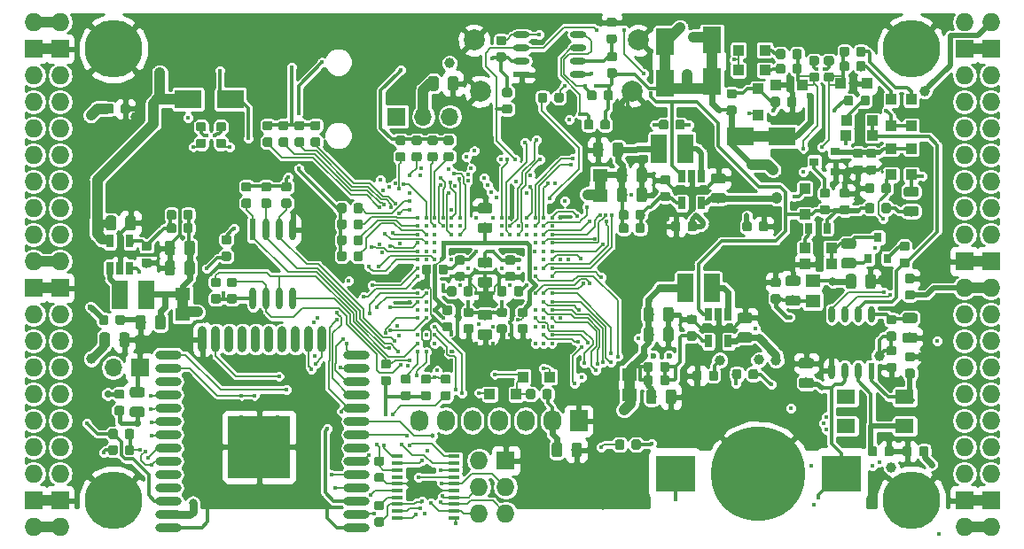
<source format=gbl>
G04 #@! TF.GenerationSoftware,KiCad,Pcbnew,5.0.0+dfsg1-2*
G04 #@! TF.CreationDate,2018-09-16T19:57:24+02:00*
G04 #@! TF.ProjectId,ulx3s,756C7833732E6B696361645F70636200,rev?*
G04 #@! TF.SameCoordinates,Original*
G04 #@! TF.FileFunction,Copper,L4,Bot,Signal*
G04 #@! TF.FilePolarity,Positive*
%FSLAX46Y46*%
G04 Gerber Fmt 4.6, Leading zero omitted, Abs format (unit mm)*
G04 Created by KiCad (PCBNEW 5.0.0+dfsg1-2) date Sun Sep 16 19:57:24 2018*
%MOMM*%
%LPD*%
G01*
G04 APERTURE LIST*
G04 #@! TA.AperFunction,EtchedComponent*
%ADD10C,1.000000*%
G04 #@! TD*
G04 #@! TA.AperFunction,SMDPad,CuDef*
%ADD11O,1.100000X0.400000*%
G04 #@! TD*
G04 #@! TA.AperFunction,SMDPad,CuDef*
%ADD12R,1.100000X0.400000*%
G04 #@! TD*
G04 #@! TA.AperFunction,Conductor*
%ADD13C,0.100000*%
G04 #@! TD*
G04 #@! TA.AperFunction,SMDPad,CuDef*
%ADD14C,0.975000*%
G04 #@! TD*
G04 #@! TA.AperFunction,SMDPad,CuDef*
%ADD15C,0.875000*%
G04 #@! TD*
G04 #@! TA.AperFunction,SMDPad,CuDef*
%ADD16R,0.900000X0.800000*%
G04 #@! TD*
G04 #@! TA.AperFunction,SMDPad,CuDef*
%ADD17R,1.000000X1.000000*%
G04 #@! TD*
G04 #@! TA.AperFunction,SMDPad,CuDef*
%ADD18R,0.700000X1.200000*%
G04 #@! TD*
G04 #@! TA.AperFunction,ComponentPad*
%ADD19C,2.000000*%
G04 #@! TD*
G04 #@! TA.AperFunction,SMDPad,CuDef*
%ADD20R,3.700000X3.500000*%
G04 #@! TD*
G04 #@! TA.AperFunction,BGAPad,CuDef*
%ADD21C,9.000000*%
G04 #@! TD*
G04 #@! TA.AperFunction,SMDPad,CuDef*
%ADD22R,1.800000X1.400000*%
G04 #@! TD*
G04 #@! TA.AperFunction,ComponentPad*
%ADD23R,1.727200X2.032000*%
G04 #@! TD*
G04 #@! TA.AperFunction,ComponentPad*
%ADD24O,1.727200X2.032000*%
G04 #@! TD*
G04 #@! TA.AperFunction,SMDPad,CuDef*
%ADD25R,0.600000X1.550000*%
G04 #@! TD*
G04 #@! TA.AperFunction,SMDPad,CuDef*
%ADD26O,0.600000X1.550000*%
G04 #@! TD*
G04 #@! TA.AperFunction,SMDPad,CuDef*
%ADD27R,1.550000X0.600000*%
G04 #@! TD*
G04 #@! TA.AperFunction,SMDPad,CuDef*
%ADD28O,1.550000X0.600000*%
G04 #@! TD*
G04 #@! TA.AperFunction,SMDPad,CuDef*
%ADD29R,0.600000X2.100000*%
G04 #@! TD*
G04 #@! TA.AperFunction,SMDPad,CuDef*
%ADD30O,0.600000X2.100000*%
G04 #@! TD*
G04 #@! TA.AperFunction,SMDPad,CuDef*
%ADD31O,2.500000X0.900000*%
G04 #@! TD*
G04 #@! TA.AperFunction,SMDPad,CuDef*
%ADD32O,0.900000X2.500000*%
G04 #@! TD*
G04 #@! TA.AperFunction,SMDPad,CuDef*
%ADD33R,6.000000X6.000000*%
G04 #@! TD*
G04 #@! TA.AperFunction,SMDPad,CuDef*
%ADD34R,1.400000X1.295000*%
G04 #@! TD*
G04 #@! TA.AperFunction,SMDPad,CuDef*
%ADD35R,2.500000X1.800000*%
G04 #@! TD*
G04 #@! TA.AperFunction,SMDPad,CuDef*
%ADD36R,1.800000X2.500000*%
G04 #@! TD*
G04 #@! TA.AperFunction,ComponentPad*
%ADD37O,1.727200X1.727200*%
G04 #@! TD*
G04 #@! TA.AperFunction,ComponentPad*
%ADD38R,1.727200X1.727200*%
G04 #@! TD*
G04 #@! TA.AperFunction,ComponentPad*
%ADD39C,5.500000*%
G04 #@! TD*
G04 #@! TA.AperFunction,BGAPad,CuDef*
%ADD40C,0.300000*%
G04 #@! TD*
G04 #@! TA.AperFunction,ComponentPad*
%ADD41R,1.700000X1.700000*%
G04 #@! TD*
G04 #@! TA.AperFunction,ComponentPad*
%ADD42O,1.700000X1.700000*%
G04 #@! TD*
G04 #@! TA.AperFunction,SMDPad,CuDef*
%ADD43R,1.500000X2.700000*%
G04 #@! TD*
G04 #@! TA.AperFunction,SMDPad,CuDef*
%ADD44R,0.670000X1.000000*%
G04 #@! TD*
G04 #@! TA.AperFunction,SMDPad,CuDef*
%ADD45R,0.800000X0.900000*%
G04 #@! TD*
G04 #@! TA.AperFunction,ViaPad*
%ADD46C,2.000000*%
G04 #@! TD*
G04 #@! TA.AperFunction,ViaPad*
%ADD47C,0.419000*%
G04 #@! TD*
G04 #@! TA.AperFunction,ViaPad*
%ADD48C,1.000000*%
G04 #@! TD*
G04 #@! TA.AperFunction,ViaPad*
%ADD49C,0.600000*%
G04 #@! TD*
G04 #@! TA.AperFunction,ViaPad*
%ADD50C,0.800000*%
G04 #@! TD*
G04 #@! TA.AperFunction,ViaPad*
%ADD51C,0.500000*%
G04 #@! TD*
G04 #@! TA.AperFunction,ViaPad*
%ADD52C,0.700000*%
G04 #@! TD*
G04 #@! TA.AperFunction,ViaPad*
%ADD53C,0.454000*%
G04 #@! TD*
G04 #@! TA.AperFunction,Conductor*
%ADD54C,0.300000*%
G04 #@! TD*
G04 #@! TA.AperFunction,Conductor*
%ADD55C,0.400000*%
G04 #@! TD*
G04 #@! TA.AperFunction,Conductor*
%ADD56C,1.000000*%
G04 #@! TD*
G04 #@! TA.AperFunction,Conductor*
%ADD57C,0.600000*%
G04 #@! TD*
G04 #@! TA.AperFunction,Conductor*
%ADD58C,0.127000*%
G04 #@! TD*
G04 #@! TA.AperFunction,Conductor*
%ADD59C,0.190000*%
G04 #@! TD*
G04 #@! TA.AperFunction,Conductor*
%ADD60C,0.500000*%
G04 #@! TD*
G04 #@! TA.AperFunction,Conductor*
%ADD61C,0.700000*%
G04 #@! TD*
G04 #@! TA.AperFunction,Conductor*
%ADD62C,0.800000*%
G04 #@! TD*
G04 #@! TA.AperFunction,Conductor*
%ADD63C,0.200000*%
G04 #@! TD*
G04 #@! TA.AperFunction,Conductor*
%ADD64C,0.254000*%
G04 #@! TD*
G04 APERTURE END LIST*
D10*
G04 #@! TO.C,RP3*
X149472000Y-77311000D02*
X149472000Y-79311000D01*
G04 #@! TO.C,RP2*
X109609000Y-88632000D02*
X109609000Y-90632000D01*
G04 #@! TO.C,RP1*
X152281000Y-96361000D02*
X152281000Y-98361000D01*
G04 #@! TO.C,D9*
X166854000Y-73630000D02*
X162854000Y-73630000D01*
G04 #@! TO.C,D52*
X160155000Y-64391000D02*
X160155000Y-68391000D01*
G04 #@! TO.C,D51*
X155710000Y-68518000D02*
X155710000Y-64518000D01*
G04 #@! TD*
D11*
G04 #@! TO.P,U6,20*
G04 #@! TO.N,FTDI_TXD*
X130135000Y-104215000D03*
G04 #@! TO.P,U6,19*
G04 #@! TO.N,FTDI_nSLEEP*
X130135000Y-104865000D03*
G04 #@! TO.P,U6,18*
G04 #@! TO.N,FTDI_TXDEN*
X130135000Y-105515000D03*
G04 #@! TO.P,U6,17*
G04 #@! TO.N,N/C*
X130135000Y-106165000D03*
G04 #@! TO.P,U6,16*
G04 #@! TO.N,GND*
X130135000Y-106815000D03*
G04 #@! TO.P,U6,15*
G04 #@! TO.N,USB5V*
X130135000Y-107465000D03*
G04 #@! TO.P,U6,14*
G04 #@! TO.N,nRESET*
X130135000Y-108115000D03*
G04 #@! TO.P,U6,13*
G04 #@! TO.N,FT2V5*
X130135000Y-108765000D03*
G04 #@! TO.P,U6,12*
G04 #@! TO.N,USB_FTDI_D-*
X130135000Y-109415000D03*
G04 #@! TO.P,U6,11*
G04 #@! TO.N,USB_FTDI_D+*
X130135000Y-110065000D03*
G04 #@! TO.P,U6,10*
G04 #@! TO.N,FTDI_nTXLED*
X135535000Y-110065000D03*
G04 #@! TO.P,U6,9*
G04 #@! TO.N,JTAG_TDO*
X135535000Y-109415000D03*
G04 #@! TO.P,U6,8*
G04 #@! TO.N,JTAG_TMS*
X135535000Y-108765000D03*
G04 #@! TO.P,U6,7*
G04 #@! TO.N,JTAG_TCK*
X135535000Y-108115000D03*
G04 #@! TO.P,U6,6*
G04 #@! TO.N,GND*
X135535000Y-107465000D03*
G04 #@! TO.P,U6,5*
G04 #@! TO.N,JTAG_TDI*
X135535000Y-106815000D03*
G04 #@! TO.P,U6,4*
G04 #@! TO.N,FTDI_RXD*
X135535000Y-106165000D03*
G04 #@! TO.P,U6,3*
G04 #@! TO.N,FT2V5*
X135535000Y-105515000D03*
G04 #@! TO.P,U6,2*
G04 #@! TO.N,FTDI_nRTS*
X135535000Y-104865000D03*
D12*
G04 #@! TO.P,U6,1*
G04 #@! TO.N,FTDI_nDTR*
X135535000Y-104215000D03*
G04 #@! TD*
D13*
G04 #@! TO.N,GND*
G04 #@! TO.C,C1*
G36*
X104908642Y-81186174D02*
X104932303Y-81189684D01*
X104955507Y-81195496D01*
X104978029Y-81203554D01*
X104999653Y-81213782D01*
X105020170Y-81226079D01*
X105039383Y-81240329D01*
X105057107Y-81256393D01*
X105073171Y-81274117D01*
X105087421Y-81293330D01*
X105099718Y-81313847D01*
X105109946Y-81335471D01*
X105118004Y-81357993D01*
X105123816Y-81381197D01*
X105127326Y-81404858D01*
X105128500Y-81428750D01*
X105128500Y-82341250D01*
X105127326Y-82365142D01*
X105123816Y-82388803D01*
X105118004Y-82412007D01*
X105109946Y-82434529D01*
X105099718Y-82456153D01*
X105087421Y-82476670D01*
X105073171Y-82495883D01*
X105057107Y-82513607D01*
X105039383Y-82529671D01*
X105020170Y-82543921D01*
X104999653Y-82556218D01*
X104978029Y-82566446D01*
X104955507Y-82574504D01*
X104932303Y-82580316D01*
X104908642Y-82583826D01*
X104884750Y-82585000D01*
X104397250Y-82585000D01*
X104373358Y-82583826D01*
X104349697Y-82580316D01*
X104326493Y-82574504D01*
X104303971Y-82566446D01*
X104282347Y-82556218D01*
X104261830Y-82543921D01*
X104242617Y-82529671D01*
X104224893Y-82513607D01*
X104208829Y-82495883D01*
X104194579Y-82476670D01*
X104182282Y-82456153D01*
X104172054Y-82434529D01*
X104163996Y-82412007D01*
X104158184Y-82388803D01*
X104154674Y-82365142D01*
X104153500Y-82341250D01*
X104153500Y-81428750D01*
X104154674Y-81404858D01*
X104158184Y-81381197D01*
X104163996Y-81357993D01*
X104172054Y-81335471D01*
X104182282Y-81313847D01*
X104194579Y-81293330D01*
X104208829Y-81274117D01*
X104224893Y-81256393D01*
X104242617Y-81240329D01*
X104261830Y-81226079D01*
X104282347Y-81213782D01*
X104303971Y-81203554D01*
X104326493Y-81195496D01*
X104349697Y-81189684D01*
X104373358Y-81186174D01*
X104397250Y-81185000D01*
X104884750Y-81185000D01*
X104908642Y-81186174D01*
X104908642Y-81186174D01*
G37*
D14*
G04 #@! TD*
G04 #@! TO.P,C1,2*
G04 #@! TO.N,GND*
X104641000Y-81885000D03*
D13*
G04 #@! TO.N,+5V*
G04 #@! TO.C,C1*
G36*
X103033642Y-81186174D02*
X103057303Y-81189684D01*
X103080507Y-81195496D01*
X103103029Y-81203554D01*
X103124653Y-81213782D01*
X103145170Y-81226079D01*
X103164383Y-81240329D01*
X103182107Y-81256393D01*
X103198171Y-81274117D01*
X103212421Y-81293330D01*
X103224718Y-81313847D01*
X103234946Y-81335471D01*
X103243004Y-81357993D01*
X103248816Y-81381197D01*
X103252326Y-81404858D01*
X103253500Y-81428750D01*
X103253500Y-82341250D01*
X103252326Y-82365142D01*
X103248816Y-82388803D01*
X103243004Y-82412007D01*
X103234946Y-82434529D01*
X103224718Y-82456153D01*
X103212421Y-82476670D01*
X103198171Y-82495883D01*
X103182107Y-82513607D01*
X103164383Y-82529671D01*
X103145170Y-82543921D01*
X103124653Y-82556218D01*
X103103029Y-82566446D01*
X103080507Y-82574504D01*
X103057303Y-82580316D01*
X103033642Y-82583826D01*
X103009750Y-82585000D01*
X102522250Y-82585000D01*
X102498358Y-82583826D01*
X102474697Y-82580316D01*
X102451493Y-82574504D01*
X102428971Y-82566446D01*
X102407347Y-82556218D01*
X102386830Y-82543921D01*
X102367617Y-82529671D01*
X102349893Y-82513607D01*
X102333829Y-82495883D01*
X102319579Y-82476670D01*
X102307282Y-82456153D01*
X102297054Y-82434529D01*
X102288996Y-82412007D01*
X102283184Y-82388803D01*
X102279674Y-82365142D01*
X102278500Y-82341250D01*
X102278500Y-81428750D01*
X102279674Y-81404858D01*
X102283184Y-81381197D01*
X102288996Y-81357993D01*
X102297054Y-81335471D01*
X102307282Y-81313847D01*
X102319579Y-81293330D01*
X102333829Y-81274117D01*
X102349893Y-81256393D01*
X102367617Y-81240329D01*
X102386830Y-81226079D01*
X102407347Y-81213782D01*
X102428971Y-81203554D01*
X102451493Y-81195496D01*
X102474697Y-81189684D01*
X102498358Y-81186174D01*
X102522250Y-81185000D01*
X103009750Y-81185000D01*
X103033642Y-81186174D01*
X103033642Y-81186174D01*
G37*
D14*
G04 #@! TD*
G04 #@! TO.P,C1,1*
G04 #@! TO.N,+5V*
X102766000Y-81885000D03*
D13*
G04 #@! TO.N,FT2V5*
G04 #@! TO.C,R9*
G36*
X128667691Y-110031053D02*
X128688926Y-110034203D01*
X128709750Y-110039419D01*
X128729962Y-110046651D01*
X128749368Y-110055830D01*
X128767781Y-110066866D01*
X128785024Y-110079654D01*
X128800930Y-110094070D01*
X128815346Y-110109976D01*
X128828134Y-110127219D01*
X128839170Y-110145632D01*
X128848349Y-110165038D01*
X128855581Y-110185250D01*
X128860797Y-110206074D01*
X128863947Y-110227309D01*
X128865000Y-110248750D01*
X128865000Y-110686250D01*
X128863947Y-110707691D01*
X128860797Y-110728926D01*
X128855581Y-110749750D01*
X128848349Y-110769962D01*
X128839170Y-110789368D01*
X128828134Y-110807781D01*
X128815346Y-110825024D01*
X128800930Y-110840930D01*
X128785024Y-110855346D01*
X128767781Y-110868134D01*
X128749368Y-110879170D01*
X128729962Y-110888349D01*
X128709750Y-110895581D01*
X128688926Y-110900797D01*
X128667691Y-110903947D01*
X128646250Y-110905000D01*
X128133750Y-110905000D01*
X128112309Y-110903947D01*
X128091074Y-110900797D01*
X128070250Y-110895581D01*
X128050038Y-110888349D01*
X128030632Y-110879170D01*
X128012219Y-110868134D01*
X127994976Y-110855346D01*
X127979070Y-110840930D01*
X127964654Y-110825024D01*
X127951866Y-110807781D01*
X127940830Y-110789368D01*
X127931651Y-110769962D01*
X127924419Y-110749750D01*
X127919203Y-110728926D01*
X127916053Y-110707691D01*
X127915000Y-110686250D01*
X127915000Y-110248750D01*
X127916053Y-110227309D01*
X127919203Y-110206074D01*
X127924419Y-110185250D01*
X127931651Y-110165038D01*
X127940830Y-110145632D01*
X127951866Y-110127219D01*
X127964654Y-110109976D01*
X127979070Y-110094070D01*
X127994976Y-110079654D01*
X128012219Y-110066866D01*
X128030632Y-110055830D01*
X128050038Y-110046651D01*
X128070250Y-110039419D01*
X128091074Y-110034203D01*
X128112309Y-110031053D01*
X128133750Y-110030000D01*
X128646250Y-110030000D01*
X128667691Y-110031053D01*
X128667691Y-110031053D01*
G37*
D15*
G04 #@! TD*
G04 #@! TO.P,R9,2*
G04 #@! TO.N,FT2V5*
X128390000Y-110467500D03*
D13*
G04 #@! TO.N,nRESET*
G04 #@! TO.C,R9*
G36*
X128667691Y-108456053D02*
X128688926Y-108459203D01*
X128709750Y-108464419D01*
X128729962Y-108471651D01*
X128749368Y-108480830D01*
X128767781Y-108491866D01*
X128785024Y-108504654D01*
X128800930Y-108519070D01*
X128815346Y-108534976D01*
X128828134Y-108552219D01*
X128839170Y-108570632D01*
X128848349Y-108590038D01*
X128855581Y-108610250D01*
X128860797Y-108631074D01*
X128863947Y-108652309D01*
X128865000Y-108673750D01*
X128865000Y-109111250D01*
X128863947Y-109132691D01*
X128860797Y-109153926D01*
X128855581Y-109174750D01*
X128848349Y-109194962D01*
X128839170Y-109214368D01*
X128828134Y-109232781D01*
X128815346Y-109250024D01*
X128800930Y-109265930D01*
X128785024Y-109280346D01*
X128767781Y-109293134D01*
X128749368Y-109304170D01*
X128729962Y-109313349D01*
X128709750Y-109320581D01*
X128688926Y-109325797D01*
X128667691Y-109328947D01*
X128646250Y-109330000D01*
X128133750Y-109330000D01*
X128112309Y-109328947D01*
X128091074Y-109325797D01*
X128070250Y-109320581D01*
X128050038Y-109313349D01*
X128030632Y-109304170D01*
X128012219Y-109293134D01*
X127994976Y-109280346D01*
X127979070Y-109265930D01*
X127964654Y-109250024D01*
X127951866Y-109232781D01*
X127940830Y-109214368D01*
X127931651Y-109194962D01*
X127924419Y-109174750D01*
X127919203Y-109153926D01*
X127916053Y-109132691D01*
X127915000Y-109111250D01*
X127915000Y-108673750D01*
X127916053Y-108652309D01*
X127919203Y-108631074D01*
X127924419Y-108610250D01*
X127931651Y-108590038D01*
X127940830Y-108570632D01*
X127951866Y-108552219D01*
X127964654Y-108534976D01*
X127979070Y-108519070D01*
X127994976Y-108504654D01*
X128012219Y-108491866D01*
X128030632Y-108480830D01*
X128050038Y-108471651D01*
X128070250Y-108464419D01*
X128091074Y-108459203D01*
X128112309Y-108456053D01*
X128133750Y-108455000D01*
X128646250Y-108455000D01*
X128667691Y-108456053D01*
X128667691Y-108456053D01*
G37*
D15*
G04 #@! TD*
G04 #@! TO.P,R9,1*
G04 #@! TO.N,nRESET*
X128390000Y-108892500D03*
D13*
G04 #@! TO.N,FTDI_TXDEN*
G04 #@! TO.C,R56*
G36*
X128667691Y-104222053D02*
X128688926Y-104225203D01*
X128709750Y-104230419D01*
X128729962Y-104237651D01*
X128749368Y-104246830D01*
X128767781Y-104257866D01*
X128785024Y-104270654D01*
X128800930Y-104285070D01*
X128815346Y-104300976D01*
X128828134Y-104318219D01*
X128839170Y-104336632D01*
X128848349Y-104356038D01*
X128855581Y-104376250D01*
X128860797Y-104397074D01*
X128863947Y-104418309D01*
X128865000Y-104439750D01*
X128865000Y-104877250D01*
X128863947Y-104898691D01*
X128860797Y-104919926D01*
X128855581Y-104940750D01*
X128848349Y-104960962D01*
X128839170Y-104980368D01*
X128828134Y-104998781D01*
X128815346Y-105016024D01*
X128800930Y-105031930D01*
X128785024Y-105046346D01*
X128767781Y-105059134D01*
X128749368Y-105070170D01*
X128729962Y-105079349D01*
X128709750Y-105086581D01*
X128688926Y-105091797D01*
X128667691Y-105094947D01*
X128646250Y-105096000D01*
X128133750Y-105096000D01*
X128112309Y-105094947D01*
X128091074Y-105091797D01*
X128070250Y-105086581D01*
X128050038Y-105079349D01*
X128030632Y-105070170D01*
X128012219Y-105059134D01*
X127994976Y-105046346D01*
X127979070Y-105031930D01*
X127964654Y-105016024D01*
X127951866Y-104998781D01*
X127940830Y-104980368D01*
X127931651Y-104960962D01*
X127924419Y-104940750D01*
X127919203Y-104919926D01*
X127916053Y-104898691D01*
X127915000Y-104877250D01*
X127915000Y-104439750D01*
X127916053Y-104418309D01*
X127919203Y-104397074D01*
X127924419Y-104376250D01*
X127931651Y-104356038D01*
X127940830Y-104336632D01*
X127951866Y-104318219D01*
X127964654Y-104300976D01*
X127979070Y-104285070D01*
X127994976Y-104270654D01*
X128012219Y-104257866D01*
X128030632Y-104246830D01*
X128050038Y-104237651D01*
X128070250Y-104230419D01*
X128091074Y-104225203D01*
X128112309Y-104222053D01*
X128133750Y-104221000D01*
X128646250Y-104221000D01*
X128667691Y-104222053D01*
X128667691Y-104222053D01*
G37*
D15*
G04 #@! TD*
G04 #@! TO.P,R56,2*
G04 #@! TO.N,FTDI_TXDEN*
X128390000Y-104658500D03*
D13*
G04 #@! TO.N,GND*
G04 #@! TO.C,R56*
G36*
X128667691Y-105797053D02*
X128688926Y-105800203D01*
X128709750Y-105805419D01*
X128729962Y-105812651D01*
X128749368Y-105821830D01*
X128767781Y-105832866D01*
X128785024Y-105845654D01*
X128800930Y-105860070D01*
X128815346Y-105875976D01*
X128828134Y-105893219D01*
X128839170Y-105911632D01*
X128848349Y-105931038D01*
X128855581Y-105951250D01*
X128860797Y-105972074D01*
X128863947Y-105993309D01*
X128865000Y-106014750D01*
X128865000Y-106452250D01*
X128863947Y-106473691D01*
X128860797Y-106494926D01*
X128855581Y-106515750D01*
X128848349Y-106535962D01*
X128839170Y-106555368D01*
X128828134Y-106573781D01*
X128815346Y-106591024D01*
X128800930Y-106606930D01*
X128785024Y-106621346D01*
X128767781Y-106634134D01*
X128749368Y-106645170D01*
X128729962Y-106654349D01*
X128709750Y-106661581D01*
X128688926Y-106666797D01*
X128667691Y-106669947D01*
X128646250Y-106671000D01*
X128133750Y-106671000D01*
X128112309Y-106669947D01*
X128091074Y-106666797D01*
X128070250Y-106661581D01*
X128050038Y-106654349D01*
X128030632Y-106645170D01*
X128012219Y-106634134D01*
X127994976Y-106621346D01*
X127979070Y-106606930D01*
X127964654Y-106591024D01*
X127951866Y-106573781D01*
X127940830Y-106555368D01*
X127931651Y-106535962D01*
X127924419Y-106515750D01*
X127919203Y-106494926D01*
X127916053Y-106473691D01*
X127915000Y-106452250D01*
X127915000Y-106014750D01*
X127916053Y-105993309D01*
X127919203Y-105972074D01*
X127924419Y-105951250D01*
X127931651Y-105931038D01*
X127940830Y-105911632D01*
X127951866Y-105893219D01*
X127964654Y-105875976D01*
X127979070Y-105860070D01*
X127994976Y-105845654D01*
X128012219Y-105832866D01*
X128030632Y-105821830D01*
X128050038Y-105812651D01*
X128070250Y-105805419D01*
X128091074Y-105800203D01*
X128112309Y-105797053D01*
X128133750Y-105796000D01*
X128646250Y-105796000D01*
X128667691Y-105797053D01*
X128667691Y-105797053D01*
G37*
D15*
G04 #@! TD*
G04 #@! TO.P,R56,1*
G04 #@! TO.N,GND*
X128390000Y-106233500D03*
D13*
G04 #@! TO.N,PROG_DONE*
G04 #@! TO.C,R55*
G36*
X135017691Y-97966053D02*
X135038926Y-97969203D01*
X135059750Y-97974419D01*
X135079962Y-97981651D01*
X135099368Y-97990830D01*
X135117781Y-98001866D01*
X135135024Y-98014654D01*
X135150930Y-98029070D01*
X135165346Y-98044976D01*
X135178134Y-98062219D01*
X135189170Y-98080632D01*
X135198349Y-98100038D01*
X135205581Y-98120250D01*
X135210797Y-98141074D01*
X135213947Y-98162309D01*
X135215000Y-98183750D01*
X135215000Y-98621250D01*
X135213947Y-98642691D01*
X135210797Y-98663926D01*
X135205581Y-98684750D01*
X135198349Y-98704962D01*
X135189170Y-98724368D01*
X135178134Y-98742781D01*
X135165346Y-98760024D01*
X135150930Y-98775930D01*
X135135024Y-98790346D01*
X135117781Y-98803134D01*
X135099368Y-98814170D01*
X135079962Y-98823349D01*
X135059750Y-98830581D01*
X135038926Y-98835797D01*
X135017691Y-98838947D01*
X134996250Y-98840000D01*
X134483750Y-98840000D01*
X134462309Y-98838947D01*
X134441074Y-98835797D01*
X134420250Y-98830581D01*
X134400038Y-98823349D01*
X134380632Y-98814170D01*
X134362219Y-98803134D01*
X134344976Y-98790346D01*
X134329070Y-98775930D01*
X134314654Y-98760024D01*
X134301866Y-98742781D01*
X134290830Y-98724368D01*
X134281651Y-98704962D01*
X134274419Y-98684750D01*
X134269203Y-98663926D01*
X134266053Y-98642691D01*
X134265000Y-98621250D01*
X134265000Y-98183750D01*
X134266053Y-98162309D01*
X134269203Y-98141074D01*
X134274419Y-98120250D01*
X134281651Y-98100038D01*
X134290830Y-98080632D01*
X134301866Y-98062219D01*
X134314654Y-98044976D01*
X134329070Y-98029070D01*
X134344976Y-98014654D01*
X134362219Y-98001866D01*
X134380632Y-97990830D01*
X134400038Y-97981651D01*
X134420250Y-97974419D01*
X134441074Y-97969203D01*
X134462309Y-97966053D01*
X134483750Y-97965000D01*
X134996250Y-97965000D01*
X135017691Y-97966053D01*
X135017691Y-97966053D01*
G37*
D15*
G04 #@! TD*
G04 #@! TO.P,R55,2*
G04 #@! TO.N,PROG_DONE*
X134740000Y-98402500D03*
D13*
G04 #@! TO.N,/flash/FPGA_DONE*
G04 #@! TO.C,R55*
G36*
X135017691Y-96391053D02*
X135038926Y-96394203D01*
X135059750Y-96399419D01*
X135079962Y-96406651D01*
X135099368Y-96415830D01*
X135117781Y-96426866D01*
X135135024Y-96439654D01*
X135150930Y-96454070D01*
X135165346Y-96469976D01*
X135178134Y-96487219D01*
X135189170Y-96505632D01*
X135198349Y-96525038D01*
X135205581Y-96545250D01*
X135210797Y-96566074D01*
X135213947Y-96587309D01*
X135215000Y-96608750D01*
X135215000Y-97046250D01*
X135213947Y-97067691D01*
X135210797Y-97088926D01*
X135205581Y-97109750D01*
X135198349Y-97129962D01*
X135189170Y-97149368D01*
X135178134Y-97167781D01*
X135165346Y-97185024D01*
X135150930Y-97200930D01*
X135135024Y-97215346D01*
X135117781Y-97228134D01*
X135099368Y-97239170D01*
X135079962Y-97248349D01*
X135059750Y-97255581D01*
X135038926Y-97260797D01*
X135017691Y-97263947D01*
X134996250Y-97265000D01*
X134483750Y-97265000D01*
X134462309Y-97263947D01*
X134441074Y-97260797D01*
X134420250Y-97255581D01*
X134400038Y-97248349D01*
X134380632Y-97239170D01*
X134362219Y-97228134D01*
X134344976Y-97215346D01*
X134329070Y-97200930D01*
X134314654Y-97185024D01*
X134301866Y-97167781D01*
X134290830Y-97149368D01*
X134281651Y-97129962D01*
X134274419Y-97109750D01*
X134269203Y-97088926D01*
X134266053Y-97067691D01*
X134265000Y-97046250D01*
X134265000Y-96608750D01*
X134266053Y-96587309D01*
X134269203Y-96566074D01*
X134274419Y-96545250D01*
X134281651Y-96525038D01*
X134290830Y-96505632D01*
X134301866Y-96487219D01*
X134314654Y-96469976D01*
X134329070Y-96454070D01*
X134344976Y-96439654D01*
X134362219Y-96426866D01*
X134380632Y-96415830D01*
X134400038Y-96406651D01*
X134420250Y-96399419D01*
X134441074Y-96394203D01*
X134462309Y-96391053D01*
X134483750Y-96390000D01*
X134996250Y-96390000D01*
X135017691Y-96391053D01*
X135017691Y-96391053D01*
G37*
D15*
G04 #@! TD*
G04 #@! TO.P,R55,1*
G04 #@! TO.N,/flash/FPGA_DONE*
X134740000Y-96827500D03*
D13*
G04 #@! TO.N,/flash/FPGA_DONE*
G04 #@! TO.C,R32*
G36*
X133112691Y-96391053D02*
X133133926Y-96394203D01*
X133154750Y-96399419D01*
X133174962Y-96406651D01*
X133194368Y-96415830D01*
X133212781Y-96426866D01*
X133230024Y-96439654D01*
X133245930Y-96454070D01*
X133260346Y-96469976D01*
X133273134Y-96487219D01*
X133284170Y-96505632D01*
X133293349Y-96525038D01*
X133300581Y-96545250D01*
X133305797Y-96566074D01*
X133308947Y-96587309D01*
X133310000Y-96608750D01*
X133310000Y-97046250D01*
X133308947Y-97067691D01*
X133305797Y-97088926D01*
X133300581Y-97109750D01*
X133293349Y-97129962D01*
X133284170Y-97149368D01*
X133273134Y-97167781D01*
X133260346Y-97185024D01*
X133245930Y-97200930D01*
X133230024Y-97215346D01*
X133212781Y-97228134D01*
X133194368Y-97239170D01*
X133174962Y-97248349D01*
X133154750Y-97255581D01*
X133133926Y-97260797D01*
X133112691Y-97263947D01*
X133091250Y-97265000D01*
X132578750Y-97265000D01*
X132557309Y-97263947D01*
X132536074Y-97260797D01*
X132515250Y-97255581D01*
X132495038Y-97248349D01*
X132475632Y-97239170D01*
X132457219Y-97228134D01*
X132439976Y-97215346D01*
X132424070Y-97200930D01*
X132409654Y-97185024D01*
X132396866Y-97167781D01*
X132385830Y-97149368D01*
X132376651Y-97129962D01*
X132369419Y-97109750D01*
X132364203Y-97088926D01*
X132361053Y-97067691D01*
X132360000Y-97046250D01*
X132360000Y-96608750D01*
X132361053Y-96587309D01*
X132364203Y-96566074D01*
X132369419Y-96545250D01*
X132376651Y-96525038D01*
X132385830Y-96505632D01*
X132396866Y-96487219D01*
X132409654Y-96469976D01*
X132424070Y-96454070D01*
X132439976Y-96439654D01*
X132457219Y-96426866D01*
X132475632Y-96415830D01*
X132495038Y-96406651D01*
X132515250Y-96399419D01*
X132536074Y-96394203D01*
X132557309Y-96391053D01*
X132578750Y-96390000D01*
X133091250Y-96390000D01*
X133112691Y-96391053D01*
X133112691Y-96391053D01*
G37*
D15*
G04 #@! TD*
G04 #@! TO.P,R32,2*
G04 #@! TO.N,/flash/FPGA_DONE*
X132835000Y-96827500D03*
D13*
G04 #@! TO.N,+3V3*
G04 #@! TO.C,R32*
G36*
X133112691Y-97966053D02*
X133133926Y-97969203D01*
X133154750Y-97974419D01*
X133174962Y-97981651D01*
X133194368Y-97990830D01*
X133212781Y-98001866D01*
X133230024Y-98014654D01*
X133245930Y-98029070D01*
X133260346Y-98044976D01*
X133273134Y-98062219D01*
X133284170Y-98080632D01*
X133293349Y-98100038D01*
X133300581Y-98120250D01*
X133305797Y-98141074D01*
X133308947Y-98162309D01*
X133310000Y-98183750D01*
X133310000Y-98621250D01*
X133308947Y-98642691D01*
X133305797Y-98663926D01*
X133300581Y-98684750D01*
X133293349Y-98704962D01*
X133284170Y-98724368D01*
X133273134Y-98742781D01*
X133260346Y-98760024D01*
X133245930Y-98775930D01*
X133230024Y-98790346D01*
X133212781Y-98803134D01*
X133194368Y-98814170D01*
X133174962Y-98823349D01*
X133154750Y-98830581D01*
X133133926Y-98835797D01*
X133112691Y-98838947D01*
X133091250Y-98840000D01*
X132578750Y-98840000D01*
X132557309Y-98838947D01*
X132536074Y-98835797D01*
X132515250Y-98830581D01*
X132495038Y-98823349D01*
X132475632Y-98814170D01*
X132457219Y-98803134D01*
X132439976Y-98790346D01*
X132424070Y-98775930D01*
X132409654Y-98760024D01*
X132396866Y-98742781D01*
X132385830Y-98724368D01*
X132376651Y-98704962D01*
X132369419Y-98684750D01*
X132364203Y-98663926D01*
X132361053Y-98642691D01*
X132360000Y-98621250D01*
X132360000Y-98183750D01*
X132361053Y-98162309D01*
X132364203Y-98141074D01*
X132369419Y-98120250D01*
X132376651Y-98100038D01*
X132385830Y-98080632D01*
X132396866Y-98062219D01*
X132409654Y-98044976D01*
X132424070Y-98029070D01*
X132439976Y-98014654D01*
X132457219Y-98001866D01*
X132475632Y-97990830D01*
X132495038Y-97981651D01*
X132515250Y-97974419D01*
X132536074Y-97969203D01*
X132557309Y-97966053D01*
X132578750Y-97965000D01*
X133091250Y-97965000D01*
X133112691Y-97966053D01*
X133112691Y-97966053D01*
G37*
D15*
G04 #@! TD*
G04 #@! TO.P,R32,1*
G04 #@! TO.N,+3V3*
X132835000Y-98402500D03*
D13*
G04 #@! TO.N,/flash/FPGA_INITN*
G04 #@! TO.C,R33*
G36*
X131207691Y-96391053D02*
X131228926Y-96394203D01*
X131249750Y-96399419D01*
X131269962Y-96406651D01*
X131289368Y-96415830D01*
X131307781Y-96426866D01*
X131325024Y-96439654D01*
X131340930Y-96454070D01*
X131355346Y-96469976D01*
X131368134Y-96487219D01*
X131379170Y-96505632D01*
X131388349Y-96525038D01*
X131395581Y-96545250D01*
X131400797Y-96566074D01*
X131403947Y-96587309D01*
X131405000Y-96608750D01*
X131405000Y-97046250D01*
X131403947Y-97067691D01*
X131400797Y-97088926D01*
X131395581Y-97109750D01*
X131388349Y-97129962D01*
X131379170Y-97149368D01*
X131368134Y-97167781D01*
X131355346Y-97185024D01*
X131340930Y-97200930D01*
X131325024Y-97215346D01*
X131307781Y-97228134D01*
X131289368Y-97239170D01*
X131269962Y-97248349D01*
X131249750Y-97255581D01*
X131228926Y-97260797D01*
X131207691Y-97263947D01*
X131186250Y-97265000D01*
X130673750Y-97265000D01*
X130652309Y-97263947D01*
X130631074Y-97260797D01*
X130610250Y-97255581D01*
X130590038Y-97248349D01*
X130570632Y-97239170D01*
X130552219Y-97228134D01*
X130534976Y-97215346D01*
X130519070Y-97200930D01*
X130504654Y-97185024D01*
X130491866Y-97167781D01*
X130480830Y-97149368D01*
X130471651Y-97129962D01*
X130464419Y-97109750D01*
X130459203Y-97088926D01*
X130456053Y-97067691D01*
X130455000Y-97046250D01*
X130455000Y-96608750D01*
X130456053Y-96587309D01*
X130459203Y-96566074D01*
X130464419Y-96545250D01*
X130471651Y-96525038D01*
X130480830Y-96505632D01*
X130491866Y-96487219D01*
X130504654Y-96469976D01*
X130519070Y-96454070D01*
X130534976Y-96439654D01*
X130552219Y-96426866D01*
X130570632Y-96415830D01*
X130590038Y-96406651D01*
X130610250Y-96399419D01*
X130631074Y-96394203D01*
X130652309Y-96391053D01*
X130673750Y-96390000D01*
X131186250Y-96390000D01*
X131207691Y-96391053D01*
X131207691Y-96391053D01*
G37*
D15*
G04 #@! TD*
G04 #@! TO.P,R33,2*
G04 #@! TO.N,/flash/FPGA_INITN*
X130930000Y-96827500D03*
D13*
G04 #@! TO.N,+3V3*
G04 #@! TO.C,R33*
G36*
X131207691Y-97966053D02*
X131228926Y-97969203D01*
X131249750Y-97974419D01*
X131269962Y-97981651D01*
X131289368Y-97990830D01*
X131307781Y-98001866D01*
X131325024Y-98014654D01*
X131340930Y-98029070D01*
X131355346Y-98044976D01*
X131368134Y-98062219D01*
X131379170Y-98080632D01*
X131388349Y-98100038D01*
X131395581Y-98120250D01*
X131400797Y-98141074D01*
X131403947Y-98162309D01*
X131405000Y-98183750D01*
X131405000Y-98621250D01*
X131403947Y-98642691D01*
X131400797Y-98663926D01*
X131395581Y-98684750D01*
X131388349Y-98704962D01*
X131379170Y-98724368D01*
X131368134Y-98742781D01*
X131355346Y-98760024D01*
X131340930Y-98775930D01*
X131325024Y-98790346D01*
X131307781Y-98803134D01*
X131289368Y-98814170D01*
X131269962Y-98823349D01*
X131249750Y-98830581D01*
X131228926Y-98835797D01*
X131207691Y-98838947D01*
X131186250Y-98840000D01*
X130673750Y-98840000D01*
X130652309Y-98838947D01*
X130631074Y-98835797D01*
X130610250Y-98830581D01*
X130590038Y-98823349D01*
X130570632Y-98814170D01*
X130552219Y-98803134D01*
X130534976Y-98790346D01*
X130519070Y-98775930D01*
X130504654Y-98760024D01*
X130491866Y-98742781D01*
X130480830Y-98724368D01*
X130471651Y-98704962D01*
X130464419Y-98684750D01*
X130459203Y-98663926D01*
X130456053Y-98642691D01*
X130455000Y-98621250D01*
X130455000Y-98183750D01*
X130456053Y-98162309D01*
X130459203Y-98141074D01*
X130464419Y-98120250D01*
X130471651Y-98100038D01*
X130480830Y-98080632D01*
X130491866Y-98062219D01*
X130504654Y-98044976D01*
X130519070Y-98029070D01*
X130534976Y-98014654D01*
X130552219Y-98001866D01*
X130570632Y-97990830D01*
X130590038Y-97981651D01*
X130610250Y-97974419D01*
X130631074Y-97969203D01*
X130652309Y-97966053D01*
X130673750Y-97965000D01*
X131186250Y-97965000D01*
X131207691Y-97966053D01*
X131207691Y-97966053D01*
G37*
D15*
G04 #@! TD*
G04 #@! TO.P,R33,1*
G04 #@! TO.N,+3V3*
X130930000Y-98402500D03*
D13*
G04 #@! TO.N,/flash/FLASH_MOSI*
G04 #@! TO.C,R27*
G36*
X129302691Y-94951053D02*
X129323926Y-94954203D01*
X129344750Y-94959419D01*
X129364962Y-94966651D01*
X129384368Y-94975830D01*
X129402781Y-94986866D01*
X129420024Y-94999654D01*
X129435930Y-95014070D01*
X129450346Y-95029976D01*
X129463134Y-95047219D01*
X129474170Y-95065632D01*
X129483349Y-95085038D01*
X129490581Y-95105250D01*
X129495797Y-95126074D01*
X129498947Y-95147309D01*
X129500000Y-95168750D01*
X129500000Y-95606250D01*
X129498947Y-95627691D01*
X129495797Y-95648926D01*
X129490581Y-95669750D01*
X129483349Y-95689962D01*
X129474170Y-95709368D01*
X129463134Y-95727781D01*
X129450346Y-95745024D01*
X129435930Y-95760930D01*
X129420024Y-95775346D01*
X129402781Y-95788134D01*
X129384368Y-95799170D01*
X129364962Y-95808349D01*
X129344750Y-95815581D01*
X129323926Y-95820797D01*
X129302691Y-95823947D01*
X129281250Y-95825000D01*
X128768750Y-95825000D01*
X128747309Y-95823947D01*
X128726074Y-95820797D01*
X128705250Y-95815581D01*
X128685038Y-95808349D01*
X128665632Y-95799170D01*
X128647219Y-95788134D01*
X128629976Y-95775346D01*
X128614070Y-95760930D01*
X128599654Y-95745024D01*
X128586866Y-95727781D01*
X128575830Y-95709368D01*
X128566651Y-95689962D01*
X128559419Y-95669750D01*
X128554203Y-95648926D01*
X128551053Y-95627691D01*
X128550000Y-95606250D01*
X128550000Y-95168750D01*
X128551053Y-95147309D01*
X128554203Y-95126074D01*
X128559419Y-95105250D01*
X128566651Y-95085038D01*
X128575830Y-95065632D01*
X128586866Y-95047219D01*
X128599654Y-95029976D01*
X128614070Y-95014070D01*
X128629976Y-94999654D01*
X128647219Y-94986866D01*
X128665632Y-94975830D01*
X128685038Y-94966651D01*
X128705250Y-94959419D01*
X128726074Y-94954203D01*
X128747309Y-94951053D01*
X128768750Y-94950000D01*
X129281250Y-94950000D01*
X129302691Y-94951053D01*
X129302691Y-94951053D01*
G37*
D15*
G04 #@! TD*
G04 #@! TO.P,R27,2*
G04 #@! TO.N,/flash/FLASH_MOSI*
X129025000Y-95387500D03*
D13*
G04 #@! TO.N,+3V3*
G04 #@! TO.C,R27*
G36*
X129302691Y-96526053D02*
X129323926Y-96529203D01*
X129344750Y-96534419D01*
X129364962Y-96541651D01*
X129384368Y-96550830D01*
X129402781Y-96561866D01*
X129420024Y-96574654D01*
X129435930Y-96589070D01*
X129450346Y-96604976D01*
X129463134Y-96622219D01*
X129474170Y-96640632D01*
X129483349Y-96660038D01*
X129490581Y-96680250D01*
X129495797Y-96701074D01*
X129498947Y-96722309D01*
X129500000Y-96743750D01*
X129500000Y-97181250D01*
X129498947Y-97202691D01*
X129495797Y-97223926D01*
X129490581Y-97244750D01*
X129483349Y-97264962D01*
X129474170Y-97284368D01*
X129463134Y-97302781D01*
X129450346Y-97320024D01*
X129435930Y-97335930D01*
X129420024Y-97350346D01*
X129402781Y-97363134D01*
X129384368Y-97374170D01*
X129364962Y-97383349D01*
X129344750Y-97390581D01*
X129323926Y-97395797D01*
X129302691Y-97398947D01*
X129281250Y-97400000D01*
X128768750Y-97400000D01*
X128747309Y-97398947D01*
X128726074Y-97395797D01*
X128705250Y-97390581D01*
X128685038Y-97383349D01*
X128665632Y-97374170D01*
X128647219Y-97363134D01*
X128629976Y-97350346D01*
X128614070Y-97335930D01*
X128599654Y-97320024D01*
X128586866Y-97302781D01*
X128575830Y-97284368D01*
X128566651Y-97264962D01*
X128559419Y-97244750D01*
X128554203Y-97223926D01*
X128551053Y-97202691D01*
X128550000Y-97181250D01*
X128550000Y-96743750D01*
X128551053Y-96722309D01*
X128554203Y-96701074D01*
X128559419Y-96680250D01*
X128566651Y-96660038D01*
X128575830Y-96640632D01*
X128586866Y-96622219D01*
X128599654Y-96604976D01*
X128614070Y-96589070D01*
X128629976Y-96574654D01*
X128647219Y-96561866D01*
X128665632Y-96550830D01*
X128685038Y-96541651D01*
X128705250Y-96534419D01*
X128726074Y-96529203D01*
X128747309Y-96526053D01*
X128768750Y-96525000D01*
X129281250Y-96525000D01*
X129302691Y-96526053D01*
X129302691Y-96526053D01*
G37*
D15*
G04 #@! TD*
G04 #@! TO.P,R27,1*
G04 #@! TO.N,+3V3*
X129025000Y-96962500D03*
D13*
G04 #@! TO.N,USB_FPGA_D+*
G04 #@! TO.C,R40*
G36*
X168533691Y-65264053D02*
X168554926Y-65267203D01*
X168575750Y-65272419D01*
X168595962Y-65279651D01*
X168615368Y-65288830D01*
X168633781Y-65299866D01*
X168651024Y-65312654D01*
X168666930Y-65327070D01*
X168681346Y-65342976D01*
X168694134Y-65360219D01*
X168705170Y-65378632D01*
X168714349Y-65398038D01*
X168721581Y-65418250D01*
X168726797Y-65439074D01*
X168729947Y-65460309D01*
X168731000Y-65481750D01*
X168731000Y-65994250D01*
X168729947Y-66015691D01*
X168726797Y-66036926D01*
X168721581Y-66057750D01*
X168714349Y-66077962D01*
X168705170Y-66097368D01*
X168694134Y-66115781D01*
X168681346Y-66133024D01*
X168666930Y-66148930D01*
X168651024Y-66163346D01*
X168633781Y-66176134D01*
X168615368Y-66187170D01*
X168595962Y-66196349D01*
X168575750Y-66203581D01*
X168554926Y-66208797D01*
X168533691Y-66211947D01*
X168512250Y-66213000D01*
X168074750Y-66213000D01*
X168053309Y-66211947D01*
X168032074Y-66208797D01*
X168011250Y-66203581D01*
X167991038Y-66196349D01*
X167971632Y-66187170D01*
X167953219Y-66176134D01*
X167935976Y-66163346D01*
X167920070Y-66148930D01*
X167905654Y-66133024D01*
X167892866Y-66115781D01*
X167881830Y-66097368D01*
X167872651Y-66077962D01*
X167865419Y-66057750D01*
X167860203Y-66036926D01*
X167857053Y-66015691D01*
X167856000Y-65994250D01*
X167856000Y-65481750D01*
X167857053Y-65460309D01*
X167860203Y-65439074D01*
X167865419Y-65418250D01*
X167872651Y-65398038D01*
X167881830Y-65378632D01*
X167892866Y-65360219D01*
X167905654Y-65342976D01*
X167920070Y-65327070D01*
X167935976Y-65312654D01*
X167953219Y-65299866D01*
X167971632Y-65288830D01*
X167991038Y-65279651D01*
X168011250Y-65272419D01*
X168032074Y-65267203D01*
X168053309Y-65264053D01*
X168074750Y-65263000D01*
X168512250Y-65263000D01*
X168533691Y-65264053D01*
X168533691Y-65264053D01*
G37*
D15*
G04 #@! TD*
G04 #@! TO.P,R40,2*
G04 #@! TO.N,USB_FPGA_D+*
X168293500Y-65738000D03*
D13*
G04 #@! TO.N,Net-(D24-Pad1)*
G04 #@! TO.C,R40*
G36*
X166958691Y-65264053D02*
X166979926Y-65267203D01*
X167000750Y-65272419D01*
X167020962Y-65279651D01*
X167040368Y-65288830D01*
X167058781Y-65299866D01*
X167076024Y-65312654D01*
X167091930Y-65327070D01*
X167106346Y-65342976D01*
X167119134Y-65360219D01*
X167130170Y-65378632D01*
X167139349Y-65398038D01*
X167146581Y-65418250D01*
X167151797Y-65439074D01*
X167154947Y-65460309D01*
X167156000Y-65481750D01*
X167156000Y-65994250D01*
X167154947Y-66015691D01*
X167151797Y-66036926D01*
X167146581Y-66057750D01*
X167139349Y-66077962D01*
X167130170Y-66097368D01*
X167119134Y-66115781D01*
X167106346Y-66133024D01*
X167091930Y-66148930D01*
X167076024Y-66163346D01*
X167058781Y-66176134D01*
X167040368Y-66187170D01*
X167020962Y-66196349D01*
X167000750Y-66203581D01*
X166979926Y-66208797D01*
X166958691Y-66211947D01*
X166937250Y-66213000D01*
X166499750Y-66213000D01*
X166478309Y-66211947D01*
X166457074Y-66208797D01*
X166436250Y-66203581D01*
X166416038Y-66196349D01*
X166396632Y-66187170D01*
X166378219Y-66176134D01*
X166360976Y-66163346D01*
X166345070Y-66148930D01*
X166330654Y-66133024D01*
X166317866Y-66115781D01*
X166306830Y-66097368D01*
X166297651Y-66077962D01*
X166290419Y-66057750D01*
X166285203Y-66036926D01*
X166282053Y-66015691D01*
X166281000Y-65994250D01*
X166281000Y-65481750D01*
X166282053Y-65460309D01*
X166285203Y-65439074D01*
X166290419Y-65418250D01*
X166297651Y-65398038D01*
X166306830Y-65378632D01*
X166317866Y-65360219D01*
X166330654Y-65342976D01*
X166345070Y-65327070D01*
X166360976Y-65312654D01*
X166378219Y-65299866D01*
X166396632Y-65288830D01*
X166416038Y-65279651D01*
X166436250Y-65272419D01*
X166457074Y-65267203D01*
X166478309Y-65264053D01*
X166499750Y-65263000D01*
X166937250Y-65263000D01*
X166958691Y-65264053D01*
X166958691Y-65264053D01*
G37*
D15*
G04 #@! TD*
G04 #@! TO.P,R40,1*
G04 #@! TO.N,Net-(D24-Pad1)*
X166718500Y-65738000D03*
D13*
G04 #@! TO.N,WIFI_EN*
G04 #@! TO.C,R34*
G36*
X104779691Y-103126053D02*
X104800926Y-103129203D01*
X104821750Y-103134419D01*
X104841962Y-103141651D01*
X104861368Y-103150830D01*
X104879781Y-103161866D01*
X104897024Y-103174654D01*
X104912930Y-103189070D01*
X104927346Y-103204976D01*
X104940134Y-103222219D01*
X104951170Y-103240632D01*
X104960349Y-103260038D01*
X104967581Y-103280250D01*
X104972797Y-103301074D01*
X104975947Y-103322309D01*
X104977000Y-103343750D01*
X104977000Y-103856250D01*
X104975947Y-103877691D01*
X104972797Y-103898926D01*
X104967581Y-103919750D01*
X104960349Y-103939962D01*
X104951170Y-103959368D01*
X104940134Y-103977781D01*
X104927346Y-103995024D01*
X104912930Y-104010930D01*
X104897024Y-104025346D01*
X104879781Y-104038134D01*
X104861368Y-104049170D01*
X104841962Y-104058349D01*
X104821750Y-104065581D01*
X104800926Y-104070797D01*
X104779691Y-104073947D01*
X104758250Y-104075000D01*
X104320750Y-104075000D01*
X104299309Y-104073947D01*
X104278074Y-104070797D01*
X104257250Y-104065581D01*
X104237038Y-104058349D01*
X104217632Y-104049170D01*
X104199219Y-104038134D01*
X104181976Y-104025346D01*
X104166070Y-104010930D01*
X104151654Y-103995024D01*
X104138866Y-103977781D01*
X104127830Y-103959368D01*
X104118651Y-103939962D01*
X104111419Y-103919750D01*
X104106203Y-103898926D01*
X104103053Y-103877691D01*
X104102000Y-103856250D01*
X104102000Y-103343750D01*
X104103053Y-103322309D01*
X104106203Y-103301074D01*
X104111419Y-103280250D01*
X104118651Y-103260038D01*
X104127830Y-103240632D01*
X104138866Y-103222219D01*
X104151654Y-103204976D01*
X104166070Y-103189070D01*
X104181976Y-103174654D01*
X104199219Y-103161866D01*
X104217632Y-103150830D01*
X104237038Y-103141651D01*
X104257250Y-103134419D01*
X104278074Y-103129203D01*
X104299309Y-103126053D01*
X104320750Y-103125000D01*
X104758250Y-103125000D01*
X104779691Y-103126053D01*
X104779691Y-103126053D01*
G37*
D15*
G04 #@! TD*
G04 #@! TO.P,R34,2*
G04 #@! TO.N,WIFI_EN*
X104539500Y-103600000D03*
D13*
G04 #@! TO.N,+3V3*
G04 #@! TO.C,R34*
G36*
X103204691Y-103126053D02*
X103225926Y-103129203D01*
X103246750Y-103134419D01*
X103266962Y-103141651D01*
X103286368Y-103150830D01*
X103304781Y-103161866D01*
X103322024Y-103174654D01*
X103337930Y-103189070D01*
X103352346Y-103204976D01*
X103365134Y-103222219D01*
X103376170Y-103240632D01*
X103385349Y-103260038D01*
X103392581Y-103280250D01*
X103397797Y-103301074D01*
X103400947Y-103322309D01*
X103402000Y-103343750D01*
X103402000Y-103856250D01*
X103400947Y-103877691D01*
X103397797Y-103898926D01*
X103392581Y-103919750D01*
X103385349Y-103939962D01*
X103376170Y-103959368D01*
X103365134Y-103977781D01*
X103352346Y-103995024D01*
X103337930Y-104010930D01*
X103322024Y-104025346D01*
X103304781Y-104038134D01*
X103286368Y-104049170D01*
X103266962Y-104058349D01*
X103246750Y-104065581D01*
X103225926Y-104070797D01*
X103204691Y-104073947D01*
X103183250Y-104075000D01*
X102745750Y-104075000D01*
X102724309Y-104073947D01*
X102703074Y-104070797D01*
X102682250Y-104065581D01*
X102662038Y-104058349D01*
X102642632Y-104049170D01*
X102624219Y-104038134D01*
X102606976Y-104025346D01*
X102591070Y-104010930D01*
X102576654Y-103995024D01*
X102563866Y-103977781D01*
X102552830Y-103959368D01*
X102543651Y-103939962D01*
X102536419Y-103919750D01*
X102531203Y-103898926D01*
X102528053Y-103877691D01*
X102527000Y-103856250D01*
X102527000Y-103343750D01*
X102528053Y-103322309D01*
X102531203Y-103301074D01*
X102536419Y-103280250D01*
X102543651Y-103260038D01*
X102552830Y-103240632D01*
X102563866Y-103222219D01*
X102576654Y-103204976D01*
X102591070Y-103189070D01*
X102606976Y-103174654D01*
X102624219Y-103161866D01*
X102642632Y-103150830D01*
X102662038Y-103141651D01*
X102682250Y-103134419D01*
X102703074Y-103129203D01*
X102724309Y-103126053D01*
X102745750Y-103125000D01*
X103183250Y-103125000D01*
X103204691Y-103126053D01*
X103204691Y-103126053D01*
G37*
D15*
G04 #@! TD*
G04 #@! TO.P,R34,1*
G04 #@! TO.N,+3V3*
X102964500Y-103600000D03*
D13*
G04 #@! TO.N,/wifi/WIFIEN*
G04 #@! TO.C,R35*
G36*
X103204691Y-101586053D02*
X103225926Y-101589203D01*
X103246750Y-101594419D01*
X103266962Y-101601651D01*
X103286368Y-101610830D01*
X103304781Y-101621866D01*
X103322024Y-101634654D01*
X103337930Y-101649070D01*
X103352346Y-101664976D01*
X103365134Y-101682219D01*
X103376170Y-101700632D01*
X103385349Y-101720038D01*
X103392581Y-101740250D01*
X103397797Y-101761074D01*
X103400947Y-101782309D01*
X103402000Y-101803750D01*
X103402000Y-102316250D01*
X103400947Y-102337691D01*
X103397797Y-102358926D01*
X103392581Y-102379750D01*
X103385349Y-102399962D01*
X103376170Y-102419368D01*
X103365134Y-102437781D01*
X103352346Y-102455024D01*
X103337930Y-102470930D01*
X103322024Y-102485346D01*
X103304781Y-102498134D01*
X103286368Y-102509170D01*
X103266962Y-102518349D01*
X103246750Y-102525581D01*
X103225926Y-102530797D01*
X103204691Y-102533947D01*
X103183250Y-102535000D01*
X102745750Y-102535000D01*
X102724309Y-102533947D01*
X102703074Y-102530797D01*
X102682250Y-102525581D01*
X102662038Y-102518349D01*
X102642632Y-102509170D01*
X102624219Y-102498134D01*
X102606976Y-102485346D01*
X102591070Y-102470930D01*
X102576654Y-102455024D01*
X102563866Y-102437781D01*
X102552830Y-102419368D01*
X102543651Y-102399962D01*
X102536419Y-102379750D01*
X102531203Y-102358926D01*
X102528053Y-102337691D01*
X102527000Y-102316250D01*
X102527000Y-101803750D01*
X102528053Y-101782309D01*
X102531203Y-101761074D01*
X102536419Y-101740250D01*
X102543651Y-101720038D01*
X102552830Y-101700632D01*
X102563866Y-101682219D01*
X102576654Y-101664976D01*
X102591070Y-101649070D01*
X102606976Y-101634654D01*
X102624219Y-101621866D01*
X102642632Y-101610830D01*
X102662038Y-101601651D01*
X102682250Y-101594419D01*
X102703074Y-101589203D01*
X102724309Y-101586053D01*
X102745750Y-101585000D01*
X103183250Y-101585000D01*
X103204691Y-101586053D01*
X103204691Y-101586053D01*
G37*
D15*
G04 #@! TD*
G04 #@! TO.P,R35,2*
G04 #@! TO.N,/wifi/WIFIEN*
X102964500Y-102060000D03*
D13*
G04 #@! TO.N,WIFI_EN*
G04 #@! TO.C,R35*
G36*
X104779691Y-101586053D02*
X104800926Y-101589203D01*
X104821750Y-101594419D01*
X104841962Y-101601651D01*
X104861368Y-101610830D01*
X104879781Y-101621866D01*
X104897024Y-101634654D01*
X104912930Y-101649070D01*
X104927346Y-101664976D01*
X104940134Y-101682219D01*
X104951170Y-101700632D01*
X104960349Y-101720038D01*
X104967581Y-101740250D01*
X104972797Y-101761074D01*
X104975947Y-101782309D01*
X104977000Y-101803750D01*
X104977000Y-102316250D01*
X104975947Y-102337691D01*
X104972797Y-102358926D01*
X104967581Y-102379750D01*
X104960349Y-102399962D01*
X104951170Y-102419368D01*
X104940134Y-102437781D01*
X104927346Y-102455024D01*
X104912930Y-102470930D01*
X104897024Y-102485346D01*
X104879781Y-102498134D01*
X104861368Y-102509170D01*
X104841962Y-102518349D01*
X104821750Y-102525581D01*
X104800926Y-102530797D01*
X104779691Y-102533947D01*
X104758250Y-102535000D01*
X104320750Y-102535000D01*
X104299309Y-102533947D01*
X104278074Y-102530797D01*
X104257250Y-102525581D01*
X104237038Y-102518349D01*
X104217632Y-102509170D01*
X104199219Y-102498134D01*
X104181976Y-102485346D01*
X104166070Y-102470930D01*
X104151654Y-102455024D01*
X104138866Y-102437781D01*
X104127830Y-102419368D01*
X104118651Y-102399962D01*
X104111419Y-102379750D01*
X104106203Y-102358926D01*
X104103053Y-102337691D01*
X104102000Y-102316250D01*
X104102000Y-101803750D01*
X104103053Y-101782309D01*
X104106203Y-101761074D01*
X104111419Y-101740250D01*
X104118651Y-101720038D01*
X104127830Y-101700632D01*
X104138866Y-101682219D01*
X104151654Y-101664976D01*
X104166070Y-101649070D01*
X104181976Y-101634654D01*
X104199219Y-101621866D01*
X104217632Y-101610830D01*
X104237038Y-101601651D01*
X104257250Y-101594419D01*
X104278074Y-101589203D01*
X104299309Y-101586053D01*
X104320750Y-101585000D01*
X104758250Y-101585000D01*
X104779691Y-101586053D01*
X104779691Y-101586053D01*
G37*
D15*
G04 #@! TD*
G04 #@! TO.P,R35,1*
G04 #@! TO.N,WIFI_EN*
X104539500Y-102060000D03*
D13*
G04 #@! TO.N,GND*
G04 #@! TO.C,C15*
G36*
X105756142Y-97588174D02*
X105779803Y-97591684D01*
X105803007Y-97597496D01*
X105825529Y-97605554D01*
X105847153Y-97615782D01*
X105867670Y-97628079D01*
X105886883Y-97642329D01*
X105904607Y-97658393D01*
X105920671Y-97676117D01*
X105934921Y-97695330D01*
X105947218Y-97715847D01*
X105957446Y-97737471D01*
X105965504Y-97759993D01*
X105971316Y-97783197D01*
X105974826Y-97806858D01*
X105976000Y-97830750D01*
X105976000Y-98318250D01*
X105974826Y-98342142D01*
X105971316Y-98365803D01*
X105965504Y-98389007D01*
X105957446Y-98411529D01*
X105947218Y-98433153D01*
X105934921Y-98453670D01*
X105920671Y-98472883D01*
X105904607Y-98490607D01*
X105886883Y-98506671D01*
X105867670Y-98520921D01*
X105847153Y-98533218D01*
X105825529Y-98543446D01*
X105803007Y-98551504D01*
X105779803Y-98557316D01*
X105756142Y-98560826D01*
X105732250Y-98562000D01*
X104819750Y-98562000D01*
X104795858Y-98560826D01*
X104772197Y-98557316D01*
X104748993Y-98551504D01*
X104726471Y-98543446D01*
X104704847Y-98533218D01*
X104684330Y-98520921D01*
X104665117Y-98506671D01*
X104647393Y-98490607D01*
X104631329Y-98472883D01*
X104617079Y-98453670D01*
X104604782Y-98433153D01*
X104594554Y-98411529D01*
X104586496Y-98389007D01*
X104580684Y-98365803D01*
X104577174Y-98342142D01*
X104576000Y-98318250D01*
X104576000Y-97830750D01*
X104577174Y-97806858D01*
X104580684Y-97783197D01*
X104586496Y-97759993D01*
X104594554Y-97737471D01*
X104604782Y-97715847D01*
X104617079Y-97695330D01*
X104631329Y-97676117D01*
X104647393Y-97658393D01*
X104665117Y-97642329D01*
X104684330Y-97628079D01*
X104704847Y-97615782D01*
X104726471Y-97605554D01*
X104748993Y-97597496D01*
X104772197Y-97591684D01*
X104795858Y-97588174D01*
X104819750Y-97587000D01*
X105732250Y-97587000D01*
X105756142Y-97588174D01*
X105756142Y-97588174D01*
G37*
D14*
G04 #@! TD*
G04 #@! TO.P,C15,2*
G04 #@! TO.N,GND*
X105276000Y-98074500D03*
D13*
G04 #@! TO.N,/sdcard/SD3V3*
G04 #@! TO.C,C15*
G36*
X105756142Y-99463174D02*
X105779803Y-99466684D01*
X105803007Y-99472496D01*
X105825529Y-99480554D01*
X105847153Y-99490782D01*
X105867670Y-99503079D01*
X105886883Y-99517329D01*
X105904607Y-99533393D01*
X105920671Y-99551117D01*
X105934921Y-99570330D01*
X105947218Y-99590847D01*
X105957446Y-99612471D01*
X105965504Y-99634993D01*
X105971316Y-99658197D01*
X105974826Y-99681858D01*
X105976000Y-99705750D01*
X105976000Y-100193250D01*
X105974826Y-100217142D01*
X105971316Y-100240803D01*
X105965504Y-100264007D01*
X105957446Y-100286529D01*
X105947218Y-100308153D01*
X105934921Y-100328670D01*
X105920671Y-100347883D01*
X105904607Y-100365607D01*
X105886883Y-100381671D01*
X105867670Y-100395921D01*
X105847153Y-100408218D01*
X105825529Y-100418446D01*
X105803007Y-100426504D01*
X105779803Y-100432316D01*
X105756142Y-100435826D01*
X105732250Y-100437000D01*
X104819750Y-100437000D01*
X104795858Y-100435826D01*
X104772197Y-100432316D01*
X104748993Y-100426504D01*
X104726471Y-100418446D01*
X104704847Y-100408218D01*
X104684330Y-100395921D01*
X104665117Y-100381671D01*
X104647393Y-100365607D01*
X104631329Y-100347883D01*
X104617079Y-100328670D01*
X104604782Y-100308153D01*
X104594554Y-100286529D01*
X104586496Y-100264007D01*
X104580684Y-100240803D01*
X104577174Y-100217142D01*
X104576000Y-100193250D01*
X104576000Y-99705750D01*
X104577174Y-99681858D01*
X104580684Y-99658197D01*
X104586496Y-99634993D01*
X104594554Y-99612471D01*
X104604782Y-99590847D01*
X104617079Y-99570330D01*
X104631329Y-99551117D01*
X104647393Y-99533393D01*
X104665117Y-99517329D01*
X104684330Y-99503079D01*
X104704847Y-99490782D01*
X104726471Y-99480554D01*
X104748993Y-99472496D01*
X104772197Y-99466684D01*
X104795858Y-99463174D01*
X104819750Y-99462000D01*
X105732250Y-99462000D01*
X105756142Y-99463174D01*
X105756142Y-99463174D01*
G37*
D14*
G04 #@! TD*
G04 #@! TO.P,C15,1*
G04 #@! TO.N,/sdcard/SD3V3*
X105276000Y-99949500D03*
D13*
G04 #@! TO.N,+3V3*
G04 #@! TO.C,R38*
G36*
X103854191Y-97806053D02*
X103875426Y-97809203D01*
X103896250Y-97814419D01*
X103916462Y-97821651D01*
X103935868Y-97830830D01*
X103954281Y-97841866D01*
X103971524Y-97854654D01*
X103987430Y-97869070D01*
X104001846Y-97884976D01*
X104014634Y-97902219D01*
X104025670Y-97920632D01*
X104034849Y-97940038D01*
X104042081Y-97960250D01*
X104047297Y-97981074D01*
X104050447Y-98002309D01*
X104051500Y-98023750D01*
X104051500Y-98461250D01*
X104050447Y-98482691D01*
X104047297Y-98503926D01*
X104042081Y-98524750D01*
X104034849Y-98544962D01*
X104025670Y-98564368D01*
X104014634Y-98582781D01*
X104001846Y-98600024D01*
X103987430Y-98615930D01*
X103971524Y-98630346D01*
X103954281Y-98643134D01*
X103935868Y-98654170D01*
X103916462Y-98663349D01*
X103896250Y-98670581D01*
X103875426Y-98675797D01*
X103854191Y-98678947D01*
X103832750Y-98680000D01*
X103320250Y-98680000D01*
X103298809Y-98678947D01*
X103277574Y-98675797D01*
X103256750Y-98670581D01*
X103236538Y-98663349D01*
X103217132Y-98654170D01*
X103198719Y-98643134D01*
X103181476Y-98630346D01*
X103165570Y-98615930D01*
X103151154Y-98600024D01*
X103138366Y-98582781D01*
X103127330Y-98564368D01*
X103118151Y-98544962D01*
X103110919Y-98524750D01*
X103105703Y-98503926D01*
X103102553Y-98482691D01*
X103101500Y-98461250D01*
X103101500Y-98023750D01*
X103102553Y-98002309D01*
X103105703Y-97981074D01*
X103110919Y-97960250D01*
X103118151Y-97940038D01*
X103127330Y-97920632D01*
X103138366Y-97902219D01*
X103151154Y-97884976D01*
X103165570Y-97869070D01*
X103181476Y-97854654D01*
X103198719Y-97841866D01*
X103217132Y-97830830D01*
X103236538Y-97821651D01*
X103256750Y-97814419D01*
X103277574Y-97809203D01*
X103298809Y-97806053D01*
X103320250Y-97805000D01*
X103832750Y-97805000D01*
X103854191Y-97806053D01*
X103854191Y-97806053D01*
G37*
D15*
G04 #@! TD*
G04 #@! TO.P,R38,2*
G04 #@! TO.N,+3V3*
X103576500Y-98242500D03*
D13*
G04 #@! TO.N,/sdcard/SD3V3*
G04 #@! TO.C,R38*
G36*
X103854191Y-99381053D02*
X103875426Y-99384203D01*
X103896250Y-99389419D01*
X103916462Y-99396651D01*
X103935868Y-99405830D01*
X103954281Y-99416866D01*
X103971524Y-99429654D01*
X103987430Y-99444070D01*
X104001846Y-99459976D01*
X104014634Y-99477219D01*
X104025670Y-99495632D01*
X104034849Y-99515038D01*
X104042081Y-99535250D01*
X104047297Y-99556074D01*
X104050447Y-99577309D01*
X104051500Y-99598750D01*
X104051500Y-100036250D01*
X104050447Y-100057691D01*
X104047297Y-100078926D01*
X104042081Y-100099750D01*
X104034849Y-100119962D01*
X104025670Y-100139368D01*
X104014634Y-100157781D01*
X104001846Y-100175024D01*
X103987430Y-100190930D01*
X103971524Y-100205346D01*
X103954281Y-100218134D01*
X103935868Y-100229170D01*
X103916462Y-100238349D01*
X103896250Y-100245581D01*
X103875426Y-100250797D01*
X103854191Y-100253947D01*
X103832750Y-100255000D01*
X103320250Y-100255000D01*
X103298809Y-100253947D01*
X103277574Y-100250797D01*
X103256750Y-100245581D01*
X103236538Y-100238349D01*
X103217132Y-100229170D01*
X103198719Y-100218134D01*
X103181476Y-100205346D01*
X103165570Y-100190930D01*
X103151154Y-100175024D01*
X103138366Y-100157781D01*
X103127330Y-100139368D01*
X103118151Y-100119962D01*
X103110919Y-100099750D01*
X103105703Y-100078926D01*
X103102553Y-100057691D01*
X103101500Y-100036250D01*
X103101500Y-99598750D01*
X103102553Y-99577309D01*
X103105703Y-99556074D01*
X103110919Y-99535250D01*
X103118151Y-99515038D01*
X103127330Y-99495632D01*
X103138366Y-99477219D01*
X103151154Y-99459976D01*
X103165570Y-99444070D01*
X103181476Y-99429654D01*
X103198719Y-99416866D01*
X103217132Y-99405830D01*
X103236538Y-99396651D01*
X103256750Y-99389419D01*
X103277574Y-99384203D01*
X103298809Y-99381053D01*
X103320250Y-99380000D01*
X103832750Y-99380000D01*
X103854191Y-99381053D01*
X103854191Y-99381053D01*
G37*
D15*
G04 #@! TD*
G04 #@! TO.P,R38,1*
G04 #@! TO.N,/sdcard/SD3V3*
X103576500Y-99817500D03*
D13*
G04 #@! TO.N,GND*
G04 #@! TO.C,C21*
G36*
X104322142Y-92362174D02*
X104345803Y-92365684D01*
X104369007Y-92371496D01*
X104391529Y-92379554D01*
X104413153Y-92389782D01*
X104433670Y-92402079D01*
X104452883Y-92416329D01*
X104470607Y-92432393D01*
X104486671Y-92450117D01*
X104500921Y-92469330D01*
X104513218Y-92489847D01*
X104523446Y-92511471D01*
X104531504Y-92533993D01*
X104537316Y-92557197D01*
X104540826Y-92580858D01*
X104542000Y-92604750D01*
X104542000Y-93517250D01*
X104540826Y-93541142D01*
X104537316Y-93564803D01*
X104531504Y-93588007D01*
X104523446Y-93610529D01*
X104513218Y-93632153D01*
X104500921Y-93652670D01*
X104486671Y-93671883D01*
X104470607Y-93689607D01*
X104452883Y-93705671D01*
X104433670Y-93719921D01*
X104413153Y-93732218D01*
X104391529Y-93742446D01*
X104369007Y-93750504D01*
X104345803Y-93756316D01*
X104322142Y-93759826D01*
X104298250Y-93761000D01*
X103810750Y-93761000D01*
X103786858Y-93759826D01*
X103763197Y-93756316D01*
X103739993Y-93750504D01*
X103717471Y-93742446D01*
X103695847Y-93732218D01*
X103675330Y-93719921D01*
X103656117Y-93705671D01*
X103638393Y-93689607D01*
X103622329Y-93671883D01*
X103608079Y-93652670D01*
X103595782Y-93632153D01*
X103585554Y-93610529D01*
X103577496Y-93588007D01*
X103571684Y-93564803D01*
X103568174Y-93541142D01*
X103567000Y-93517250D01*
X103567000Y-92604750D01*
X103568174Y-92580858D01*
X103571684Y-92557197D01*
X103577496Y-92533993D01*
X103585554Y-92511471D01*
X103595782Y-92489847D01*
X103608079Y-92469330D01*
X103622329Y-92450117D01*
X103638393Y-92432393D01*
X103656117Y-92416329D01*
X103675330Y-92402079D01*
X103695847Y-92389782D01*
X103717471Y-92379554D01*
X103739993Y-92371496D01*
X103763197Y-92365684D01*
X103786858Y-92362174D01*
X103810750Y-92361000D01*
X104298250Y-92361000D01*
X104322142Y-92362174D01*
X104322142Y-92362174D01*
G37*
D14*
G04 #@! TD*
G04 #@! TO.P,C21,2*
G04 #@! TO.N,GND*
X104054500Y-93061000D03*
D13*
G04 #@! TO.N,+3V3*
G04 #@! TO.C,C21*
G36*
X102447142Y-92362174D02*
X102470803Y-92365684D01*
X102494007Y-92371496D01*
X102516529Y-92379554D01*
X102538153Y-92389782D01*
X102558670Y-92402079D01*
X102577883Y-92416329D01*
X102595607Y-92432393D01*
X102611671Y-92450117D01*
X102625921Y-92469330D01*
X102638218Y-92489847D01*
X102648446Y-92511471D01*
X102656504Y-92533993D01*
X102662316Y-92557197D01*
X102665826Y-92580858D01*
X102667000Y-92604750D01*
X102667000Y-93517250D01*
X102665826Y-93541142D01*
X102662316Y-93564803D01*
X102656504Y-93588007D01*
X102648446Y-93610529D01*
X102638218Y-93632153D01*
X102625921Y-93652670D01*
X102611671Y-93671883D01*
X102595607Y-93689607D01*
X102577883Y-93705671D01*
X102558670Y-93719921D01*
X102538153Y-93732218D01*
X102516529Y-93742446D01*
X102494007Y-93750504D01*
X102470803Y-93756316D01*
X102447142Y-93759826D01*
X102423250Y-93761000D01*
X101935750Y-93761000D01*
X101911858Y-93759826D01*
X101888197Y-93756316D01*
X101864993Y-93750504D01*
X101842471Y-93742446D01*
X101820847Y-93732218D01*
X101800330Y-93719921D01*
X101781117Y-93705671D01*
X101763393Y-93689607D01*
X101747329Y-93671883D01*
X101733079Y-93652670D01*
X101720782Y-93632153D01*
X101710554Y-93610529D01*
X101702496Y-93588007D01*
X101696684Y-93564803D01*
X101693174Y-93541142D01*
X101692000Y-93517250D01*
X101692000Y-92604750D01*
X101693174Y-92580858D01*
X101696684Y-92557197D01*
X101702496Y-92533993D01*
X101710554Y-92511471D01*
X101720782Y-92489847D01*
X101733079Y-92469330D01*
X101747329Y-92450117D01*
X101763393Y-92432393D01*
X101781117Y-92416329D01*
X101800330Y-92402079D01*
X101820847Y-92389782D01*
X101842471Y-92379554D01*
X101864993Y-92371496D01*
X101888197Y-92365684D01*
X101911858Y-92362174D01*
X101935750Y-92361000D01*
X102423250Y-92361000D01*
X102447142Y-92362174D01*
X102447142Y-92362174D01*
G37*
D14*
G04 #@! TD*
G04 #@! TO.P,C21,1*
G04 #@! TO.N,+3V3*
X102179500Y-93061000D03*
D13*
G04 #@! TO.N,GND*
G04 #@! TO.C,C49*
G36*
X103890691Y-90682053D02*
X103911926Y-90685203D01*
X103932750Y-90690419D01*
X103952962Y-90697651D01*
X103972368Y-90706830D01*
X103990781Y-90717866D01*
X104008024Y-90730654D01*
X104023930Y-90745070D01*
X104038346Y-90760976D01*
X104051134Y-90778219D01*
X104062170Y-90796632D01*
X104071349Y-90816038D01*
X104078581Y-90836250D01*
X104083797Y-90857074D01*
X104086947Y-90878309D01*
X104088000Y-90899750D01*
X104088000Y-91412250D01*
X104086947Y-91433691D01*
X104083797Y-91454926D01*
X104078581Y-91475750D01*
X104071349Y-91495962D01*
X104062170Y-91515368D01*
X104051134Y-91533781D01*
X104038346Y-91551024D01*
X104023930Y-91566930D01*
X104008024Y-91581346D01*
X103990781Y-91594134D01*
X103972368Y-91605170D01*
X103952962Y-91614349D01*
X103932750Y-91621581D01*
X103911926Y-91626797D01*
X103890691Y-91629947D01*
X103869250Y-91631000D01*
X103431750Y-91631000D01*
X103410309Y-91629947D01*
X103389074Y-91626797D01*
X103368250Y-91621581D01*
X103348038Y-91614349D01*
X103328632Y-91605170D01*
X103310219Y-91594134D01*
X103292976Y-91581346D01*
X103277070Y-91566930D01*
X103262654Y-91551024D01*
X103249866Y-91533781D01*
X103238830Y-91515368D01*
X103229651Y-91495962D01*
X103222419Y-91475750D01*
X103217203Y-91454926D01*
X103214053Y-91433691D01*
X103213000Y-91412250D01*
X103213000Y-90899750D01*
X103214053Y-90878309D01*
X103217203Y-90857074D01*
X103222419Y-90836250D01*
X103229651Y-90816038D01*
X103238830Y-90796632D01*
X103249866Y-90778219D01*
X103262654Y-90760976D01*
X103277070Y-90745070D01*
X103292976Y-90730654D01*
X103310219Y-90717866D01*
X103328632Y-90706830D01*
X103348038Y-90697651D01*
X103368250Y-90690419D01*
X103389074Y-90685203D01*
X103410309Y-90682053D01*
X103431750Y-90681000D01*
X103869250Y-90681000D01*
X103890691Y-90682053D01*
X103890691Y-90682053D01*
G37*
D15*
G04 #@! TD*
G04 #@! TO.P,C49,2*
G04 #@! TO.N,GND*
X103650500Y-91156000D03*
D13*
G04 #@! TO.N,2V5_3V3*
G04 #@! TO.C,C49*
G36*
X102315691Y-90682053D02*
X102336926Y-90685203D01*
X102357750Y-90690419D01*
X102377962Y-90697651D01*
X102397368Y-90706830D01*
X102415781Y-90717866D01*
X102433024Y-90730654D01*
X102448930Y-90745070D01*
X102463346Y-90760976D01*
X102476134Y-90778219D01*
X102487170Y-90796632D01*
X102496349Y-90816038D01*
X102503581Y-90836250D01*
X102508797Y-90857074D01*
X102511947Y-90878309D01*
X102513000Y-90899750D01*
X102513000Y-91412250D01*
X102511947Y-91433691D01*
X102508797Y-91454926D01*
X102503581Y-91475750D01*
X102496349Y-91495962D01*
X102487170Y-91515368D01*
X102476134Y-91533781D01*
X102463346Y-91551024D01*
X102448930Y-91566930D01*
X102433024Y-91581346D01*
X102415781Y-91594134D01*
X102397368Y-91605170D01*
X102377962Y-91614349D01*
X102357750Y-91621581D01*
X102336926Y-91626797D01*
X102315691Y-91629947D01*
X102294250Y-91631000D01*
X101856750Y-91631000D01*
X101835309Y-91629947D01*
X101814074Y-91626797D01*
X101793250Y-91621581D01*
X101773038Y-91614349D01*
X101753632Y-91605170D01*
X101735219Y-91594134D01*
X101717976Y-91581346D01*
X101702070Y-91566930D01*
X101687654Y-91551024D01*
X101674866Y-91533781D01*
X101663830Y-91515368D01*
X101654651Y-91495962D01*
X101647419Y-91475750D01*
X101642203Y-91454926D01*
X101639053Y-91433691D01*
X101638000Y-91412250D01*
X101638000Y-90899750D01*
X101639053Y-90878309D01*
X101642203Y-90857074D01*
X101647419Y-90836250D01*
X101654651Y-90816038D01*
X101663830Y-90796632D01*
X101674866Y-90778219D01*
X101687654Y-90760976D01*
X101702070Y-90745070D01*
X101717976Y-90730654D01*
X101735219Y-90717866D01*
X101753632Y-90706830D01*
X101773038Y-90697651D01*
X101793250Y-90690419D01*
X101814074Y-90685203D01*
X101835309Y-90682053D01*
X101856750Y-90681000D01*
X102294250Y-90681000D01*
X102315691Y-90682053D01*
X102315691Y-90682053D01*
G37*
D15*
G04 #@! TD*
G04 #@! TO.P,C49,1*
G04 #@! TO.N,2V5_3V3*
X102075500Y-91156000D03*
D13*
G04 #@! TO.N,GND*
G04 #@! TO.C,C23*
G36*
X105876142Y-90693174D02*
X105899803Y-90696684D01*
X105923007Y-90702496D01*
X105945529Y-90710554D01*
X105967153Y-90720782D01*
X105987670Y-90733079D01*
X106006883Y-90747329D01*
X106024607Y-90763393D01*
X106040671Y-90781117D01*
X106054921Y-90800330D01*
X106067218Y-90820847D01*
X106077446Y-90842471D01*
X106085504Y-90864993D01*
X106091316Y-90888197D01*
X106094826Y-90911858D01*
X106096000Y-90935750D01*
X106096000Y-91848250D01*
X106094826Y-91872142D01*
X106091316Y-91895803D01*
X106085504Y-91919007D01*
X106077446Y-91941529D01*
X106067218Y-91963153D01*
X106054921Y-91983670D01*
X106040671Y-92002883D01*
X106024607Y-92020607D01*
X106006883Y-92036671D01*
X105987670Y-92050921D01*
X105967153Y-92063218D01*
X105945529Y-92073446D01*
X105923007Y-92081504D01*
X105899803Y-92087316D01*
X105876142Y-92090826D01*
X105852250Y-92092000D01*
X105364750Y-92092000D01*
X105340858Y-92090826D01*
X105317197Y-92087316D01*
X105293993Y-92081504D01*
X105271471Y-92073446D01*
X105249847Y-92063218D01*
X105229330Y-92050921D01*
X105210117Y-92036671D01*
X105192393Y-92020607D01*
X105176329Y-92002883D01*
X105162079Y-91983670D01*
X105149782Y-91963153D01*
X105139554Y-91941529D01*
X105131496Y-91919007D01*
X105125684Y-91895803D01*
X105122174Y-91872142D01*
X105121000Y-91848250D01*
X105121000Y-90935750D01*
X105122174Y-90911858D01*
X105125684Y-90888197D01*
X105131496Y-90864993D01*
X105139554Y-90842471D01*
X105149782Y-90820847D01*
X105162079Y-90800330D01*
X105176329Y-90781117D01*
X105192393Y-90763393D01*
X105210117Y-90747329D01*
X105229330Y-90733079D01*
X105249847Y-90720782D01*
X105271471Y-90710554D01*
X105293993Y-90702496D01*
X105317197Y-90696684D01*
X105340858Y-90693174D01*
X105364750Y-90692000D01*
X105852250Y-90692000D01*
X105876142Y-90693174D01*
X105876142Y-90693174D01*
G37*
D14*
G04 #@! TD*
G04 #@! TO.P,C23,2*
G04 #@! TO.N,GND*
X105608500Y-91392000D03*
D13*
G04 #@! TO.N,/power/P2V5*
G04 #@! TO.C,C23*
G36*
X107751142Y-90693174D02*
X107774803Y-90696684D01*
X107798007Y-90702496D01*
X107820529Y-90710554D01*
X107842153Y-90720782D01*
X107862670Y-90733079D01*
X107881883Y-90747329D01*
X107899607Y-90763393D01*
X107915671Y-90781117D01*
X107929921Y-90800330D01*
X107942218Y-90820847D01*
X107952446Y-90842471D01*
X107960504Y-90864993D01*
X107966316Y-90888197D01*
X107969826Y-90911858D01*
X107971000Y-90935750D01*
X107971000Y-91848250D01*
X107969826Y-91872142D01*
X107966316Y-91895803D01*
X107960504Y-91919007D01*
X107952446Y-91941529D01*
X107942218Y-91963153D01*
X107929921Y-91983670D01*
X107915671Y-92002883D01*
X107899607Y-92020607D01*
X107881883Y-92036671D01*
X107862670Y-92050921D01*
X107842153Y-92063218D01*
X107820529Y-92073446D01*
X107798007Y-92081504D01*
X107774803Y-92087316D01*
X107751142Y-92090826D01*
X107727250Y-92092000D01*
X107239750Y-92092000D01*
X107215858Y-92090826D01*
X107192197Y-92087316D01*
X107168993Y-92081504D01*
X107146471Y-92073446D01*
X107124847Y-92063218D01*
X107104330Y-92050921D01*
X107085117Y-92036671D01*
X107067393Y-92020607D01*
X107051329Y-92002883D01*
X107037079Y-91983670D01*
X107024782Y-91963153D01*
X107014554Y-91941529D01*
X107006496Y-91919007D01*
X107000684Y-91895803D01*
X106997174Y-91872142D01*
X106996000Y-91848250D01*
X106996000Y-90935750D01*
X106997174Y-90911858D01*
X107000684Y-90888197D01*
X107006496Y-90864993D01*
X107014554Y-90842471D01*
X107024782Y-90820847D01*
X107037079Y-90800330D01*
X107051329Y-90781117D01*
X107067393Y-90763393D01*
X107085117Y-90747329D01*
X107104330Y-90733079D01*
X107124847Y-90720782D01*
X107146471Y-90710554D01*
X107168993Y-90702496D01*
X107192197Y-90696684D01*
X107215858Y-90693174D01*
X107239750Y-90692000D01*
X107727250Y-90692000D01*
X107751142Y-90693174D01*
X107751142Y-90693174D01*
G37*
D14*
G04 #@! TD*
G04 #@! TO.P,C23,1*
G04 #@! TO.N,/power/P2V5*
X107483500Y-91392000D03*
D13*
G04 #@! TO.N,/power/FB2*
G04 #@! TO.C,RB2*
G36*
X106442691Y-83691053D02*
X106463926Y-83694203D01*
X106484750Y-83699419D01*
X106504962Y-83706651D01*
X106524368Y-83715830D01*
X106542781Y-83726866D01*
X106560024Y-83739654D01*
X106575930Y-83754070D01*
X106590346Y-83769976D01*
X106603134Y-83787219D01*
X106614170Y-83805632D01*
X106623349Y-83825038D01*
X106630581Y-83845250D01*
X106635797Y-83866074D01*
X106638947Y-83887309D01*
X106640000Y-83908750D01*
X106640000Y-84346250D01*
X106638947Y-84367691D01*
X106635797Y-84388926D01*
X106630581Y-84409750D01*
X106623349Y-84429962D01*
X106614170Y-84449368D01*
X106603134Y-84467781D01*
X106590346Y-84485024D01*
X106575930Y-84500930D01*
X106560024Y-84515346D01*
X106542781Y-84528134D01*
X106524368Y-84539170D01*
X106504962Y-84548349D01*
X106484750Y-84555581D01*
X106463926Y-84560797D01*
X106442691Y-84563947D01*
X106421250Y-84565000D01*
X105908750Y-84565000D01*
X105887309Y-84563947D01*
X105866074Y-84560797D01*
X105845250Y-84555581D01*
X105825038Y-84548349D01*
X105805632Y-84539170D01*
X105787219Y-84528134D01*
X105769976Y-84515346D01*
X105754070Y-84500930D01*
X105739654Y-84485024D01*
X105726866Y-84467781D01*
X105715830Y-84449368D01*
X105706651Y-84429962D01*
X105699419Y-84409750D01*
X105694203Y-84388926D01*
X105691053Y-84367691D01*
X105690000Y-84346250D01*
X105690000Y-83908750D01*
X105691053Y-83887309D01*
X105694203Y-83866074D01*
X105699419Y-83845250D01*
X105706651Y-83825038D01*
X105715830Y-83805632D01*
X105726866Y-83787219D01*
X105739654Y-83769976D01*
X105754070Y-83754070D01*
X105769976Y-83739654D01*
X105787219Y-83726866D01*
X105805632Y-83715830D01*
X105825038Y-83706651D01*
X105845250Y-83699419D01*
X105866074Y-83694203D01*
X105887309Y-83691053D01*
X105908750Y-83690000D01*
X106421250Y-83690000D01*
X106442691Y-83691053D01*
X106442691Y-83691053D01*
G37*
D15*
G04 #@! TD*
G04 #@! TO.P,RB2,2*
G04 #@! TO.N,/power/FB2*
X106165000Y-84127500D03*
D13*
G04 #@! TO.N,GND*
G04 #@! TO.C,RB2*
G36*
X106442691Y-85266053D02*
X106463926Y-85269203D01*
X106484750Y-85274419D01*
X106504962Y-85281651D01*
X106524368Y-85290830D01*
X106542781Y-85301866D01*
X106560024Y-85314654D01*
X106575930Y-85329070D01*
X106590346Y-85344976D01*
X106603134Y-85362219D01*
X106614170Y-85380632D01*
X106623349Y-85400038D01*
X106630581Y-85420250D01*
X106635797Y-85441074D01*
X106638947Y-85462309D01*
X106640000Y-85483750D01*
X106640000Y-85921250D01*
X106638947Y-85942691D01*
X106635797Y-85963926D01*
X106630581Y-85984750D01*
X106623349Y-86004962D01*
X106614170Y-86024368D01*
X106603134Y-86042781D01*
X106590346Y-86060024D01*
X106575930Y-86075930D01*
X106560024Y-86090346D01*
X106542781Y-86103134D01*
X106524368Y-86114170D01*
X106504962Y-86123349D01*
X106484750Y-86130581D01*
X106463926Y-86135797D01*
X106442691Y-86138947D01*
X106421250Y-86140000D01*
X105908750Y-86140000D01*
X105887309Y-86138947D01*
X105866074Y-86135797D01*
X105845250Y-86130581D01*
X105825038Y-86123349D01*
X105805632Y-86114170D01*
X105787219Y-86103134D01*
X105769976Y-86090346D01*
X105754070Y-86075930D01*
X105739654Y-86060024D01*
X105726866Y-86042781D01*
X105715830Y-86024368D01*
X105706651Y-86004962D01*
X105699419Y-85984750D01*
X105694203Y-85963926D01*
X105691053Y-85942691D01*
X105690000Y-85921250D01*
X105690000Y-85483750D01*
X105691053Y-85462309D01*
X105694203Y-85441074D01*
X105699419Y-85420250D01*
X105706651Y-85400038D01*
X105715830Y-85380632D01*
X105726866Y-85362219D01*
X105739654Y-85344976D01*
X105754070Y-85329070D01*
X105769976Y-85314654D01*
X105787219Y-85301866D01*
X105805632Y-85290830D01*
X105825038Y-85281651D01*
X105845250Y-85274419D01*
X105866074Y-85269203D01*
X105887309Y-85266053D01*
X105908750Y-85265000D01*
X106421250Y-85265000D01*
X106442691Y-85266053D01*
X106442691Y-85266053D01*
G37*
D15*
G04 #@! TD*
G04 #@! TO.P,RB2,1*
G04 #@! TO.N,GND*
X106165000Y-85702500D03*
D13*
G04 #@! TO.N,GND*
G04 #@! TO.C,C12*
G36*
X108670142Y-85486174D02*
X108693803Y-85489684D01*
X108717007Y-85495496D01*
X108739529Y-85503554D01*
X108761153Y-85513782D01*
X108781670Y-85526079D01*
X108800883Y-85540329D01*
X108818607Y-85556393D01*
X108834671Y-85574117D01*
X108848921Y-85593330D01*
X108861218Y-85613847D01*
X108871446Y-85635471D01*
X108879504Y-85657993D01*
X108885316Y-85681197D01*
X108888826Y-85704858D01*
X108890000Y-85728750D01*
X108890000Y-86641250D01*
X108888826Y-86665142D01*
X108885316Y-86688803D01*
X108879504Y-86712007D01*
X108871446Y-86734529D01*
X108861218Y-86756153D01*
X108848921Y-86776670D01*
X108834671Y-86795883D01*
X108818607Y-86813607D01*
X108800883Y-86829671D01*
X108781670Y-86843921D01*
X108761153Y-86856218D01*
X108739529Y-86866446D01*
X108717007Y-86874504D01*
X108693803Y-86880316D01*
X108670142Y-86883826D01*
X108646250Y-86885000D01*
X108158750Y-86885000D01*
X108134858Y-86883826D01*
X108111197Y-86880316D01*
X108087993Y-86874504D01*
X108065471Y-86866446D01*
X108043847Y-86856218D01*
X108023330Y-86843921D01*
X108004117Y-86829671D01*
X107986393Y-86813607D01*
X107970329Y-86795883D01*
X107956079Y-86776670D01*
X107943782Y-86756153D01*
X107933554Y-86734529D01*
X107925496Y-86712007D01*
X107919684Y-86688803D01*
X107916174Y-86665142D01*
X107915000Y-86641250D01*
X107915000Y-85728750D01*
X107916174Y-85704858D01*
X107919684Y-85681197D01*
X107925496Y-85657993D01*
X107933554Y-85635471D01*
X107943782Y-85613847D01*
X107956079Y-85593330D01*
X107970329Y-85574117D01*
X107986393Y-85556393D01*
X108004117Y-85540329D01*
X108023330Y-85526079D01*
X108043847Y-85513782D01*
X108065471Y-85503554D01*
X108087993Y-85495496D01*
X108111197Y-85489684D01*
X108134858Y-85486174D01*
X108158750Y-85485000D01*
X108646250Y-85485000D01*
X108670142Y-85486174D01*
X108670142Y-85486174D01*
G37*
D14*
G04 #@! TD*
G04 #@! TO.P,C12,2*
G04 #@! TO.N,GND*
X108402500Y-86185000D03*
D13*
G04 #@! TO.N,/power/P2V5*
G04 #@! TO.C,C12*
G36*
X110545142Y-85486174D02*
X110568803Y-85489684D01*
X110592007Y-85495496D01*
X110614529Y-85503554D01*
X110636153Y-85513782D01*
X110656670Y-85526079D01*
X110675883Y-85540329D01*
X110693607Y-85556393D01*
X110709671Y-85574117D01*
X110723921Y-85593330D01*
X110736218Y-85613847D01*
X110746446Y-85635471D01*
X110754504Y-85657993D01*
X110760316Y-85681197D01*
X110763826Y-85704858D01*
X110765000Y-85728750D01*
X110765000Y-86641250D01*
X110763826Y-86665142D01*
X110760316Y-86688803D01*
X110754504Y-86712007D01*
X110746446Y-86734529D01*
X110736218Y-86756153D01*
X110723921Y-86776670D01*
X110709671Y-86795883D01*
X110693607Y-86813607D01*
X110675883Y-86829671D01*
X110656670Y-86843921D01*
X110636153Y-86856218D01*
X110614529Y-86866446D01*
X110592007Y-86874504D01*
X110568803Y-86880316D01*
X110545142Y-86883826D01*
X110521250Y-86885000D01*
X110033750Y-86885000D01*
X110009858Y-86883826D01*
X109986197Y-86880316D01*
X109962993Y-86874504D01*
X109940471Y-86866446D01*
X109918847Y-86856218D01*
X109898330Y-86843921D01*
X109879117Y-86829671D01*
X109861393Y-86813607D01*
X109845329Y-86795883D01*
X109831079Y-86776670D01*
X109818782Y-86756153D01*
X109808554Y-86734529D01*
X109800496Y-86712007D01*
X109794684Y-86688803D01*
X109791174Y-86665142D01*
X109790000Y-86641250D01*
X109790000Y-85728750D01*
X109791174Y-85704858D01*
X109794684Y-85681197D01*
X109800496Y-85657993D01*
X109808554Y-85635471D01*
X109818782Y-85613847D01*
X109831079Y-85593330D01*
X109845329Y-85574117D01*
X109861393Y-85556393D01*
X109879117Y-85540329D01*
X109898330Y-85526079D01*
X109918847Y-85513782D01*
X109940471Y-85503554D01*
X109962993Y-85495496D01*
X109986197Y-85489684D01*
X110009858Y-85486174D01*
X110033750Y-85485000D01*
X110521250Y-85485000D01*
X110545142Y-85486174D01*
X110545142Y-85486174D01*
G37*
D14*
G04 #@! TD*
G04 #@! TO.P,C12,1*
G04 #@! TO.N,/power/P2V5*
X110277500Y-86185000D03*
D13*
G04 #@! TO.N,GND*
G04 #@! TO.C,C11*
G36*
X108670142Y-83581174D02*
X108693803Y-83584684D01*
X108717007Y-83590496D01*
X108739529Y-83598554D01*
X108761153Y-83608782D01*
X108781670Y-83621079D01*
X108800883Y-83635329D01*
X108818607Y-83651393D01*
X108834671Y-83669117D01*
X108848921Y-83688330D01*
X108861218Y-83708847D01*
X108871446Y-83730471D01*
X108879504Y-83752993D01*
X108885316Y-83776197D01*
X108888826Y-83799858D01*
X108890000Y-83823750D01*
X108890000Y-84736250D01*
X108888826Y-84760142D01*
X108885316Y-84783803D01*
X108879504Y-84807007D01*
X108871446Y-84829529D01*
X108861218Y-84851153D01*
X108848921Y-84871670D01*
X108834671Y-84890883D01*
X108818607Y-84908607D01*
X108800883Y-84924671D01*
X108781670Y-84938921D01*
X108761153Y-84951218D01*
X108739529Y-84961446D01*
X108717007Y-84969504D01*
X108693803Y-84975316D01*
X108670142Y-84978826D01*
X108646250Y-84980000D01*
X108158750Y-84980000D01*
X108134858Y-84978826D01*
X108111197Y-84975316D01*
X108087993Y-84969504D01*
X108065471Y-84961446D01*
X108043847Y-84951218D01*
X108023330Y-84938921D01*
X108004117Y-84924671D01*
X107986393Y-84908607D01*
X107970329Y-84890883D01*
X107956079Y-84871670D01*
X107943782Y-84851153D01*
X107933554Y-84829529D01*
X107925496Y-84807007D01*
X107919684Y-84783803D01*
X107916174Y-84760142D01*
X107915000Y-84736250D01*
X107915000Y-83823750D01*
X107916174Y-83799858D01*
X107919684Y-83776197D01*
X107925496Y-83752993D01*
X107933554Y-83730471D01*
X107943782Y-83708847D01*
X107956079Y-83688330D01*
X107970329Y-83669117D01*
X107986393Y-83651393D01*
X108004117Y-83635329D01*
X108023330Y-83621079D01*
X108043847Y-83608782D01*
X108065471Y-83598554D01*
X108087993Y-83590496D01*
X108111197Y-83584684D01*
X108134858Y-83581174D01*
X108158750Y-83580000D01*
X108646250Y-83580000D01*
X108670142Y-83581174D01*
X108670142Y-83581174D01*
G37*
D14*
G04 #@! TD*
G04 #@! TO.P,C11,2*
G04 #@! TO.N,GND*
X108402500Y-84280000D03*
D13*
G04 #@! TO.N,/power/P2V5*
G04 #@! TO.C,C11*
G36*
X110545142Y-83581174D02*
X110568803Y-83584684D01*
X110592007Y-83590496D01*
X110614529Y-83598554D01*
X110636153Y-83608782D01*
X110656670Y-83621079D01*
X110675883Y-83635329D01*
X110693607Y-83651393D01*
X110709671Y-83669117D01*
X110723921Y-83688330D01*
X110736218Y-83708847D01*
X110746446Y-83730471D01*
X110754504Y-83752993D01*
X110760316Y-83776197D01*
X110763826Y-83799858D01*
X110765000Y-83823750D01*
X110765000Y-84736250D01*
X110763826Y-84760142D01*
X110760316Y-84783803D01*
X110754504Y-84807007D01*
X110746446Y-84829529D01*
X110736218Y-84851153D01*
X110723921Y-84871670D01*
X110709671Y-84890883D01*
X110693607Y-84908607D01*
X110675883Y-84924671D01*
X110656670Y-84938921D01*
X110636153Y-84951218D01*
X110614529Y-84961446D01*
X110592007Y-84969504D01*
X110568803Y-84975316D01*
X110545142Y-84978826D01*
X110521250Y-84980000D01*
X110033750Y-84980000D01*
X110009858Y-84978826D01*
X109986197Y-84975316D01*
X109962993Y-84969504D01*
X109940471Y-84961446D01*
X109918847Y-84951218D01*
X109898330Y-84938921D01*
X109879117Y-84924671D01*
X109861393Y-84908607D01*
X109845329Y-84890883D01*
X109831079Y-84871670D01*
X109818782Y-84851153D01*
X109808554Y-84829529D01*
X109800496Y-84807007D01*
X109794684Y-84783803D01*
X109791174Y-84760142D01*
X109790000Y-84736250D01*
X109790000Y-83823750D01*
X109791174Y-83799858D01*
X109794684Y-83776197D01*
X109800496Y-83752993D01*
X109808554Y-83730471D01*
X109818782Y-83708847D01*
X109831079Y-83688330D01*
X109845329Y-83669117D01*
X109861393Y-83651393D01*
X109879117Y-83635329D01*
X109898330Y-83621079D01*
X109918847Y-83608782D01*
X109940471Y-83598554D01*
X109962993Y-83590496D01*
X109986197Y-83584684D01*
X110009858Y-83581174D01*
X110033750Y-83580000D01*
X110521250Y-83580000D01*
X110545142Y-83581174D01*
X110545142Y-83581174D01*
G37*
D14*
G04 #@! TD*
G04 #@! TO.P,C11,1*
G04 #@! TO.N,/power/P2V5*
X110277500Y-84280000D03*
D13*
G04 #@! TO.N,/power/FB2*
G04 #@! TO.C,RA2*
G36*
X108792691Y-81901053D02*
X108813926Y-81904203D01*
X108834750Y-81909419D01*
X108854962Y-81916651D01*
X108874368Y-81925830D01*
X108892781Y-81936866D01*
X108910024Y-81949654D01*
X108925930Y-81964070D01*
X108940346Y-81979976D01*
X108953134Y-81997219D01*
X108964170Y-82015632D01*
X108973349Y-82035038D01*
X108980581Y-82055250D01*
X108985797Y-82076074D01*
X108988947Y-82097309D01*
X108990000Y-82118750D01*
X108990000Y-82631250D01*
X108988947Y-82652691D01*
X108985797Y-82673926D01*
X108980581Y-82694750D01*
X108973349Y-82714962D01*
X108964170Y-82734368D01*
X108953134Y-82752781D01*
X108940346Y-82770024D01*
X108925930Y-82785930D01*
X108910024Y-82800346D01*
X108892781Y-82813134D01*
X108874368Y-82824170D01*
X108854962Y-82833349D01*
X108834750Y-82840581D01*
X108813926Y-82845797D01*
X108792691Y-82848947D01*
X108771250Y-82850000D01*
X108333750Y-82850000D01*
X108312309Y-82848947D01*
X108291074Y-82845797D01*
X108270250Y-82840581D01*
X108250038Y-82833349D01*
X108230632Y-82824170D01*
X108212219Y-82813134D01*
X108194976Y-82800346D01*
X108179070Y-82785930D01*
X108164654Y-82770024D01*
X108151866Y-82752781D01*
X108140830Y-82734368D01*
X108131651Y-82714962D01*
X108124419Y-82694750D01*
X108119203Y-82673926D01*
X108116053Y-82652691D01*
X108115000Y-82631250D01*
X108115000Y-82118750D01*
X108116053Y-82097309D01*
X108119203Y-82076074D01*
X108124419Y-82055250D01*
X108131651Y-82035038D01*
X108140830Y-82015632D01*
X108151866Y-81997219D01*
X108164654Y-81979976D01*
X108179070Y-81964070D01*
X108194976Y-81949654D01*
X108212219Y-81936866D01*
X108230632Y-81925830D01*
X108250038Y-81916651D01*
X108270250Y-81909419D01*
X108291074Y-81904203D01*
X108312309Y-81901053D01*
X108333750Y-81900000D01*
X108771250Y-81900000D01*
X108792691Y-81901053D01*
X108792691Y-81901053D01*
G37*
D15*
G04 #@! TD*
G04 #@! TO.P,RA2,2*
G04 #@! TO.N,/power/FB2*
X108552500Y-82375000D03*
D13*
G04 #@! TO.N,/power/P2V5*
G04 #@! TO.C,RA2*
G36*
X110367691Y-81901053D02*
X110388926Y-81904203D01*
X110409750Y-81909419D01*
X110429962Y-81916651D01*
X110449368Y-81925830D01*
X110467781Y-81936866D01*
X110485024Y-81949654D01*
X110500930Y-81964070D01*
X110515346Y-81979976D01*
X110528134Y-81997219D01*
X110539170Y-82015632D01*
X110548349Y-82035038D01*
X110555581Y-82055250D01*
X110560797Y-82076074D01*
X110563947Y-82097309D01*
X110565000Y-82118750D01*
X110565000Y-82631250D01*
X110563947Y-82652691D01*
X110560797Y-82673926D01*
X110555581Y-82694750D01*
X110548349Y-82714962D01*
X110539170Y-82734368D01*
X110528134Y-82752781D01*
X110515346Y-82770024D01*
X110500930Y-82785930D01*
X110485024Y-82800346D01*
X110467781Y-82813134D01*
X110449368Y-82824170D01*
X110429962Y-82833349D01*
X110409750Y-82840581D01*
X110388926Y-82845797D01*
X110367691Y-82848947D01*
X110346250Y-82850000D01*
X109908750Y-82850000D01*
X109887309Y-82848947D01*
X109866074Y-82845797D01*
X109845250Y-82840581D01*
X109825038Y-82833349D01*
X109805632Y-82824170D01*
X109787219Y-82813134D01*
X109769976Y-82800346D01*
X109754070Y-82785930D01*
X109739654Y-82770024D01*
X109726866Y-82752781D01*
X109715830Y-82734368D01*
X109706651Y-82714962D01*
X109699419Y-82694750D01*
X109694203Y-82673926D01*
X109691053Y-82652691D01*
X109690000Y-82631250D01*
X109690000Y-82118750D01*
X109691053Y-82097309D01*
X109694203Y-82076074D01*
X109699419Y-82055250D01*
X109706651Y-82035038D01*
X109715830Y-82015632D01*
X109726866Y-81997219D01*
X109739654Y-81979976D01*
X109754070Y-81964070D01*
X109769976Y-81949654D01*
X109787219Y-81936866D01*
X109805632Y-81925830D01*
X109825038Y-81916651D01*
X109845250Y-81909419D01*
X109866074Y-81904203D01*
X109887309Y-81901053D01*
X109908750Y-81900000D01*
X110346250Y-81900000D01*
X110367691Y-81901053D01*
X110367691Y-81901053D01*
G37*
D15*
G04 #@! TD*
G04 #@! TO.P,RA2,1*
G04 #@! TO.N,/power/P2V5*
X110127500Y-82375000D03*
D13*
G04 #@! TO.N,/power/FB2*
G04 #@! TO.C,C10*
G36*
X108792691Y-80631053D02*
X108813926Y-80634203D01*
X108834750Y-80639419D01*
X108854962Y-80646651D01*
X108874368Y-80655830D01*
X108892781Y-80666866D01*
X108910024Y-80679654D01*
X108925930Y-80694070D01*
X108940346Y-80709976D01*
X108953134Y-80727219D01*
X108964170Y-80745632D01*
X108973349Y-80765038D01*
X108980581Y-80785250D01*
X108985797Y-80806074D01*
X108988947Y-80827309D01*
X108990000Y-80848750D01*
X108990000Y-81361250D01*
X108988947Y-81382691D01*
X108985797Y-81403926D01*
X108980581Y-81424750D01*
X108973349Y-81444962D01*
X108964170Y-81464368D01*
X108953134Y-81482781D01*
X108940346Y-81500024D01*
X108925930Y-81515930D01*
X108910024Y-81530346D01*
X108892781Y-81543134D01*
X108874368Y-81554170D01*
X108854962Y-81563349D01*
X108834750Y-81570581D01*
X108813926Y-81575797D01*
X108792691Y-81578947D01*
X108771250Y-81580000D01*
X108333750Y-81580000D01*
X108312309Y-81578947D01*
X108291074Y-81575797D01*
X108270250Y-81570581D01*
X108250038Y-81563349D01*
X108230632Y-81554170D01*
X108212219Y-81543134D01*
X108194976Y-81530346D01*
X108179070Y-81515930D01*
X108164654Y-81500024D01*
X108151866Y-81482781D01*
X108140830Y-81464368D01*
X108131651Y-81444962D01*
X108124419Y-81424750D01*
X108119203Y-81403926D01*
X108116053Y-81382691D01*
X108115000Y-81361250D01*
X108115000Y-80848750D01*
X108116053Y-80827309D01*
X108119203Y-80806074D01*
X108124419Y-80785250D01*
X108131651Y-80765038D01*
X108140830Y-80745632D01*
X108151866Y-80727219D01*
X108164654Y-80709976D01*
X108179070Y-80694070D01*
X108194976Y-80679654D01*
X108212219Y-80666866D01*
X108230632Y-80655830D01*
X108250038Y-80646651D01*
X108270250Y-80639419D01*
X108291074Y-80634203D01*
X108312309Y-80631053D01*
X108333750Y-80630000D01*
X108771250Y-80630000D01*
X108792691Y-80631053D01*
X108792691Y-80631053D01*
G37*
D15*
G04 #@! TD*
G04 #@! TO.P,C10,2*
G04 #@! TO.N,/power/FB2*
X108552500Y-81105000D03*
D13*
G04 #@! TO.N,/power/P2V5*
G04 #@! TO.C,C10*
G36*
X110367691Y-80631053D02*
X110388926Y-80634203D01*
X110409750Y-80639419D01*
X110429962Y-80646651D01*
X110449368Y-80655830D01*
X110467781Y-80666866D01*
X110485024Y-80679654D01*
X110500930Y-80694070D01*
X110515346Y-80709976D01*
X110528134Y-80727219D01*
X110539170Y-80745632D01*
X110548349Y-80765038D01*
X110555581Y-80785250D01*
X110560797Y-80806074D01*
X110563947Y-80827309D01*
X110565000Y-80848750D01*
X110565000Y-81361250D01*
X110563947Y-81382691D01*
X110560797Y-81403926D01*
X110555581Y-81424750D01*
X110548349Y-81444962D01*
X110539170Y-81464368D01*
X110528134Y-81482781D01*
X110515346Y-81500024D01*
X110500930Y-81515930D01*
X110485024Y-81530346D01*
X110467781Y-81543134D01*
X110449368Y-81554170D01*
X110429962Y-81563349D01*
X110409750Y-81570581D01*
X110388926Y-81575797D01*
X110367691Y-81578947D01*
X110346250Y-81580000D01*
X109908750Y-81580000D01*
X109887309Y-81578947D01*
X109866074Y-81575797D01*
X109845250Y-81570581D01*
X109825038Y-81563349D01*
X109805632Y-81554170D01*
X109787219Y-81543134D01*
X109769976Y-81530346D01*
X109754070Y-81515930D01*
X109739654Y-81500024D01*
X109726866Y-81482781D01*
X109715830Y-81464368D01*
X109706651Y-81444962D01*
X109699419Y-81424750D01*
X109694203Y-81403926D01*
X109691053Y-81382691D01*
X109690000Y-81361250D01*
X109690000Y-80848750D01*
X109691053Y-80827309D01*
X109694203Y-80806074D01*
X109699419Y-80785250D01*
X109706651Y-80765038D01*
X109715830Y-80745632D01*
X109726866Y-80727219D01*
X109739654Y-80709976D01*
X109754070Y-80694070D01*
X109769976Y-80679654D01*
X109787219Y-80666866D01*
X109805632Y-80655830D01*
X109825038Y-80646651D01*
X109845250Y-80639419D01*
X109866074Y-80634203D01*
X109887309Y-80631053D01*
X109908750Y-80630000D01*
X110346250Y-80630000D01*
X110367691Y-80631053D01*
X110367691Y-80631053D01*
G37*
D15*
G04 #@! TD*
G04 #@! TO.P,C10,1*
G04 #@! TO.N,/power/P2V5*
X110127500Y-81105000D03*
D13*
G04 #@! TO.N,/flash/FLASH_SCK*
G04 #@! TO.C,R29*
G36*
X113061691Y-87120053D02*
X113082926Y-87123203D01*
X113103750Y-87128419D01*
X113123962Y-87135651D01*
X113143368Y-87144830D01*
X113161781Y-87155866D01*
X113179024Y-87168654D01*
X113194930Y-87183070D01*
X113209346Y-87198976D01*
X113222134Y-87216219D01*
X113233170Y-87234632D01*
X113242349Y-87254038D01*
X113249581Y-87274250D01*
X113254797Y-87295074D01*
X113257947Y-87316309D01*
X113259000Y-87337750D01*
X113259000Y-87775250D01*
X113257947Y-87796691D01*
X113254797Y-87817926D01*
X113249581Y-87838750D01*
X113242349Y-87858962D01*
X113233170Y-87878368D01*
X113222134Y-87896781D01*
X113209346Y-87914024D01*
X113194930Y-87929930D01*
X113179024Y-87944346D01*
X113161781Y-87957134D01*
X113143368Y-87968170D01*
X113123962Y-87977349D01*
X113103750Y-87984581D01*
X113082926Y-87989797D01*
X113061691Y-87992947D01*
X113040250Y-87994000D01*
X112527750Y-87994000D01*
X112506309Y-87992947D01*
X112485074Y-87989797D01*
X112464250Y-87984581D01*
X112444038Y-87977349D01*
X112424632Y-87968170D01*
X112406219Y-87957134D01*
X112388976Y-87944346D01*
X112373070Y-87929930D01*
X112358654Y-87914024D01*
X112345866Y-87896781D01*
X112334830Y-87878368D01*
X112325651Y-87858962D01*
X112318419Y-87838750D01*
X112313203Y-87817926D01*
X112310053Y-87796691D01*
X112309000Y-87775250D01*
X112309000Y-87337750D01*
X112310053Y-87316309D01*
X112313203Y-87295074D01*
X112318419Y-87274250D01*
X112325651Y-87254038D01*
X112334830Y-87234632D01*
X112345866Y-87216219D01*
X112358654Y-87198976D01*
X112373070Y-87183070D01*
X112388976Y-87168654D01*
X112406219Y-87155866D01*
X112424632Y-87144830D01*
X112444038Y-87135651D01*
X112464250Y-87128419D01*
X112485074Y-87123203D01*
X112506309Y-87120053D01*
X112527750Y-87119000D01*
X113040250Y-87119000D01*
X113061691Y-87120053D01*
X113061691Y-87120053D01*
G37*
D15*
G04 #@! TD*
G04 #@! TO.P,R29,2*
G04 #@! TO.N,/flash/FLASH_SCK*
X112784000Y-87556500D03*
D13*
G04 #@! TO.N,+3V3*
G04 #@! TO.C,R29*
G36*
X113061691Y-88695053D02*
X113082926Y-88698203D01*
X113103750Y-88703419D01*
X113123962Y-88710651D01*
X113143368Y-88719830D01*
X113161781Y-88730866D01*
X113179024Y-88743654D01*
X113194930Y-88758070D01*
X113209346Y-88773976D01*
X113222134Y-88791219D01*
X113233170Y-88809632D01*
X113242349Y-88829038D01*
X113249581Y-88849250D01*
X113254797Y-88870074D01*
X113257947Y-88891309D01*
X113259000Y-88912750D01*
X113259000Y-89350250D01*
X113257947Y-89371691D01*
X113254797Y-89392926D01*
X113249581Y-89413750D01*
X113242349Y-89433962D01*
X113233170Y-89453368D01*
X113222134Y-89471781D01*
X113209346Y-89489024D01*
X113194930Y-89504930D01*
X113179024Y-89519346D01*
X113161781Y-89532134D01*
X113143368Y-89543170D01*
X113123962Y-89552349D01*
X113103750Y-89559581D01*
X113082926Y-89564797D01*
X113061691Y-89567947D01*
X113040250Y-89569000D01*
X112527750Y-89569000D01*
X112506309Y-89567947D01*
X112485074Y-89564797D01*
X112464250Y-89559581D01*
X112444038Y-89552349D01*
X112424632Y-89543170D01*
X112406219Y-89532134D01*
X112388976Y-89519346D01*
X112373070Y-89504930D01*
X112358654Y-89489024D01*
X112345866Y-89471781D01*
X112334830Y-89453368D01*
X112325651Y-89433962D01*
X112318419Y-89413750D01*
X112313203Y-89392926D01*
X112310053Y-89371691D01*
X112309000Y-89350250D01*
X112309000Y-88912750D01*
X112310053Y-88891309D01*
X112313203Y-88870074D01*
X112318419Y-88849250D01*
X112325651Y-88829038D01*
X112334830Y-88809632D01*
X112345866Y-88791219D01*
X112358654Y-88773976D01*
X112373070Y-88758070D01*
X112388976Y-88743654D01*
X112406219Y-88730866D01*
X112424632Y-88719830D01*
X112444038Y-88710651D01*
X112464250Y-88703419D01*
X112485074Y-88698203D01*
X112506309Y-88695053D01*
X112527750Y-88694000D01*
X113040250Y-88694000D01*
X113061691Y-88695053D01*
X113061691Y-88695053D01*
G37*
D15*
G04 #@! TD*
G04 #@! TO.P,R29,1*
G04 #@! TO.N,+3V3*
X112784000Y-89131500D03*
D13*
G04 #@! TO.N,/flash/FLASH_nHOLD*
G04 #@! TO.C,R12*
G36*
X114585691Y-87120053D02*
X114606926Y-87123203D01*
X114627750Y-87128419D01*
X114647962Y-87135651D01*
X114667368Y-87144830D01*
X114685781Y-87155866D01*
X114703024Y-87168654D01*
X114718930Y-87183070D01*
X114733346Y-87198976D01*
X114746134Y-87216219D01*
X114757170Y-87234632D01*
X114766349Y-87254038D01*
X114773581Y-87274250D01*
X114778797Y-87295074D01*
X114781947Y-87316309D01*
X114783000Y-87337750D01*
X114783000Y-87775250D01*
X114781947Y-87796691D01*
X114778797Y-87817926D01*
X114773581Y-87838750D01*
X114766349Y-87858962D01*
X114757170Y-87878368D01*
X114746134Y-87896781D01*
X114733346Y-87914024D01*
X114718930Y-87929930D01*
X114703024Y-87944346D01*
X114685781Y-87957134D01*
X114667368Y-87968170D01*
X114647962Y-87977349D01*
X114627750Y-87984581D01*
X114606926Y-87989797D01*
X114585691Y-87992947D01*
X114564250Y-87994000D01*
X114051750Y-87994000D01*
X114030309Y-87992947D01*
X114009074Y-87989797D01*
X113988250Y-87984581D01*
X113968038Y-87977349D01*
X113948632Y-87968170D01*
X113930219Y-87957134D01*
X113912976Y-87944346D01*
X113897070Y-87929930D01*
X113882654Y-87914024D01*
X113869866Y-87896781D01*
X113858830Y-87878368D01*
X113849651Y-87858962D01*
X113842419Y-87838750D01*
X113837203Y-87817926D01*
X113834053Y-87796691D01*
X113833000Y-87775250D01*
X113833000Y-87337750D01*
X113834053Y-87316309D01*
X113837203Y-87295074D01*
X113842419Y-87274250D01*
X113849651Y-87254038D01*
X113858830Y-87234632D01*
X113869866Y-87216219D01*
X113882654Y-87198976D01*
X113897070Y-87183070D01*
X113912976Y-87168654D01*
X113930219Y-87155866D01*
X113948632Y-87144830D01*
X113968038Y-87135651D01*
X113988250Y-87128419D01*
X114009074Y-87123203D01*
X114030309Y-87120053D01*
X114051750Y-87119000D01*
X114564250Y-87119000D01*
X114585691Y-87120053D01*
X114585691Y-87120053D01*
G37*
D15*
G04 #@! TD*
G04 #@! TO.P,R12,2*
G04 #@! TO.N,/flash/FLASH_nHOLD*
X114308000Y-87556500D03*
D13*
G04 #@! TO.N,+3V3*
G04 #@! TO.C,R12*
G36*
X114585691Y-88695053D02*
X114606926Y-88698203D01*
X114627750Y-88703419D01*
X114647962Y-88710651D01*
X114667368Y-88719830D01*
X114685781Y-88730866D01*
X114703024Y-88743654D01*
X114718930Y-88758070D01*
X114733346Y-88773976D01*
X114746134Y-88791219D01*
X114757170Y-88809632D01*
X114766349Y-88829038D01*
X114773581Y-88849250D01*
X114778797Y-88870074D01*
X114781947Y-88891309D01*
X114783000Y-88912750D01*
X114783000Y-89350250D01*
X114781947Y-89371691D01*
X114778797Y-89392926D01*
X114773581Y-89413750D01*
X114766349Y-89433962D01*
X114757170Y-89453368D01*
X114746134Y-89471781D01*
X114733346Y-89489024D01*
X114718930Y-89504930D01*
X114703024Y-89519346D01*
X114685781Y-89532134D01*
X114667368Y-89543170D01*
X114647962Y-89552349D01*
X114627750Y-89559581D01*
X114606926Y-89564797D01*
X114585691Y-89567947D01*
X114564250Y-89569000D01*
X114051750Y-89569000D01*
X114030309Y-89567947D01*
X114009074Y-89564797D01*
X113988250Y-89559581D01*
X113968038Y-89552349D01*
X113948632Y-89543170D01*
X113930219Y-89532134D01*
X113912976Y-89519346D01*
X113897070Y-89504930D01*
X113882654Y-89489024D01*
X113869866Y-89471781D01*
X113858830Y-89453368D01*
X113849651Y-89433962D01*
X113842419Y-89413750D01*
X113837203Y-89392926D01*
X113834053Y-89371691D01*
X113833000Y-89350250D01*
X113833000Y-88912750D01*
X113834053Y-88891309D01*
X113837203Y-88870074D01*
X113842419Y-88849250D01*
X113849651Y-88829038D01*
X113858830Y-88809632D01*
X113869866Y-88791219D01*
X113882654Y-88773976D01*
X113897070Y-88758070D01*
X113912976Y-88743654D01*
X113930219Y-88730866D01*
X113948632Y-88719830D01*
X113968038Y-88710651D01*
X113988250Y-88703419D01*
X114009074Y-88698203D01*
X114030309Y-88695053D01*
X114051750Y-88694000D01*
X114564250Y-88694000D01*
X114585691Y-88695053D01*
X114585691Y-88695053D01*
G37*
D15*
G04 #@! TD*
G04 #@! TO.P,R12,1*
G04 #@! TO.N,+3V3*
X114308000Y-89131500D03*
D13*
G04 #@! TO.N,/blinkey/BTNPUL*
G04 #@! TO.C,R7*
G36*
X114062691Y-84631053D02*
X114083926Y-84634203D01*
X114104750Y-84639419D01*
X114124962Y-84646651D01*
X114144368Y-84655830D01*
X114162781Y-84666866D01*
X114180024Y-84679654D01*
X114195930Y-84694070D01*
X114210346Y-84709976D01*
X114223134Y-84727219D01*
X114234170Y-84745632D01*
X114243349Y-84765038D01*
X114250581Y-84785250D01*
X114255797Y-84806074D01*
X114258947Y-84827309D01*
X114260000Y-84848750D01*
X114260000Y-85286250D01*
X114258947Y-85307691D01*
X114255797Y-85328926D01*
X114250581Y-85349750D01*
X114243349Y-85369962D01*
X114234170Y-85389368D01*
X114223134Y-85407781D01*
X114210346Y-85425024D01*
X114195930Y-85440930D01*
X114180024Y-85455346D01*
X114162781Y-85468134D01*
X114144368Y-85479170D01*
X114124962Y-85488349D01*
X114104750Y-85495581D01*
X114083926Y-85500797D01*
X114062691Y-85503947D01*
X114041250Y-85505000D01*
X113528750Y-85505000D01*
X113507309Y-85503947D01*
X113486074Y-85500797D01*
X113465250Y-85495581D01*
X113445038Y-85488349D01*
X113425632Y-85479170D01*
X113407219Y-85468134D01*
X113389976Y-85455346D01*
X113374070Y-85440930D01*
X113359654Y-85425024D01*
X113346866Y-85407781D01*
X113335830Y-85389368D01*
X113326651Y-85369962D01*
X113319419Y-85349750D01*
X113314203Y-85328926D01*
X113311053Y-85307691D01*
X113310000Y-85286250D01*
X113310000Y-84848750D01*
X113311053Y-84827309D01*
X113314203Y-84806074D01*
X113319419Y-84785250D01*
X113326651Y-84765038D01*
X113335830Y-84745632D01*
X113346866Y-84727219D01*
X113359654Y-84709976D01*
X113374070Y-84694070D01*
X113389976Y-84679654D01*
X113407219Y-84666866D01*
X113425632Y-84655830D01*
X113445038Y-84646651D01*
X113465250Y-84639419D01*
X113486074Y-84634203D01*
X113507309Y-84631053D01*
X113528750Y-84630000D01*
X114041250Y-84630000D01*
X114062691Y-84631053D01*
X114062691Y-84631053D01*
G37*
D15*
G04 #@! TD*
G04 #@! TO.P,R7,2*
G04 #@! TO.N,/blinkey/BTNPUL*
X113785000Y-85067500D03*
D13*
G04 #@! TO.N,+3V3*
G04 #@! TO.C,R7*
G36*
X114062691Y-83056053D02*
X114083926Y-83059203D01*
X114104750Y-83064419D01*
X114124962Y-83071651D01*
X114144368Y-83080830D01*
X114162781Y-83091866D01*
X114180024Y-83104654D01*
X114195930Y-83119070D01*
X114210346Y-83134976D01*
X114223134Y-83152219D01*
X114234170Y-83170632D01*
X114243349Y-83190038D01*
X114250581Y-83210250D01*
X114255797Y-83231074D01*
X114258947Y-83252309D01*
X114260000Y-83273750D01*
X114260000Y-83711250D01*
X114258947Y-83732691D01*
X114255797Y-83753926D01*
X114250581Y-83774750D01*
X114243349Y-83794962D01*
X114234170Y-83814368D01*
X114223134Y-83832781D01*
X114210346Y-83850024D01*
X114195930Y-83865930D01*
X114180024Y-83880346D01*
X114162781Y-83893134D01*
X114144368Y-83904170D01*
X114124962Y-83913349D01*
X114104750Y-83920581D01*
X114083926Y-83925797D01*
X114062691Y-83928947D01*
X114041250Y-83930000D01*
X113528750Y-83930000D01*
X113507309Y-83928947D01*
X113486074Y-83925797D01*
X113465250Y-83920581D01*
X113445038Y-83913349D01*
X113425632Y-83904170D01*
X113407219Y-83893134D01*
X113389976Y-83880346D01*
X113374070Y-83865930D01*
X113359654Y-83850024D01*
X113346866Y-83832781D01*
X113335830Y-83814368D01*
X113326651Y-83794962D01*
X113319419Y-83774750D01*
X113314203Y-83753926D01*
X113311053Y-83732691D01*
X113310000Y-83711250D01*
X113310000Y-83273750D01*
X113311053Y-83252309D01*
X113314203Y-83231074D01*
X113319419Y-83210250D01*
X113326651Y-83190038D01*
X113335830Y-83170632D01*
X113346866Y-83152219D01*
X113359654Y-83134976D01*
X113374070Y-83119070D01*
X113389976Y-83104654D01*
X113407219Y-83091866D01*
X113425632Y-83080830D01*
X113445038Y-83071651D01*
X113465250Y-83064419D01*
X113486074Y-83059203D01*
X113507309Y-83056053D01*
X113528750Y-83055000D01*
X114041250Y-83055000D01*
X114062691Y-83056053D01*
X114062691Y-83056053D01*
G37*
D15*
G04 #@! TD*
G04 #@! TO.P,R7,1*
G04 #@! TO.N,+3V3*
X113785000Y-83492500D03*
D13*
G04 #@! TO.N,/flash/FLASH_nCS*
G04 #@! TO.C,R30*
G36*
X115967691Y-79569053D02*
X115988926Y-79572203D01*
X116009750Y-79577419D01*
X116029962Y-79584651D01*
X116049368Y-79593830D01*
X116067781Y-79604866D01*
X116085024Y-79617654D01*
X116100930Y-79632070D01*
X116115346Y-79647976D01*
X116128134Y-79665219D01*
X116139170Y-79683632D01*
X116148349Y-79703038D01*
X116155581Y-79723250D01*
X116160797Y-79744074D01*
X116163947Y-79765309D01*
X116165000Y-79786750D01*
X116165000Y-80224250D01*
X116163947Y-80245691D01*
X116160797Y-80266926D01*
X116155581Y-80287750D01*
X116148349Y-80307962D01*
X116139170Y-80327368D01*
X116128134Y-80345781D01*
X116115346Y-80363024D01*
X116100930Y-80378930D01*
X116085024Y-80393346D01*
X116067781Y-80406134D01*
X116049368Y-80417170D01*
X116029962Y-80426349D01*
X116009750Y-80433581D01*
X115988926Y-80438797D01*
X115967691Y-80441947D01*
X115946250Y-80443000D01*
X115433750Y-80443000D01*
X115412309Y-80441947D01*
X115391074Y-80438797D01*
X115370250Y-80433581D01*
X115350038Y-80426349D01*
X115330632Y-80417170D01*
X115312219Y-80406134D01*
X115294976Y-80393346D01*
X115279070Y-80378930D01*
X115264654Y-80363024D01*
X115251866Y-80345781D01*
X115240830Y-80327368D01*
X115231651Y-80307962D01*
X115224419Y-80287750D01*
X115219203Y-80266926D01*
X115216053Y-80245691D01*
X115215000Y-80224250D01*
X115215000Y-79786750D01*
X115216053Y-79765309D01*
X115219203Y-79744074D01*
X115224419Y-79723250D01*
X115231651Y-79703038D01*
X115240830Y-79683632D01*
X115251866Y-79665219D01*
X115264654Y-79647976D01*
X115279070Y-79632070D01*
X115294976Y-79617654D01*
X115312219Y-79604866D01*
X115330632Y-79593830D01*
X115350038Y-79584651D01*
X115370250Y-79577419D01*
X115391074Y-79572203D01*
X115412309Y-79569053D01*
X115433750Y-79568000D01*
X115946250Y-79568000D01*
X115967691Y-79569053D01*
X115967691Y-79569053D01*
G37*
D15*
G04 #@! TD*
G04 #@! TO.P,R30,2*
G04 #@! TO.N,/flash/FLASH_nCS*
X115690000Y-80005500D03*
D13*
G04 #@! TO.N,+3V3*
G04 #@! TO.C,R30*
G36*
X115967691Y-77994053D02*
X115988926Y-77997203D01*
X116009750Y-78002419D01*
X116029962Y-78009651D01*
X116049368Y-78018830D01*
X116067781Y-78029866D01*
X116085024Y-78042654D01*
X116100930Y-78057070D01*
X116115346Y-78072976D01*
X116128134Y-78090219D01*
X116139170Y-78108632D01*
X116148349Y-78128038D01*
X116155581Y-78148250D01*
X116160797Y-78169074D01*
X116163947Y-78190309D01*
X116165000Y-78211750D01*
X116165000Y-78649250D01*
X116163947Y-78670691D01*
X116160797Y-78691926D01*
X116155581Y-78712750D01*
X116148349Y-78732962D01*
X116139170Y-78752368D01*
X116128134Y-78770781D01*
X116115346Y-78788024D01*
X116100930Y-78803930D01*
X116085024Y-78818346D01*
X116067781Y-78831134D01*
X116049368Y-78842170D01*
X116029962Y-78851349D01*
X116009750Y-78858581D01*
X115988926Y-78863797D01*
X115967691Y-78866947D01*
X115946250Y-78868000D01*
X115433750Y-78868000D01*
X115412309Y-78866947D01*
X115391074Y-78863797D01*
X115370250Y-78858581D01*
X115350038Y-78851349D01*
X115330632Y-78842170D01*
X115312219Y-78831134D01*
X115294976Y-78818346D01*
X115279070Y-78803930D01*
X115264654Y-78788024D01*
X115251866Y-78770781D01*
X115240830Y-78752368D01*
X115231651Y-78732962D01*
X115224419Y-78712750D01*
X115219203Y-78691926D01*
X115216053Y-78670691D01*
X115215000Y-78649250D01*
X115215000Y-78211750D01*
X115216053Y-78190309D01*
X115219203Y-78169074D01*
X115224419Y-78148250D01*
X115231651Y-78128038D01*
X115240830Y-78108632D01*
X115251866Y-78090219D01*
X115264654Y-78072976D01*
X115279070Y-78057070D01*
X115294976Y-78042654D01*
X115312219Y-78029866D01*
X115330632Y-78018830D01*
X115350038Y-78009651D01*
X115370250Y-78002419D01*
X115391074Y-77997203D01*
X115412309Y-77994053D01*
X115433750Y-77993000D01*
X115946250Y-77993000D01*
X115967691Y-77994053D01*
X115967691Y-77994053D01*
G37*
D15*
G04 #@! TD*
G04 #@! TO.P,R30,1*
G04 #@! TO.N,+3V3*
X115690000Y-78430500D03*
D13*
G04 #@! TO.N,/flash/FLASH_MISO*
G04 #@! TO.C,R28*
G36*
X117872691Y-79569053D02*
X117893926Y-79572203D01*
X117914750Y-79577419D01*
X117934962Y-79584651D01*
X117954368Y-79593830D01*
X117972781Y-79604866D01*
X117990024Y-79617654D01*
X118005930Y-79632070D01*
X118020346Y-79647976D01*
X118033134Y-79665219D01*
X118044170Y-79683632D01*
X118053349Y-79703038D01*
X118060581Y-79723250D01*
X118065797Y-79744074D01*
X118068947Y-79765309D01*
X118070000Y-79786750D01*
X118070000Y-80224250D01*
X118068947Y-80245691D01*
X118065797Y-80266926D01*
X118060581Y-80287750D01*
X118053349Y-80307962D01*
X118044170Y-80327368D01*
X118033134Y-80345781D01*
X118020346Y-80363024D01*
X118005930Y-80378930D01*
X117990024Y-80393346D01*
X117972781Y-80406134D01*
X117954368Y-80417170D01*
X117934962Y-80426349D01*
X117914750Y-80433581D01*
X117893926Y-80438797D01*
X117872691Y-80441947D01*
X117851250Y-80443000D01*
X117338750Y-80443000D01*
X117317309Y-80441947D01*
X117296074Y-80438797D01*
X117275250Y-80433581D01*
X117255038Y-80426349D01*
X117235632Y-80417170D01*
X117217219Y-80406134D01*
X117199976Y-80393346D01*
X117184070Y-80378930D01*
X117169654Y-80363024D01*
X117156866Y-80345781D01*
X117145830Y-80327368D01*
X117136651Y-80307962D01*
X117129419Y-80287750D01*
X117124203Y-80266926D01*
X117121053Y-80245691D01*
X117120000Y-80224250D01*
X117120000Y-79786750D01*
X117121053Y-79765309D01*
X117124203Y-79744074D01*
X117129419Y-79723250D01*
X117136651Y-79703038D01*
X117145830Y-79683632D01*
X117156866Y-79665219D01*
X117169654Y-79647976D01*
X117184070Y-79632070D01*
X117199976Y-79617654D01*
X117217219Y-79604866D01*
X117235632Y-79593830D01*
X117255038Y-79584651D01*
X117275250Y-79577419D01*
X117296074Y-79572203D01*
X117317309Y-79569053D01*
X117338750Y-79568000D01*
X117851250Y-79568000D01*
X117872691Y-79569053D01*
X117872691Y-79569053D01*
G37*
D15*
G04 #@! TD*
G04 #@! TO.P,R28,2*
G04 #@! TO.N,/flash/FLASH_MISO*
X117595000Y-80005500D03*
D13*
G04 #@! TO.N,+3V3*
G04 #@! TO.C,R28*
G36*
X117872691Y-77994053D02*
X117893926Y-77997203D01*
X117914750Y-78002419D01*
X117934962Y-78009651D01*
X117954368Y-78018830D01*
X117972781Y-78029866D01*
X117990024Y-78042654D01*
X118005930Y-78057070D01*
X118020346Y-78072976D01*
X118033134Y-78090219D01*
X118044170Y-78108632D01*
X118053349Y-78128038D01*
X118060581Y-78148250D01*
X118065797Y-78169074D01*
X118068947Y-78190309D01*
X118070000Y-78211750D01*
X118070000Y-78649250D01*
X118068947Y-78670691D01*
X118065797Y-78691926D01*
X118060581Y-78712750D01*
X118053349Y-78732962D01*
X118044170Y-78752368D01*
X118033134Y-78770781D01*
X118020346Y-78788024D01*
X118005930Y-78803930D01*
X117990024Y-78818346D01*
X117972781Y-78831134D01*
X117954368Y-78842170D01*
X117934962Y-78851349D01*
X117914750Y-78858581D01*
X117893926Y-78863797D01*
X117872691Y-78866947D01*
X117851250Y-78868000D01*
X117338750Y-78868000D01*
X117317309Y-78866947D01*
X117296074Y-78863797D01*
X117275250Y-78858581D01*
X117255038Y-78851349D01*
X117235632Y-78842170D01*
X117217219Y-78831134D01*
X117199976Y-78818346D01*
X117184070Y-78803930D01*
X117169654Y-78788024D01*
X117156866Y-78770781D01*
X117145830Y-78752368D01*
X117136651Y-78732962D01*
X117129419Y-78712750D01*
X117124203Y-78691926D01*
X117121053Y-78670691D01*
X117120000Y-78649250D01*
X117120000Y-78211750D01*
X117121053Y-78190309D01*
X117124203Y-78169074D01*
X117129419Y-78148250D01*
X117136651Y-78128038D01*
X117145830Y-78108632D01*
X117156866Y-78090219D01*
X117169654Y-78072976D01*
X117184070Y-78057070D01*
X117199976Y-78042654D01*
X117217219Y-78029866D01*
X117235632Y-78018830D01*
X117255038Y-78009651D01*
X117275250Y-78002419D01*
X117296074Y-77997203D01*
X117317309Y-77994053D01*
X117338750Y-77993000D01*
X117851250Y-77993000D01*
X117872691Y-77994053D01*
X117872691Y-77994053D01*
G37*
D15*
G04 #@! TD*
G04 #@! TO.P,R28,1*
G04 #@! TO.N,+3V3*
X117595000Y-78430500D03*
D13*
G04 #@! TO.N,/flash/FLASH_nWP*
G04 #@! TO.C,R11*
G36*
X119792691Y-79569053D02*
X119813926Y-79572203D01*
X119834750Y-79577419D01*
X119854962Y-79584651D01*
X119874368Y-79593830D01*
X119892781Y-79604866D01*
X119910024Y-79617654D01*
X119925930Y-79632070D01*
X119940346Y-79647976D01*
X119953134Y-79665219D01*
X119964170Y-79683632D01*
X119973349Y-79703038D01*
X119980581Y-79723250D01*
X119985797Y-79744074D01*
X119988947Y-79765309D01*
X119990000Y-79786750D01*
X119990000Y-80224250D01*
X119988947Y-80245691D01*
X119985797Y-80266926D01*
X119980581Y-80287750D01*
X119973349Y-80307962D01*
X119964170Y-80327368D01*
X119953134Y-80345781D01*
X119940346Y-80363024D01*
X119925930Y-80378930D01*
X119910024Y-80393346D01*
X119892781Y-80406134D01*
X119874368Y-80417170D01*
X119854962Y-80426349D01*
X119834750Y-80433581D01*
X119813926Y-80438797D01*
X119792691Y-80441947D01*
X119771250Y-80443000D01*
X119258750Y-80443000D01*
X119237309Y-80441947D01*
X119216074Y-80438797D01*
X119195250Y-80433581D01*
X119175038Y-80426349D01*
X119155632Y-80417170D01*
X119137219Y-80406134D01*
X119119976Y-80393346D01*
X119104070Y-80378930D01*
X119089654Y-80363024D01*
X119076866Y-80345781D01*
X119065830Y-80327368D01*
X119056651Y-80307962D01*
X119049419Y-80287750D01*
X119044203Y-80266926D01*
X119041053Y-80245691D01*
X119040000Y-80224250D01*
X119040000Y-79786750D01*
X119041053Y-79765309D01*
X119044203Y-79744074D01*
X119049419Y-79723250D01*
X119056651Y-79703038D01*
X119065830Y-79683632D01*
X119076866Y-79665219D01*
X119089654Y-79647976D01*
X119104070Y-79632070D01*
X119119976Y-79617654D01*
X119137219Y-79604866D01*
X119155632Y-79593830D01*
X119175038Y-79584651D01*
X119195250Y-79577419D01*
X119216074Y-79572203D01*
X119237309Y-79569053D01*
X119258750Y-79568000D01*
X119771250Y-79568000D01*
X119792691Y-79569053D01*
X119792691Y-79569053D01*
G37*
D15*
G04 #@! TD*
G04 #@! TO.P,R11,2*
G04 #@! TO.N,/flash/FLASH_nWP*
X119515000Y-80005500D03*
D13*
G04 #@! TO.N,+3V3*
G04 #@! TO.C,R11*
G36*
X119792691Y-77994053D02*
X119813926Y-77997203D01*
X119834750Y-78002419D01*
X119854962Y-78009651D01*
X119874368Y-78018830D01*
X119892781Y-78029866D01*
X119910024Y-78042654D01*
X119925930Y-78057070D01*
X119940346Y-78072976D01*
X119953134Y-78090219D01*
X119964170Y-78108632D01*
X119973349Y-78128038D01*
X119980581Y-78148250D01*
X119985797Y-78169074D01*
X119988947Y-78190309D01*
X119990000Y-78211750D01*
X119990000Y-78649250D01*
X119988947Y-78670691D01*
X119985797Y-78691926D01*
X119980581Y-78712750D01*
X119973349Y-78732962D01*
X119964170Y-78752368D01*
X119953134Y-78770781D01*
X119940346Y-78788024D01*
X119925930Y-78803930D01*
X119910024Y-78818346D01*
X119892781Y-78831134D01*
X119874368Y-78842170D01*
X119854962Y-78851349D01*
X119834750Y-78858581D01*
X119813926Y-78863797D01*
X119792691Y-78866947D01*
X119771250Y-78868000D01*
X119258750Y-78868000D01*
X119237309Y-78866947D01*
X119216074Y-78863797D01*
X119195250Y-78858581D01*
X119175038Y-78851349D01*
X119155632Y-78842170D01*
X119137219Y-78831134D01*
X119119976Y-78818346D01*
X119104070Y-78803930D01*
X119089654Y-78788024D01*
X119076866Y-78770781D01*
X119065830Y-78752368D01*
X119056651Y-78732962D01*
X119049419Y-78712750D01*
X119044203Y-78691926D01*
X119041053Y-78670691D01*
X119040000Y-78649250D01*
X119040000Y-78211750D01*
X119041053Y-78190309D01*
X119044203Y-78169074D01*
X119049419Y-78148250D01*
X119056651Y-78128038D01*
X119065830Y-78108632D01*
X119076866Y-78090219D01*
X119089654Y-78072976D01*
X119104070Y-78057070D01*
X119119976Y-78042654D01*
X119137219Y-78029866D01*
X119155632Y-78018830D01*
X119175038Y-78009651D01*
X119195250Y-78002419D01*
X119216074Y-77997203D01*
X119237309Y-77994053D01*
X119258750Y-77993000D01*
X119771250Y-77993000D01*
X119792691Y-77994053D01*
X119792691Y-77994053D01*
G37*
D15*
G04 #@! TD*
G04 #@! TO.P,R11,1*
G04 #@! TO.N,+3V3*
X119515000Y-78430500D03*
D13*
G04 #@! TO.N,/analog/AUDIO_L*
G04 #@! TO.C,R17*
G36*
X125048691Y-79996053D02*
X125069926Y-79999203D01*
X125090750Y-80004419D01*
X125110962Y-80011651D01*
X125130368Y-80020830D01*
X125148781Y-80031866D01*
X125166024Y-80044654D01*
X125181930Y-80059070D01*
X125196346Y-80074976D01*
X125209134Y-80092219D01*
X125220170Y-80110632D01*
X125229349Y-80130038D01*
X125236581Y-80150250D01*
X125241797Y-80171074D01*
X125244947Y-80192309D01*
X125246000Y-80213750D01*
X125246000Y-80726250D01*
X125244947Y-80747691D01*
X125241797Y-80768926D01*
X125236581Y-80789750D01*
X125229349Y-80809962D01*
X125220170Y-80829368D01*
X125209134Y-80847781D01*
X125196346Y-80865024D01*
X125181930Y-80880930D01*
X125166024Y-80895346D01*
X125148781Y-80908134D01*
X125130368Y-80919170D01*
X125110962Y-80928349D01*
X125090750Y-80935581D01*
X125069926Y-80940797D01*
X125048691Y-80943947D01*
X125027250Y-80945000D01*
X124589750Y-80945000D01*
X124568309Y-80943947D01*
X124547074Y-80940797D01*
X124526250Y-80935581D01*
X124506038Y-80928349D01*
X124486632Y-80919170D01*
X124468219Y-80908134D01*
X124450976Y-80895346D01*
X124435070Y-80880930D01*
X124420654Y-80865024D01*
X124407866Y-80847781D01*
X124396830Y-80829368D01*
X124387651Y-80809962D01*
X124380419Y-80789750D01*
X124375203Y-80768926D01*
X124372053Y-80747691D01*
X124371000Y-80726250D01*
X124371000Y-80213750D01*
X124372053Y-80192309D01*
X124375203Y-80171074D01*
X124380419Y-80150250D01*
X124387651Y-80130038D01*
X124396830Y-80110632D01*
X124407866Y-80092219D01*
X124420654Y-80074976D01*
X124435070Y-80059070D01*
X124450976Y-80044654D01*
X124468219Y-80031866D01*
X124486632Y-80020830D01*
X124506038Y-80011651D01*
X124526250Y-80004419D01*
X124547074Y-79999203D01*
X124568309Y-79996053D01*
X124589750Y-79995000D01*
X125027250Y-79995000D01*
X125048691Y-79996053D01*
X125048691Y-79996053D01*
G37*
D15*
G04 #@! TD*
G04 #@! TO.P,R17,2*
G04 #@! TO.N,/analog/AUDIO_L*
X124808500Y-80470000D03*
D13*
G04 #@! TO.N,AUDIO_L3*
G04 #@! TO.C,R17*
G36*
X126623691Y-79996053D02*
X126644926Y-79999203D01*
X126665750Y-80004419D01*
X126685962Y-80011651D01*
X126705368Y-80020830D01*
X126723781Y-80031866D01*
X126741024Y-80044654D01*
X126756930Y-80059070D01*
X126771346Y-80074976D01*
X126784134Y-80092219D01*
X126795170Y-80110632D01*
X126804349Y-80130038D01*
X126811581Y-80150250D01*
X126816797Y-80171074D01*
X126819947Y-80192309D01*
X126821000Y-80213750D01*
X126821000Y-80726250D01*
X126819947Y-80747691D01*
X126816797Y-80768926D01*
X126811581Y-80789750D01*
X126804349Y-80809962D01*
X126795170Y-80829368D01*
X126784134Y-80847781D01*
X126771346Y-80865024D01*
X126756930Y-80880930D01*
X126741024Y-80895346D01*
X126723781Y-80908134D01*
X126705368Y-80919170D01*
X126685962Y-80928349D01*
X126665750Y-80935581D01*
X126644926Y-80940797D01*
X126623691Y-80943947D01*
X126602250Y-80945000D01*
X126164750Y-80945000D01*
X126143309Y-80943947D01*
X126122074Y-80940797D01*
X126101250Y-80935581D01*
X126081038Y-80928349D01*
X126061632Y-80919170D01*
X126043219Y-80908134D01*
X126025976Y-80895346D01*
X126010070Y-80880930D01*
X125995654Y-80865024D01*
X125982866Y-80847781D01*
X125971830Y-80829368D01*
X125962651Y-80809962D01*
X125955419Y-80789750D01*
X125950203Y-80768926D01*
X125947053Y-80747691D01*
X125946000Y-80726250D01*
X125946000Y-80213750D01*
X125947053Y-80192309D01*
X125950203Y-80171074D01*
X125955419Y-80150250D01*
X125962651Y-80130038D01*
X125971830Y-80110632D01*
X125982866Y-80092219D01*
X125995654Y-80074976D01*
X126010070Y-80059070D01*
X126025976Y-80044654D01*
X126043219Y-80031866D01*
X126061632Y-80020830D01*
X126081038Y-80011651D01*
X126101250Y-80004419D01*
X126122074Y-79999203D01*
X126143309Y-79996053D01*
X126164750Y-79995000D01*
X126602250Y-79995000D01*
X126623691Y-79996053D01*
X126623691Y-79996053D01*
G37*
D15*
G04 #@! TD*
G04 #@! TO.P,R17,1*
G04 #@! TO.N,AUDIO_L3*
X126383500Y-80470000D03*
D13*
G04 #@! TO.N,/analog/AUDIO_L*
G04 #@! TO.C,R16*
G36*
X125048691Y-81538053D02*
X125069926Y-81541203D01*
X125090750Y-81546419D01*
X125110962Y-81553651D01*
X125130368Y-81562830D01*
X125148781Y-81573866D01*
X125166024Y-81586654D01*
X125181930Y-81601070D01*
X125196346Y-81616976D01*
X125209134Y-81634219D01*
X125220170Y-81652632D01*
X125229349Y-81672038D01*
X125236581Y-81692250D01*
X125241797Y-81713074D01*
X125244947Y-81734309D01*
X125246000Y-81755750D01*
X125246000Y-82268250D01*
X125244947Y-82289691D01*
X125241797Y-82310926D01*
X125236581Y-82331750D01*
X125229349Y-82351962D01*
X125220170Y-82371368D01*
X125209134Y-82389781D01*
X125196346Y-82407024D01*
X125181930Y-82422930D01*
X125166024Y-82437346D01*
X125148781Y-82450134D01*
X125130368Y-82461170D01*
X125110962Y-82470349D01*
X125090750Y-82477581D01*
X125069926Y-82482797D01*
X125048691Y-82485947D01*
X125027250Y-82487000D01*
X124589750Y-82487000D01*
X124568309Y-82485947D01*
X124547074Y-82482797D01*
X124526250Y-82477581D01*
X124506038Y-82470349D01*
X124486632Y-82461170D01*
X124468219Y-82450134D01*
X124450976Y-82437346D01*
X124435070Y-82422930D01*
X124420654Y-82407024D01*
X124407866Y-82389781D01*
X124396830Y-82371368D01*
X124387651Y-82351962D01*
X124380419Y-82331750D01*
X124375203Y-82310926D01*
X124372053Y-82289691D01*
X124371000Y-82268250D01*
X124371000Y-81755750D01*
X124372053Y-81734309D01*
X124375203Y-81713074D01*
X124380419Y-81692250D01*
X124387651Y-81672038D01*
X124396830Y-81652632D01*
X124407866Y-81634219D01*
X124420654Y-81616976D01*
X124435070Y-81601070D01*
X124450976Y-81586654D01*
X124468219Y-81573866D01*
X124486632Y-81562830D01*
X124506038Y-81553651D01*
X124526250Y-81546419D01*
X124547074Y-81541203D01*
X124568309Y-81538053D01*
X124589750Y-81537000D01*
X125027250Y-81537000D01*
X125048691Y-81538053D01*
X125048691Y-81538053D01*
G37*
D15*
G04 #@! TD*
G04 #@! TO.P,R16,2*
G04 #@! TO.N,/analog/AUDIO_L*
X124808500Y-82012000D03*
D13*
G04 #@! TO.N,AUDIO_L2*
G04 #@! TO.C,R16*
G36*
X126623691Y-81538053D02*
X126644926Y-81541203D01*
X126665750Y-81546419D01*
X126685962Y-81553651D01*
X126705368Y-81562830D01*
X126723781Y-81573866D01*
X126741024Y-81586654D01*
X126756930Y-81601070D01*
X126771346Y-81616976D01*
X126784134Y-81634219D01*
X126795170Y-81652632D01*
X126804349Y-81672038D01*
X126811581Y-81692250D01*
X126816797Y-81713074D01*
X126819947Y-81734309D01*
X126821000Y-81755750D01*
X126821000Y-82268250D01*
X126819947Y-82289691D01*
X126816797Y-82310926D01*
X126811581Y-82331750D01*
X126804349Y-82351962D01*
X126795170Y-82371368D01*
X126784134Y-82389781D01*
X126771346Y-82407024D01*
X126756930Y-82422930D01*
X126741024Y-82437346D01*
X126723781Y-82450134D01*
X126705368Y-82461170D01*
X126685962Y-82470349D01*
X126665750Y-82477581D01*
X126644926Y-82482797D01*
X126623691Y-82485947D01*
X126602250Y-82487000D01*
X126164750Y-82487000D01*
X126143309Y-82485947D01*
X126122074Y-82482797D01*
X126101250Y-82477581D01*
X126081038Y-82470349D01*
X126061632Y-82461170D01*
X126043219Y-82450134D01*
X126025976Y-82437346D01*
X126010070Y-82422930D01*
X125995654Y-82407024D01*
X125982866Y-82389781D01*
X125971830Y-82371368D01*
X125962651Y-82351962D01*
X125955419Y-82331750D01*
X125950203Y-82310926D01*
X125947053Y-82289691D01*
X125946000Y-82268250D01*
X125946000Y-81755750D01*
X125947053Y-81734309D01*
X125950203Y-81713074D01*
X125955419Y-81692250D01*
X125962651Y-81672038D01*
X125971830Y-81652632D01*
X125982866Y-81634219D01*
X125995654Y-81616976D01*
X126010070Y-81601070D01*
X126025976Y-81586654D01*
X126043219Y-81573866D01*
X126061632Y-81562830D01*
X126081038Y-81553651D01*
X126101250Y-81546419D01*
X126122074Y-81541203D01*
X126143309Y-81538053D01*
X126164750Y-81537000D01*
X126602250Y-81537000D01*
X126623691Y-81538053D01*
X126623691Y-81538053D01*
G37*
D15*
G04 #@! TD*
G04 #@! TO.P,R16,1*
G04 #@! TO.N,AUDIO_L2*
X126383500Y-82012000D03*
D13*
G04 #@! TO.N,/analog/AUDIO_L*
G04 #@! TO.C,R15*
G36*
X125048691Y-83062053D02*
X125069926Y-83065203D01*
X125090750Y-83070419D01*
X125110962Y-83077651D01*
X125130368Y-83086830D01*
X125148781Y-83097866D01*
X125166024Y-83110654D01*
X125181930Y-83125070D01*
X125196346Y-83140976D01*
X125209134Y-83158219D01*
X125220170Y-83176632D01*
X125229349Y-83196038D01*
X125236581Y-83216250D01*
X125241797Y-83237074D01*
X125244947Y-83258309D01*
X125246000Y-83279750D01*
X125246000Y-83792250D01*
X125244947Y-83813691D01*
X125241797Y-83834926D01*
X125236581Y-83855750D01*
X125229349Y-83875962D01*
X125220170Y-83895368D01*
X125209134Y-83913781D01*
X125196346Y-83931024D01*
X125181930Y-83946930D01*
X125166024Y-83961346D01*
X125148781Y-83974134D01*
X125130368Y-83985170D01*
X125110962Y-83994349D01*
X125090750Y-84001581D01*
X125069926Y-84006797D01*
X125048691Y-84009947D01*
X125027250Y-84011000D01*
X124589750Y-84011000D01*
X124568309Y-84009947D01*
X124547074Y-84006797D01*
X124526250Y-84001581D01*
X124506038Y-83994349D01*
X124486632Y-83985170D01*
X124468219Y-83974134D01*
X124450976Y-83961346D01*
X124435070Y-83946930D01*
X124420654Y-83931024D01*
X124407866Y-83913781D01*
X124396830Y-83895368D01*
X124387651Y-83875962D01*
X124380419Y-83855750D01*
X124375203Y-83834926D01*
X124372053Y-83813691D01*
X124371000Y-83792250D01*
X124371000Y-83279750D01*
X124372053Y-83258309D01*
X124375203Y-83237074D01*
X124380419Y-83216250D01*
X124387651Y-83196038D01*
X124396830Y-83176632D01*
X124407866Y-83158219D01*
X124420654Y-83140976D01*
X124435070Y-83125070D01*
X124450976Y-83110654D01*
X124468219Y-83097866D01*
X124486632Y-83086830D01*
X124506038Y-83077651D01*
X124526250Y-83070419D01*
X124547074Y-83065203D01*
X124568309Y-83062053D01*
X124589750Y-83061000D01*
X125027250Y-83061000D01*
X125048691Y-83062053D01*
X125048691Y-83062053D01*
G37*
D15*
G04 #@! TD*
G04 #@! TO.P,R15,2*
G04 #@! TO.N,/analog/AUDIO_L*
X124808500Y-83536000D03*
D13*
G04 #@! TO.N,AUDIO_L1*
G04 #@! TO.C,R15*
G36*
X126623691Y-83062053D02*
X126644926Y-83065203D01*
X126665750Y-83070419D01*
X126685962Y-83077651D01*
X126705368Y-83086830D01*
X126723781Y-83097866D01*
X126741024Y-83110654D01*
X126756930Y-83125070D01*
X126771346Y-83140976D01*
X126784134Y-83158219D01*
X126795170Y-83176632D01*
X126804349Y-83196038D01*
X126811581Y-83216250D01*
X126816797Y-83237074D01*
X126819947Y-83258309D01*
X126821000Y-83279750D01*
X126821000Y-83792250D01*
X126819947Y-83813691D01*
X126816797Y-83834926D01*
X126811581Y-83855750D01*
X126804349Y-83875962D01*
X126795170Y-83895368D01*
X126784134Y-83913781D01*
X126771346Y-83931024D01*
X126756930Y-83946930D01*
X126741024Y-83961346D01*
X126723781Y-83974134D01*
X126705368Y-83985170D01*
X126685962Y-83994349D01*
X126665750Y-84001581D01*
X126644926Y-84006797D01*
X126623691Y-84009947D01*
X126602250Y-84011000D01*
X126164750Y-84011000D01*
X126143309Y-84009947D01*
X126122074Y-84006797D01*
X126101250Y-84001581D01*
X126081038Y-83994349D01*
X126061632Y-83985170D01*
X126043219Y-83974134D01*
X126025976Y-83961346D01*
X126010070Y-83946930D01*
X125995654Y-83931024D01*
X125982866Y-83913781D01*
X125971830Y-83895368D01*
X125962651Y-83875962D01*
X125955419Y-83855750D01*
X125950203Y-83834926D01*
X125947053Y-83813691D01*
X125946000Y-83792250D01*
X125946000Y-83279750D01*
X125947053Y-83258309D01*
X125950203Y-83237074D01*
X125955419Y-83216250D01*
X125962651Y-83196038D01*
X125971830Y-83176632D01*
X125982866Y-83158219D01*
X125995654Y-83140976D01*
X126010070Y-83125070D01*
X126025976Y-83110654D01*
X126043219Y-83097866D01*
X126061632Y-83086830D01*
X126081038Y-83077651D01*
X126101250Y-83070419D01*
X126122074Y-83065203D01*
X126143309Y-83062053D01*
X126164750Y-83061000D01*
X126602250Y-83061000D01*
X126623691Y-83062053D01*
X126623691Y-83062053D01*
G37*
D15*
G04 #@! TD*
G04 #@! TO.P,R15,1*
G04 #@! TO.N,AUDIO_L1*
X126383500Y-83536000D03*
D13*
G04 #@! TO.N,/analog/AUDIO_L*
G04 #@! TO.C,R14*
G36*
X125048691Y-84586053D02*
X125069926Y-84589203D01*
X125090750Y-84594419D01*
X125110962Y-84601651D01*
X125130368Y-84610830D01*
X125148781Y-84621866D01*
X125166024Y-84634654D01*
X125181930Y-84649070D01*
X125196346Y-84664976D01*
X125209134Y-84682219D01*
X125220170Y-84700632D01*
X125229349Y-84720038D01*
X125236581Y-84740250D01*
X125241797Y-84761074D01*
X125244947Y-84782309D01*
X125246000Y-84803750D01*
X125246000Y-85316250D01*
X125244947Y-85337691D01*
X125241797Y-85358926D01*
X125236581Y-85379750D01*
X125229349Y-85399962D01*
X125220170Y-85419368D01*
X125209134Y-85437781D01*
X125196346Y-85455024D01*
X125181930Y-85470930D01*
X125166024Y-85485346D01*
X125148781Y-85498134D01*
X125130368Y-85509170D01*
X125110962Y-85518349D01*
X125090750Y-85525581D01*
X125069926Y-85530797D01*
X125048691Y-85533947D01*
X125027250Y-85535000D01*
X124589750Y-85535000D01*
X124568309Y-85533947D01*
X124547074Y-85530797D01*
X124526250Y-85525581D01*
X124506038Y-85518349D01*
X124486632Y-85509170D01*
X124468219Y-85498134D01*
X124450976Y-85485346D01*
X124435070Y-85470930D01*
X124420654Y-85455024D01*
X124407866Y-85437781D01*
X124396830Y-85419368D01*
X124387651Y-85399962D01*
X124380419Y-85379750D01*
X124375203Y-85358926D01*
X124372053Y-85337691D01*
X124371000Y-85316250D01*
X124371000Y-84803750D01*
X124372053Y-84782309D01*
X124375203Y-84761074D01*
X124380419Y-84740250D01*
X124387651Y-84720038D01*
X124396830Y-84700632D01*
X124407866Y-84682219D01*
X124420654Y-84664976D01*
X124435070Y-84649070D01*
X124450976Y-84634654D01*
X124468219Y-84621866D01*
X124486632Y-84610830D01*
X124506038Y-84601651D01*
X124526250Y-84594419D01*
X124547074Y-84589203D01*
X124568309Y-84586053D01*
X124589750Y-84585000D01*
X125027250Y-84585000D01*
X125048691Y-84586053D01*
X125048691Y-84586053D01*
G37*
D15*
G04 #@! TD*
G04 #@! TO.P,R14,2*
G04 #@! TO.N,/analog/AUDIO_L*
X124808500Y-85060000D03*
D13*
G04 #@! TO.N,AUDIO_L0*
G04 #@! TO.C,R14*
G36*
X126623691Y-84586053D02*
X126644926Y-84589203D01*
X126665750Y-84594419D01*
X126685962Y-84601651D01*
X126705368Y-84610830D01*
X126723781Y-84621866D01*
X126741024Y-84634654D01*
X126756930Y-84649070D01*
X126771346Y-84664976D01*
X126784134Y-84682219D01*
X126795170Y-84700632D01*
X126804349Y-84720038D01*
X126811581Y-84740250D01*
X126816797Y-84761074D01*
X126819947Y-84782309D01*
X126821000Y-84803750D01*
X126821000Y-85316250D01*
X126819947Y-85337691D01*
X126816797Y-85358926D01*
X126811581Y-85379750D01*
X126804349Y-85399962D01*
X126795170Y-85419368D01*
X126784134Y-85437781D01*
X126771346Y-85455024D01*
X126756930Y-85470930D01*
X126741024Y-85485346D01*
X126723781Y-85498134D01*
X126705368Y-85509170D01*
X126685962Y-85518349D01*
X126665750Y-85525581D01*
X126644926Y-85530797D01*
X126623691Y-85533947D01*
X126602250Y-85535000D01*
X126164750Y-85535000D01*
X126143309Y-85533947D01*
X126122074Y-85530797D01*
X126101250Y-85525581D01*
X126081038Y-85518349D01*
X126061632Y-85509170D01*
X126043219Y-85498134D01*
X126025976Y-85485346D01*
X126010070Y-85470930D01*
X125995654Y-85455024D01*
X125982866Y-85437781D01*
X125971830Y-85419368D01*
X125962651Y-85399962D01*
X125955419Y-85379750D01*
X125950203Y-85358926D01*
X125947053Y-85337691D01*
X125946000Y-85316250D01*
X125946000Y-84803750D01*
X125947053Y-84782309D01*
X125950203Y-84761074D01*
X125955419Y-84740250D01*
X125962651Y-84720038D01*
X125971830Y-84700632D01*
X125982866Y-84682219D01*
X125995654Y-84664976D01*
X126010070Y-84649070D01*
X126025976Y-84634654D01*
X126043219Y-84621866D01*
X126061632Y-84610830D01*
X126081038Y-84601651D01*
X126101250Y-84594419D01*
X126122074Y-84589203D01*
X126143309Y-84586053D01*
X126164750Y-84585000D01*
X126602250Y-84585000D01*
X126623691Y-84586053D01*
X126623691Y-84586053D01*
G37*
D15*
G04 #@! TD*
G04 #@! TO.P,R14,1*
G04 #@! TO.N,AUDIO_L0*
X126383500Y-85060000D03*
D13*
G04 #@! TO.N,GND*
G04 #@! TO.C,C48*
G36*
X104398691Y-70489053D02*
X104419926Y-70492203D01*
X104440750Y-70497419D01*
X104460962Y-70504651D01*
X104480368Y-70513830D01*
X104498781Y-70524866D01*
X104516024Y-70537654D01*
X104531930Y-70552070D01*
X104546346Y-70567976D01*
X104559134Y-70585219D01*
X104570170Y-70603632D01*
X104579349Y-70623038D01*
X104586581Y-70643250D01*
X104591797Y-70664074D01*
X104594947Y-70685309D01*
X104596000Y-70706750D01*
X104596000Y-71219250D01*
X104594947Y-71240691D01*
X104591797Y-71261926D01*
X104586581Y-71282750D01*
X104579349Y-71302962D01*
X104570170Y-71322368D01*
X104559134Y-71340781D01*
X104546346Y-71358024D01*
X104531930Y-71373930D01*
X104516024Y-71388346D01*
X104498781Y-71401134D01*
X104480368Y-71412170D01*
X104460962Y-71421349D01*
X104440750Y-71428581D01*
X104419926Y-71433797D01*
X104398691Y-71436947D01*
X104377250Y-71438000D01*
X103939750Y-71438000D01*
X103918309Y-71436947D01*
X103897074Y-71433797D01*
X103876250Y-71428581D01*
X103856038Y-71421349D01*
X103836632Y-71412170D01*
X103818219Y-71401134D01*
X103800976Y-71388346D01*
X103785070Y-71373930D01*
X103770654Y-71358024D01*
X103757866Y-71340781D01*
X103746830Y-71322368D01*
X103737651Y-71302962D01*
X103730419Y-71282750D01*
X103725203Y-71261926D01*
X103722053Y-71240691D01*
X103721000Y-71219250D01*
X103721000Y-70706750D01*
X103722053Y-70685309D01*
X103725203Y-70664074D01*
X103730419Y-70643250D01*
X103737651Y-70623038D01*
X103746830Y-70603632D01*
X103757866Y-70585219D01*
X103770654Y-70567976D01*
X103785070Y-70552070D01*
X103800976Y-70537654D01*
X103818219Y-70524866D01*
X103836632Y-70513830D01*
X103856038Y-70504651D01*
X103876250Y-70497419D01*
X103897074Y-70492203D01*
X103918309Y-70489053D01*
X103939750Y-70488000D01*
X104377250Y-70488000D01*
X104398691Y-70489053D01*
X104398691Y-70489053D01*
G37*
D15*
G04 #@! TD*
G04 #@! TO.P,C48,2*
G04 #@! TO.N,GND*
X104158500Y-70963000D03*
D13*
G04 #@! TO.N,2V5_3V3*
G04 #@! TO.C,C48*
G36*
X102823691Y-70489053D02*
X102844926Y-70492203D01*
X102865750Y-70497419D01*
X102885962Y-70504651D01*
X102905368Y-70513830D01*
X102923781Y-70524866D01*
X102941024Y-70537654D01*
X102956930Y-70552070D01*
X102971346Y-70567976D01*
X102984134Y-70585219D01*
X102995170Y-70603632D01*
X103004349Y-70623038D01*
X103011581Y-70643250D01*
X103016797Y-70664074D01*
X103019947Y-70685309D01*
X103021000Y-70706750D01*
X103021000Y-71219250D01*
X103019947Y-71240691D01*
X103016797Y-71261926D01*
X103011581Y-71282750D01*
X103004349Y-71302962D01*
X102995170Y-71322368D01*
X102984134Y-71340781D01*
X102971346Y-71358024D01*
X102956930Y-71373930D01*
X102941024Y-71388346D01*
X102923781Y-71401134D01*
X102905368Y-71412170D01*
X102885962Y-71421349D01*
X102865750Y-71428581D01*
X102844926Y-71433797D01*
X102823691Y-71436947D01*
X102802250Y-71438000D01*
X102364750Y-71438000D01*
X102343309Y-71436947D01*
X102322074Y-71433797D01*
X102301250Y-71428581D01*
X102281038Y-71421349D01*
X102261632Y-71412170D01*
X102243219Y-71401134D01*
X102225976Y-71388346D01*
X102210070Y-71373930D01*
X102195654Y-71358024D01*
X102182866Y-71340781D01*
X102171830Y-71322368D01*
X102162651Y-71302962D01*
X102155419Y-71282750D01*
X102150203Y-71261926D01*
X102147053Y-71240691D01*
X102146000Y-71219250D01*
X102146000Y-70706750D01*
X102147053Y-70685309D01*
X102150203Y-70664074D01*
X102155419Y-70643250D01*
X102162651Y-70623038D01*
X102171830Y-70603632D01*
X102182866Y-70585219D01*
X102195654Y-70567976D01*
X102210070Y-70552070D01*
X102225976Y-70537654D01*
X102243219Y-70524866D01*
X102261632Y-70513830D01*
X102281038Y-70504651D01*
X102301250Y-70497419D01*
X102322074Y-70492203D01*
X102343309Y-70489053D01*
X102364750Y-70488000D01*
X102802250Y-70488000D01*
X102823691Y-70489053D01*
X102823691Y-70489053D01*
G37*
D15*
G04 #@! TD*
G04 #@! TO.P,C48,1*
G04 #@! TO.N,2V5_3V3*
X102583500Y-70963000D03*
D13*
G04 #@! TO.N,/usb/FTD+*
G04 #@! TO.C,R50*
G36*
X111649691Y-72261053D02*
X111670926Y-72264203D01*
X111691750Y-72269419D01*
X111711962Y-72276651D01*
X111731368Y-72285830D01*
X111749781Y-72296866D01*
X111767024Y-72309654D01*
X111782930Y-72324070D01*
X111797346Y-72339976D01*
X111810134Y-72357219D01*
X111821170Y-72375632D01*
X111830349Y-72395038D01*
X111837581Y-72415250D01*
X111842797Y-72436074D01*
X111845947Y-72457309D01*
X111847000Y-72478750D01*
X111847000Y-72916250D01*
X111845947Y-72937691D01*
X111842797Y-72958926D01*
X111837581Y-72979750D01*
X111830349Y-72999962D01*
X111821170Y-73019368D01*
X111810134Y-73037781D01*
X111797346Y-73055024D01*
X111782930Y-73070930D01*
X111767024Y-73085346D01*
X111749781Y-73098134D01*
X111731368Y-73109170D01*
X111711962Y-73118349D01*
X111691750Y-73125581D01*
X111670926Y-73130797D01*
X111649691Y-73133947D01*
X111628250Y-73135000D01*
X111115750Y-73135000D01*
X111094309Y-73133947D01*
X111073074Y-73130797D01*
X111052250Y-73125581D01*
X111032038Y-73118349D01*
X111012632Y-73109170D01*
X110994219Y-73098134D01*
X110976976Y-73085346D01*
X110961070Y-73070930D01*
X110946654Y-73055024D01*
X110933866Y-73037781D01*
X110922830Y-73019368D01*
X110913651Y-72999962D01*
X110906419Y-72979750D01*
X110901203Y-72958926D01*
X110898053Y-72937691D01*
X110897000Y-72916250D01*
X110897000Y-72478750D01*
X110898053Y-72457309D01*
X110901203Y-72436074D01*
X110906419Y-72415250D01*
X110913651Y-72395038D01*
X110922830Y-72375632D01*
X110933866Y-72357219D01*
X110946654Y-72339976D01*
X110961070Y-72324070D01*
X110976976Y-72309654D01*
X110994219Y-72296866D01*
X111012632Y-72285830D01*
X111032038Y-72276651D01*
X111052250Y-72269419D01*
X111073074Y-72264203D01*
X111094309Y-72261053D01*
X111115750Y-72260000D01*
X111628250Y-72260000D01*
X111649691Y-72261053D01*
X111649691Y-72261053D01*
G37*
D15*
G04 #@! TD*
G04 #@! TO.P,R50,2*
G04 #@! TO.N,/usb/FTD+*
X111372000Y-72697500D03*
D13*
G04 #@! TO.N,USB_FTDI_D+*
G04 #@! TO.C,R50*
G36*
X111649691Y-73836053D02*
X111670926Y-73839203D01*
X111691750Y-73844419D01*
X111711962Y-73851651D01*
X111731368Y-73860830D01*
X111749781Y-73871866D01*
X111767024Y-73884654D01*
X111782930Y-73899070D01*
X111797346Y-73914976D01*
X111810134Y-73932219D01*
X111821170Y-73950632D01*
X111830349Y-73970038D01*
X111837581Y-73990250D01*
X111842797Y-74011074D01*
X111845947Y-74032309D01*
X111847000Y-74053750D01*
X111847000Y-74491250D01*
X111845947Y-74512691D01*
X111842797Y-74533926D01*
X111837581Y-74554750D01*
X111830349Y-74574962D01*
X111821170Y-74594368D01*
X111810134Y-74612781D01*
X111797346Y-74630024D01*
X111782930Y-74645930D01*
X111767024Y-74660346D01*
X111749781Y-74673134D01*
X111731368Y-74684170D01*
X111711962Y-74693349D01*
X111691750Y-74700581D01*
X111670926Y-74705797D01*
X111649691Y-74708947D01*
X111628250Y-74710000D01*
X111115750Y-74710000D01*
X111094309Y-74708947D01*
X111073074Y-74705797D01*
X111052250Y-74700581D01*
X111032038Y-74693349D01*
X111012632Y-74684170D01*
X110994219Y-74673134D01*
X110976976Y-74660346D01*
X110961070Y-74645930D01*
X110946654Y-74630024D01*
X110933866Y-74612781D01*
X110922830Y-74594368D01*
X110913651Y-74574962D01*
X110906419Y-74554750D01*
X110901203Y-74533926D01*
X110898053Y-74512691D01*
X110897000Y-74491250D01*
X110897000Y-74053750D01*
X110898053Y-74032309D01*
X110901203Y-74011074D01*
X110906419Y-73990250D01*
X110913651Y-73970038D01*
X110922830Y-73950632D01*
X110933866Y-73932219D01*
X110946654Y-73914976D01*
X110961070Y-73899070D01*
X110976976Y-73884654D01*
X110994219Y-73871866D01*
X111012632Y-73860830D01*
X111032038Y-73851651D01*
X111052250Y-73844419D01*
X111073074Y-73839203D01*
X111094309Y-73836053D01*
X111115750Y-73835000D01*
X111628250Y-73835000D01*
X111649691Y-73836053D01*
X111649691Y-73836053D01*
G37*
D15*
G04 #@! TD*
G04 #@! TO.P,R50,1*
G04 #@! TO.N,USB_FTDI_D+*
X111372000Y-74272500D03*
D13*
G04 #@! TO.N,/usb/FTD-*
G04 #@! TO.C,R49*
G36*
X113554691Y-72261053D02*
X113575926Y-72264203D01*
X113596750Y-72269419D01*
X113616962Y-72276651D01*
X113636368Y-72285830D01*
X113654781Y-72296866D01*
X113672024Y-72309654D01*
X113687930Y-72324070D01*
X113702346Y-72339976D01*
X113715134Y-72357219D01*
X113726170Y-72375632D01*
X113735349Y-72395038D01*
X113742581Y-72415250D01*
X113747797Y-72436074D01*
X113750947Y-72457309D01*
X113752000Y-72478750D01*
X113752000Y-72916250D01*
X113750947Y-72937691D01*
X113747797Y-72958926D01*
X113742581Y-72979750D01*
X113735349Y-72999962D01*
X113726170Y-73019368D01*
X113715134Y-73037781D01*
X113702346Y-73055024D01*
X113687930Y-73070930D01*
X113672024Y-73085346D01*
X113654781Y-73098134D01*
X113636368Y-73109170D01*
X113616962Y-73118349D01*
X113596750Y-73125581D01*
X113575926Y-73130797D01*
X113554691Y-73133947D01*
X113533250Y-73135000D01*
X113020750Y-73135000D01*
X112999309Y-73133947D01*
X112978074Y-73130797D01*
X112957250Y-73125581D01*
X112937038Y-73118349D01*
X112917632Y-73109170D01*
X112899219Y-73098134D01*
X112881976Y-73085346D01*
X112866070Y-73070930D01*
X112851654Y-73055024D01*
X112838866Y-73037781D01*
X112827830Y-73019368D01*
X112818651Y-72999962D01*
X112811419Y-72979750D01*
X112806203Y-72958926D01*
X112803053Y-72937691D01*
X112802000Y-72916250D01*
X112802000Y-72478750D01*
X112803053Y-72457309D01*
X112806203Y-72436074D01*
X112811419Y-72415250D01*
X112818651Y-72395038D01*
X112827830Y-72375632D01*
X112838866Y-72357219D01*
X112851654Y-72339976D01*
X112866070Y-72324070D01*
X112881976Y-72309654D01*
X112899219Y-72296866D01*
X112917632Y-72285830D01*
X112937038Y-72276651D01*
X112957250Y-72269419D01*
X112978074Y-72264203D01*
X112999309Y-72261053D01*
X113020750Y-72260000D01*
X113533250Y-72260000D01*
X113554691Y-72261053D01*
X113554691Y-72261053D01*
G37*
D15*
G04 #@! TD*
G04 #@! TO.P,R49,2*
G04 #@! TO.N,/usb/FTD-*
X113277000Y-72697500D03*
D13*
G04 #@! TO.N,USB_FTDI_D-*
G04 #@! TO.C,R49*
G36*
X113554691Y-73836053D02*
X113575926Y-73839203D01*
X113596750Y-73844419D01*
X113616962Y-73851651D01*
X113636368Y-73860830D01*
X113654781Y-73871866D01*
X113672024Y-73884654D01*
X113687930Y-73899070D01*
X113702346Y-73914976D01*
X113715134Y-73932219D01*
X113726170Y-73950632D01*
X113735349Y-73970038D01*
X113742581Y-73990250D01*
X113747797Y-74011074D01*
X113750947Y-74032309D01*
X113752000Y-74053750D01*
X113752000Y-74491250D01*
X113750947Y-74512691D01*
X113747797Y-74533926D01*
X113742581Y-74554750D01*
X113735349Y-74574962D01*
X113726170Y-74594368D01*
X113715134Y-74612781D01*
X113702346Y-74630024D01*
X113687930Y-74645930D01*
X113672024Y-74660346D01*
X113654781Y-74673134D01*
X113636368Y-74684170D01*
X113616962Y-74693349D01*
X113596750Y-74700581D01*
X113575926Y-74705797D01*
X113554691Y-74708947D01*
X113533250Y-74710000D01*
X113020750Y-74710000D01*
X112999309Y-74708947D01*
X112978074Y-74705797D01*
X112957250Y-74700581D01*
X112937038Y-74693349D01*
X112917632Y-74684170D01*
X112899219Y-74673134D01*
X112881976Y-74660346D01*
X112866070Y-74645930D01*
X112851654Y-74630024D01*
X112838866Y-74612781D01*
X112827830Y-74594368D01*
X112818651Y-74574962D01*
X112811419Y-74554750D01*
X112806203Y-74533926D01*
X112803053Y-74512691D01*
X112802000Y-74491250D01*
X112802000Y-74053750D01*
X112803053Y-74032309D01*
X112806203Y-74011074D01*
X112811419Y-73990250D01*
X112818651Y-73970038D01*
X112827830Y-73950632D01*
X112838866Y-73932219D01*
X112851654Y-73914976D01*
X112866070Y-73899070D01*
X112881976Y-73884654D01*
X112899219Y-73871866D01*
X112917632Y-73860830D01*
X112937038Y-73851651D01*
X112957250Y-73844419D01*
X112978074Y-73839203D01*
X112999309Y-73836053D01*
X113020750Y-73835000D01*
X113533250Y-73835000D01*
X113554691Y-73836053D01*
X113554691Y-73836053D01*
G37*
D15*
G04 #@! TD*
G04 #@! TO.P,R49,1*
G04 #@! TO.N,USB_FTDI_D-*
X113277000Y-74272500D03*
D13*
G04 #@! TO.N,/analog/AUDIO_V*
G04 #@! TO.C,R57*
G36*
X117999691Y-72134053D02*
X118020926Y-72137203D01*
X118041750Y-72142419D01*
X118061962Y-72149651D01*
X118081368Y-72158830D01*
X118099781Y-72169866D01*
X118117024Y-72182654D01*
X118132930Y-72197070D01*
X118147346Y-72212976D01*
X118160134Y-72230219D01*
X118171170Y-72248632D01*
X118180349Y-72268038D01*
X118187581Y-72288250D01*
X118192797Y-72309074D01*
X118195947Y-72330309D01*
X118197000Y-72351750D01*
X118197000Y-72789250D01*
X118195947Y-72810691D01*
X118192797Y-72831926D01*
X118187581Y-72852750D01*
X118180349Y-72872962D01*
X118171170Y-72892368D01*
X118160134Y-72910781D01*
X118147346Y-72928024D01*
X118132930Y-72943930D01*
X118117024Y-72958346D01*
X118099781Y-72971134D01*
X118081368Y-72982170D01*
X118061962Y-72991349D01*
X118041750Y-72998581D01*
X118020926Y-73003797D01*
X117999691Y-73006947D01*
X117978250Y-73008000D01*
X117465750Y-73008000D01*
X117444309Y-73006947D01*
X117423074Y-73003797D01*
X117402250Y-72998581D01*
X117382038Y-72991349D01*
X117362632Y-72982170D01*
X117344219Y-72971134D01*
X117326976Y-72958346D01*
X117311070Y-72943930D01*
X117296654Y-72928024D01*
X117283866Y-72910781D01*
X117272830Y-72892368D01*
X117263651Y-72872962D01*
X117256419Y-72852750D01*
X117251203Y-72831926D01*
X117248053Y-72810691D01*
X117247000Y-72789250D01*
X117247000Y-72351750D01*
X117248053Y-72330309D01*
X117251203Y-72309074D01*
X117256419Y-72288250D01*
X117263651Y-72268038D01*
X117272830Y-72248632D01*
X117283866Y-72230219D01*
X117296654Y-72212976D01*
X117311070Y-72197070D01*
X117326976Y-72182654D01*
X117344219Y-72169866D01*
X117362632Y-72158830D01*
X117382038Y-72149651D01*
X117402250Y-72142419D01*
X117423074Y-72137203D01*
X117444309Y-72134053D01*
X117465750Y-72133000D01*
X117978250Y-72133000D01*
X117999691Y-72134053D01*
X117999691Y-72134053D01*
G37*
D15*
G04 #@! TD*
G04 #@! TO.P,R57,2*
G04 #@! TO.N,/analog/AUDIO_V*
X117722000Y-72570500D03*
D13*
G04 #@! TO.N,AUDIO_V0*
G04 #@! TO.C,R57*
G36*
X117999691Y-73709053D02*
X118020926Y-73712203D01*
X118041750Y-73717419D01*
X118061962Y-73724651D01*
X118081368Y-73733830D01*
X118099781Y-73744866D01*
X118117024Y-73757654D01*
X118132930Y-73772070D01*
X118147346Y-73787976D01*
X118160134Y-73805219D01*
X118171170Y-73823632D01*
X118180349Y-73843038D01*
X118187581Y-73863250D01*
X118192797Y-73884074D01*
X118195947Y-73905309D01*
X118197000Y-73926750D01*
X118197000Y-74364250D01*
X118195947Y-74385691D01*
X118192797Y-74406926D01*
X118187581Y-74427750D01*
X118180349Y-74447962D01*
X118171170Y-74467368D01*
X118160134Y-74485781D01*
X118147346Y-74503024D01*
X118132930Y-74518930D01*
X118117024Y-74533346D01*
X118099781Y-74546134D01*
X118081368Y-74557170D01*
X118061962Y-74566349D01*
X118041750Y-74573581D01*
X118020926Y-74578797D01*
X117999691Y-74581947D01*
X117978250Y-74583000D01*
X117465750Y-74583000D01*
X117444309Y-74581947D01*
X117423074Y-74578797D01*
X117402250Y-74573581D01*
X117382038Y-74566349D01*
X117362632Y-74557170D01*
X117344219Y-74546134D01*
X117326976Y-74533346D01*
X117311070Y-74518930D01*
X117296654Y-74503024D01*
X117283866Y-74485781D01*
X117272830Y-74467368D01*
X117263651Y-74447962D01*
X117256419Y-74427750D01*
X117251203Y-74406926D01*
X117248053Y-74385691D01*
X117247000Y-74364250D01*
X117247000Y-73926750D01*
X117248053Y-73905309D01*
X117251203Y-73884074D01*
X117256419Y-73863250D01*
X117263651Y-73843038D01*
X117272830Y-73823632D01*
X117283866Y-73805219D01*
X117296654Y-73787976D01*
X117311070Y-73772070D01*
X117326976Y-73757654D01*
X117344219Y-73744866D01*
X117362632Y-73733830D01*
X117382038Y-73724651D01*
X117402250Y-73717419D01*
X117423074Y-73712203D01*
X117444309Y-73709053D01*
X117465750Y-73708000D01*
X117978250Y-73708000D01*
X117999691Y-73709053D01*
X117999691Y-73709053D01*
G37*
D15*
G04 #@! TD*
G04 #@! TO.P,R57,1*
G04 #@! TO.N,AUDIO_V0*
X117722000Y-74145500D03*
D13*
G04 #@! TO.N,/analog/AUDIO_V*
G04 #@! TO.C,R58*
G36*
X119523691Y-72134053D02*
X119544926Y-72137203D01*
X119565750Y-72142419D01*
X119585962Y-72149651D01*
X119605368Y-72158830D01*
X119623781Y-72169866D01*
X119641024Y-72182654D01*
X119656930Y-72197070D01*
X119671346Y-72212976D01*
X119684134Y-72230219D01*
X119695170Y-72248632D01*
X119704349Y-72268038D01*
X119711581Y-72288250D01*
X119716797Y-72309074D01*
X119719947Y-72330309D01*
X119721000Y-72351750D01*
X119721000Y-72789250D01*
X119719947Y-72810691D01*
X119716797Y-72831926D01*
X119711581Y-72852750D01*
X119704349Y-72872962D01*
X119695170Y-72892368D01*
X119684134Y-72910781D01*
X119671346Y-72928024D01*
X119656930Y-72943930D01*
X119641024Y-72958346D01*
X119623781Y-72971134D01*
X119605368Y-72982170D01*
X119585962Y-72991349D01*
X119565750Y-72998581D01*
X119544926Y-73003797D01*
X119523691Y-73006947D01*
X119502250Y-73008000D01*
X118989750Y-73008000D01*
X118968309Y-73006947D01*
X118947074Y-73003797D01*
X118926250Y-72998581D01*
X118906038Y-72991349D01*
X118886632Y-72982170D01*
X118868219Y-72971134D01*
X118850976Y-72958346D01*
X118835070Y-72943930D01*
X118820654Y-72928024D01*
X118807866Y-72910781D01*
X118796830Y-72892368D01*
X118787651Y-72872962D01*
X118780419Y-72852750D01*
X118775203Y-72831926D01*
X118772053Y-72810691D01*
X118771000Y-72789250D01*
X118771000Y-72351750D01*
X118772053Y-72330309D01*
X118775203Y-72309074D01*
X118780419Y-72288250D01*
X118787651Y-72268038D01*
X118796830Y-72248632D01*
X118807866Y-72230219D01*
X118820654Y-72212976D01*
X118835070Y-72197070D01*
X118850976Y-72182654D01*
X118868219Y-72169866D01*
X118886632Y-72158830D01*
X118906038Y-72149651D01*
X118926250Y-72142419D01*
X118947074Y-72137203D01*
X118968309Y-72134053D01*
X118989750Y-72133000D01*
X119502250Y-72133000D01*
X119523691Y-72134053D01*
X119523691Y-72134053D01*
G37*
D15*
G04 #@! TD*
G04 #@! TO.P,R58,2*
G04 #@! TO.N,/analog/AUDIO_V*
X119246000Y-72570500D03*
D13*
G04 #@! TO.N,AUDIO_V1*
G04 #@! TO.C,R58*
G36*
X119523691Y-73709053D02*
X119544926Y-73712203D01*
X119565750Y-73717419D01*
X119585962Y-73724651D01*
X119605368Y-73733830D01*
X119623781Y-73744866D01*
X119641024Y-73757654D01*
X119656930Y-73772070D01*
X119671346Y-73787976D01*
X119684134Y-73805219D01*
X119695170Y-73823632D01*
X119704349Y-73843038D01*
X119711581Y-73863250D01*
X119716797Y-73884074D01*
X119719947Y-73905309D01*
X119721000Y-73926750D01*
X119721000Y-74364250D01*
X119719947Y-74385691D01*
X119716797Y-74406926D01*
X119711581Y-74427750D01*
X119704349Y-74447962D01*
X119695170Y-74467368D01*
X119684134Y-74485781D01*
X119671346Y-74503024D01*
X119656930Y-74518930D01*
X119641024Y-74533346D01*
X119623781Y-74546134D01*
X119605368Y-74557170D01*
X119585962Y-74566349D01*
X119565750Y-74573581D01*
X119544926Y-74578797D01*
X119523691Y-74581947D01*
X119502250Y-74583000D01*
X118989750Y-74583000D01*
X118968309Y-74581947D01*
X118947074Y-74578797D01*
X118926250Y-74573581D01*
X118906038Y-74566349D01*
X118886632Y-74557170D01*
X118868219Y-74546134D01*
X118850976Y-74533346D01*
X118835070Y-74518930D01*
X118820654Y-74503024D01*
X118807866Y-74485781D01*
X118796830Y-74467368D01*
X118787651Y-74447962D01*
X118780419Y-74427750D01*
X118775203Y-74406926D01*
X118772053Y-74385691D01*
X118771000Y-74364250D01*
X118771000Y-73926750D01*
X118772053Y-73905309D01*
X118775203Y-73884074D01*
X118780419Y-73863250D01*
X118787651Y-73843038D01*
X118796830Y-73823632D01*
X118807866Y-73805219D01*
X118820654Y-73787976D01*
X118835070Y-73772070D01*
X118850976Y-73757654D01*
X118868219Y-73744866D01*
X118886632Y-73733830D01*
X118906038Y-73724651D01*
X118926250Y-73717419D01*
X118947074Y-73712203D01*
X118968309Y-73709053D01*
X118989750Y-73708000D01*
X119502250Y-73708000D01*
X119523691Y-73709053D01*
X119523691Y-73709053D01*
G37*
D15*
G04 #@! TD*
G04 #@! TO.P,R58,1*
G04 #@! TO.N,AUDIO_V1*
X119246000Y-74145500D03*
D13*
G04 #@! TO.N,/analog/AUDIO_V*
G04 #@! TO.C,R59*
G36*
X121047691Y-72134053D02*
X121068926Y-72137203D01*
X121089750Y-72142419D01*
X121109962Y-72149651D01*
X121129368Y-72158830D01*
X121147781Y-72169866D01*
X121165024Y-72182654D01*
X121180930Y-72197070D01*
X121195346Y-72212976D01*
X121208134Y-72230219D01*
X121219170Y-72248632D01*
X121228349Y-72268038D01*
X121235581Y-72288250D01*
X121240797Y-72309074D01*
X121243947Y-72330309D01*
X121245000Y-72351750D01*
X121245000Y-72789250D01*
X121243947Y-72810691D01*
X121240797Y-72831926D01*
X121235581Y-72852750D01*
X121228349Y-72872962D01*
X121219170Y-72892368D01*
X121208134Y-72910781D01*
X121195346Y-72928024D01*
X121180930Y-72943930D01*
X121165024Y-72958346D01*
X121147781Y-72971134D01*
X121129368Y-72982170D01*
X121109962Y-72991349D01*
X121089750Y-72998581D01*
X121068926Y-73003797D01*
X121047691Y-73006947D01*
X121026250Y-73008000D01*
X120513750Y-73008000D01*
X120492309Y-73006947D01*
X120471074Y-73003797D01*
X120450250Y-72998581D01*
X120430038Y-72991349D01*
X120410632Y-72982170D01*
X120392219Y-72971134D01*
X120374976Y-72958346D01*
X120359070Y-72943930D01*
X120344654Y-72928024D01*
X120331866Y-72910781D01*
X120320830Y-72892368D01*
X120311651Y-72872962D01*
X120304419Y-72852750D01*
X120299203Y-72831926D01*
X120296053Y-72810691D01*
X120295000Y-72789250D01*
X120295000Y-72351750D01*
X120296053Y-72330309D01*
X120299203Y-72309074D01*
X120304419Y-72288250D01*
X120311651Y-72268038D01*
X120320830Y-72248632D01*
X120331866Y-72230219D01*
X120344654Y-72212976D01*
X120359070Y-72197070D01*
X120374976Y-72182654D01*
X120392219Y-72169866D01*
X120410632Y-72158830D01*
X120430038Y-72149651D01*
X120450250Y-72142419D01*
X120471074Y-72137203D01*
X120492309Y-72134053D01*
X120513750Y-72133000D01*
X121026250Y-72133000D01*
X121047691Y-72134053D01*
X121047691Y-72134053D01*
G37*
D15*
G04 #@! TD*
G04 #@! TO.P,R59,2*
G04 #@! TO.N,/analog/AUDIO_V*
X120770000Y-72570500D03*
D13*
G04 #@! TO.N,AUDIO_V2*
G04 #@! TO.C,R59*
G36*
X121047691Y-73709053D02*
X121068926Y-73712203D01*
X121089750Y-73717419D01*
X121109962Y-73724651D01*
X121129368Y-73733830D01*
X121147781Y-73744866D01*
X121165024Y-73757654D01*
X121180930Y-73772070D01*
X121195346Y-73787976D01*
X121208134Y-73805219D01*
X121219170Y-73823632D01*
X121228349Y-73843038D01*
X121235581Y-73863250D01*
X121240797Y-73884074D01*
X121243947Y-73905309D01*
X121245000Y-73926750D01*
X121245000Y-74364250D01*
X121243947Y-74385691D01*
X121240797Y-74406926D01*
X121235581Y-74427750D01*
X121228349Y-74447962D01*
X121219170Y-74467368D01*
X121208134Y-74485781D01*
X121195346Y-74503024D01*
X121180930Y-74518930D01*
X121165024Y-74533346D01*
X121147781Y-74546134D01*
X121129368Y-74557170D01*
X121109962Y-74566349D01*
X121089750Y-74573581D01*
X121068926Y-74578797D01*
X121047691Y-74581947D01*
X121026250Y-74583000D01*
X120513750Y-74583000D01*
X120492309Y-74581947D01*
X120471074Y-74578797D01*
X120450250Y-74573581D01*
X120430038Y-74566349D01*
X120410632Y-74557170D01*
X120392219Y-74546134D01*
X120374976Y-74533346D01*
X120359070Y-74518930D01*
X120344654Y-74503024D01*
X120331866Y-74485781D01*
X120320830Y-74467368D01*
X120311651Y-74447962D01*
X120304419Y-74427750D01*
X120299203Y-74406926D01*
X120296053Y-74385691D01*
X120295000Y-74364250D01*
X120295000Y-73926750D01*
X120296053Y-73905309D01*
X120299203Y-73884074D01*
X120304419Y-73863250D01*
X120311651Y-73843038D01*
X120320830Y-73823632D01*
X120331866Y-73805219D01*
X120344654Y-73787976D01*
X120359070Y-73772070D01*
X120374976Y-73757654D01*
X120392219Y-73744866D01*
X120410632Y-73733830D01*
X120430038Y-73724651D01*
X120450250Y-73717419D01*
X120471074Y-73712203D01*
X120492309Y-73709053D01*
X120513750Y-73708000D01*
X121026250Y-73708000D01*
X121047691Y-73709053D01*
X121047691Y-73709053D01*
G37*
D15*
G04 #@! TD*
G04 #@! TO.P,R59,1*
G04 #@! TO.N,AUDIO_V2*
X120770000Y-74145500D03*
D13*
G04 #@! TO.N,/analog/AUDIO_V*
G04 #@! TO.C,R60*
G36*
X122571691Y-72134053D02*
X122592926Y-72137203D01*
X122613750Y-72142419D01*
X122633962Y-72149651D01*
X122653368Y-72158830D01*
X122671781Y-72169866D01*
X122689024Y-72182654D01*
X122704930Y-72197070D01*
X122719346Y-72212976D01*
X122732134Y-72230219D01*
X122743170Y-72248632D01*
X122752349Y-72268038D01*
X122759581Y-72288250D01*
X122764797Y-72309074D01*
X122767947Y-72330309D01*
X122769000Y-72351750D01*
X122769000Y-72789250D01*
X122767947Y-72810691D01*
X122764797Y-72831926D01*
X122759581Y-72852750D01*
X122752349Y-72872962D01*
X122743170Y-72892368D01*
X122732134Y-72910781D01*
X122719346Y-72928024D01*
X122704930Y-72943930D01*
X122689024Y-72958346D01*
X122671781Y-72971134D01*
X122653368Y-72982170D01*
X122633962Y-72991349D01*
X122613750Y-72998581D01*
X122592926Y-73003797D01*
X122571691Y-73006947D01*
X122550250Y-73008000D01*
X122037750Y-73008000D01*
X122016309Y-73006947D01*
X121995074Y-73003797D01*
X121974250Y-72998581D01*
X121954038Y-72991349D01*
X121934632Y-72982170D01*
X121916219Y-72971134D01*
X121898976Y-72958346D01*
X121883070Y-72943930D01*
X121868654Y-72928024D01*
X121855866Y-72910781D01*
X121844830Y-72892368D01*
X121835651Y-72872962D01*
X121828419Y-72852750D01*
X121823203Y-72831926D01*
X121820053Y-72810691D01*
X121819000Y-72789250D01*
X121819000Y-72351750D01*
X121820053Y-72330309D01*
X121823203Y-72309074D01*
X121828419Y-72288250D01*
X121835651Y-72268038D01*
X121844830Y-72248632D01*
X121855866Y-72230219D01*
X121868654Y-72212976D01*
X121883070Y-72197070D01*
X121898976Y-72182654D01*
X121916219Y-72169866D01*
X121934632Y-72158830D01*
X121954038Y-72149651D01*
X121974250Y-72142419D01*
X121995074Y-72137203D01*
X122016309Y-72134053D01*
X122037750Y-72133000D01*
X122550250Y-72133000D01*
X122571691Y-72134053D01*
X122571691Y-72134053D01*
G37*
D15*
G04 #@! TD*
G04 #@! TO.P,R60,2*
G04 #@! TO.N,/analog/AUDIO_V*
X122294000Y-72570500D03*
D13*
G04 #@! TO.N,AUDIO_V3*
G04 #@! TO.C,R60*
G36*
X122571691Y-73709053D02*
X122592926Y-73712203D01*
X122613750Y-73717419D01*
X122633962Y-73724651D01*
X122653368Y-73733830D01*
X122671781Y-73744866D01*
X122689024Y-73757654D01*
X122704930Y-73772070D01*
X122719346Y-73787976D01*
X122732134Y-73805219D01*
X122743170Y-73823632D01*
X122752349Y-73843038D01*
X122759581Y-73863250D01*
X122764797Y-73884074D01*
X122767947Y-73905309D01*
X122769000Y-73926750D01*
X122769000Y-74364250D01*
X122767947Y-74385691D01*
X122764797Y-74406926D01*
X122759581Y-74427750D01*
X122752349Y-74447962D01*
X122743170Y-74467368D01*
X122732134Y-74485781D01*
X122719346Y-74503024D01*
X122704930Y-74518930D01*
X122689024Y-74533346D01*
X122671781Y-74546134D01*
X122653368Y-74557170D01*
X122633962Y-74566349D01*
X122613750Y-74573581D01*
X122592926Y-74578797D01*
X122571691Y-74581947D01*
X122550250Y-74583000D01*
X122037750Y-74583000D01*
X122016309Y-74581947D01*
X121995074Y-74578797D01*
X121974250Y-74573581D01*
X121954038Y-74566349D01*
X121934632Y-74557170D01*
X121916219Y-74546134D01*
X121898976Y-74533346D01*
X121883070Y-74518930D01*
X121868654Y-74503024D01*
X121855866Y-74485781D01*
X121844830Y-74467368D01*
X121835651Y-74447962D01*
X121828419Y-74427750D01*
X121823203Y-74406926D01*
X121820053Y-74385691D01*
X121819000Y-74364250D01*
X121819000Y-73926750D01*
X121820053Y-73905309D01*
X121823203Y-73884074D01*
X121828419Y-73863250D01*
X121835651Y-73843038D01*
X121844830Y-73823632D01*
X121855866Y-73805219D01*
X121868654Y-73787976D01*
X121883070Y-73772070D01*
X121898976Y-73757654D01*
X121916219Y-73744866D01*
X121934632Y-73733830D01*
X121954038Y-73724651D01*
X121974250Y-73717419D01*
X121995074Y-73712203D01*
X122016309Y-73709053D01*
X122037750Y-73708000D01*
X122550250Y-73708000D01*
X122571691Y-73709053D01*
X122571691Y-73709053D01*
G37*
D15*
G04 #@! TD*
G04 #@! TO.P,R60,1*
G04 #@! TO.N,AUDIO_V3*
X122294000Y-74145500D03*
D13*
G04 #@! TO.N,/analog/AUDIO_R*
G04 #@! TO.C,R18*
G36*
X130699691Y-73549053D02*
X130720926Y-73552203D01*
X130741750Y-73557419D01*
X130761962Y-73564651D01*
X130781368Y-73573830D01*
X130799781Y-73584866D01*
X130817024Y-73597654D01*
X130832930Y-73612070D01*
X130847346Y-73627976D01*
X130860134Y-73645219D01*
X130871170Y-73663632D01*
X130880349Y-73683038D01*
X130887581Y-73703250D01*
X130892797Y-73724074D01*
X130895947Y-73745309D01*
X130897000Y-73766750D01*
X130897000Y-74204250D01*
X130895947Y-74225691D01*
X130892797Y-74246926D01*
X130887581Y-74267750D01*
X130880349Y-74287962D01*
X130871170Y-74307368D01*
X130860134Y-74325781D01*
X130847346Y-74343024D01*
X130832930Y-74358930D01*
X130817024Y-74373346D01*
X130799781Y-74386134D01*
X130781368Y-74397170D01*
X130761962Y-74406349D01*
X130741750Y-74413581D01*
X130720926Y-74418797D01*
X130699691Y-74421947D01*
X130678250Y-74423000D01*
X130165750Y-74423000D01*
X130144309Y-74421947D01*
X130123074Y-74418797D01*
X130102250Y-74413581D01*
X130082038Y-74406349D01*
X130062632Y-74397170D01*
X130044219Y-74386134D01*
X130026976Y-74373346D01*
X130011070Y-74358930D01*
X129996654Y-74343024D01*
X129983866Y-74325781D01*
X129972830Y-74307368D01*
X129963651Y-74287962D01*
X129956419Y-74267750D01*
X129951203Y-74246926D01*
X129948053Y-74225691D01*
X129947000Y-74204250D01*
X129947000Y-73766750D01*
X129948053Y-73745309D01*
X129951203Y-73724074D01*
X129956419Y-73703250D01*
X129963651Y-73683038D01*
X129972830Y-73663632D01*
X129983866Y-73645219D01*
X129996654Y-73627976D01*
X130011070Y-73612070D01*
X130026976Y-73597654D01*
X130044219Y-73584866D01*
X130062632Y-73573830D01*
X130082038Y-73564651D01*
X130102250Y-73557419D01*
X130123074Y-73552203D01*
X130144309Y-73549053D01*
X130165750Y-73548000D01*
X130678250Y-73548000D01*
X130699691Y-73549053D01*
X130699691Y-73549053D01*
G37*
D15*
G04 #@! TD*
G04 #@! TO.P,R18,2*
G04 #@! TO.N,/analog/AUDIO_R*
X130422000Y-73985500D03*
D13*
G04 #@! TO.N,AUDIO_R0*
G04 #@! TO.C,R18*
G36*
X130699691Y-75124053D02*
X130720926Y-75127203D01*
X130741750Y-75132419D01*
X130761962Y-75139651D01*
X130781368Y-75148830D01*
X130799781Y-75159866D01*
X130817024Y-75172654D01*
X130832930Y-75187070D01*
X130847346Y-75202976D01*
X130860134Y-75220219D01*
X130871170Y-75238632D01*
X130880349Y-75258038D01*
X130887581Y-75278250D01*
X130892797Y-75299074D01*
X130895947Y-75320309D01*
X130897000Y-75341750D01*
X130897000Y-75779250D01*
X130895947Y-75800691D01*
X130892797Y-75821926D01*
X130887581Y-75842750D01*
X130880349Y-75862962D01*
X130871170Y-75882368D01*
X130860134Y-75900781D01*
X130847346Y-75918024D01*
X130832930Y-75933930D01*
X130817024Y-75948346D01*
X130799781Y-75961134D01*
X130781368Y-75972170D01*
X130761962Y-75981349D01*
X130741750Y-75988581D01*
X130720926Y-75993797D01*
X130699691Y-75996947D01*
X130678250Y-75998000D01*
X130165750Y-75998000D01*
X130144309Y-75996947D01*
X130123074Y-75993797D01*
X130102250Y-75988581D01*
X130082038Y-75981349D01*
X130062632Y-75972170D01*
X130044219Y-75961134D01*
X130026976Y-75948346D01*
X130011070Y-75933930D01*
X129996654Y-75918024D01*
X129983866Y-75900781D01*
X129972830Y-75882368D01*
X129963651Y-75862962D01*
X129956419Y-75842750D01*
X129951203Y-75821926D01*
X129948053Y-75800691D01*
X129947000Y-75779250D01*
X129947000Y-75341750D01*
X129948053Y-75320309D01*
X129951203Y-75299074D01*
X129956419Y-75278250D01*
X129963651Y-75258038D01*
X129972830Y-75238632D01*
X129983866Y-75220219D01*
X129996654Y-75202976D01*
X130011070Y-75187070D01*
X130026976Y-75172654D01*
X130044219Y-75159866D01*
X130062632Y-75148830D01*
X130082038Y-75139651D01*
X130102250Y-75132419D01*
X130123074Y-75127203D01*
X130144309Y-75124053D01*
X130165750Y-75123000D01*
X130678250Y-75123000D01*
X130699691Y-75124053D01*
X130699691Y-75124053D01*
G37*
D15*
G04 #@! TD*
G04 #@! TO.P,R18,1*
G04 #@! TO.N,AUDIO_R0*
X130422000Y-75560500D03*
D13*
G04 #@! TO.N,/analog/AUDIO_R*
G04 #@! TO.C,R19*
G36*
X132238691Y-73549053D02*
X132259926Y-73552203D01*
X132280750Y-73557419D01*
X132300962Y-73564651D01*
X132320368Y-73573830D01*
X132338781Y-73584866D01*
X132356024Y-73597654D01*
X132371930Y-73612070D01*
X132386346Y-73627976D01*
X132399134Y-73645219D01*
X132410170Y-73663632D01*
X132419349Y-73683038D01*
X132426581Y-73703250D01*
X132431797Y-73724074D01*
X132434947Y-73745309D01*
X132436000Y-73766750D01*
X132436000Y-74204250D01*
X132434947Y-74225691D01*
X132431797Y-74246926D01*
X132426581Y-74267750D01*
X132419349Y-74287962D01*
X132410170Y-74307368D01*
X132399134Y-74325781D01*
X132386346Y-74343024D01*
X132371930Y-74358930D01*
X132356024Y-74373346D01*
X132338781Y-74386134D01*
X132320368Y-74397170D01*
X132300962Y-74406349D01*
X132280750Y-74413581D01*
X132259926Y-74418797D01*
X132238691Y-74421947D01*
X132217250Y-74423000D01*
X131704750Y-74423000D01*
X131683309Y-74421947D01*
X131662074Y-74418797D01*
X131641250Y-74413581D01*
X131621038Y-74406349D01*
X131601632Y-74397170D01*
X131583219Y-74386134D01*
X131565976Y-74373346D01*
X131550070Y-74358930D01*
X131535654Y-74343024D01*
X131522866Y-74325781D01*
X131511830Y-74307368D01*
X131502651Y-74287962D01*
X131495419Y-74267750D01*
X131490203Y-74246926D01*
X131487053Y-74225691D01*
X131486000Y-74204250D01*
X131486000Y-73766750D01*
X131487053Y-73745309D01*
X131490203Y-73724074D01*
X131495419Y-73703250D01*
X131502651Y-73683038D01*
X131511830Y-73663632D01*
X131522866Y-73645219D01*
X131535654Y-73627976D01*
X131550070Y-73612070D01*
X131565976Y-73597654D01*
X131583219Y-73584866D01*
X131601632Y-73573830D01*
X131621038Y-73564651D01*
X131641250Y-73557419D01*
X131662074Y-73552203D01*
X131683309Y-73549053D01*
X131704750Y-73548000D01*
X132217250Y-73548000D01*
X132238691Y-73549053D01*
X132238691Y-73549053D01*
G37*
D15*
G04 #@! TD*
G04 #@! TO.P,R19,2*
G04 #@! TO.N,/analog/AUDIO_R*
X131961000Y-73985500D03*
D13*
G04 #@! TO.N,AUDIO_R1*
G04 #@! TO.C,R19*
G36*
X132238691Y-75124053D02*
X132259926Y-75127203D01*
X132280750Y-75132419D01*
X132300962Y-75139651D01*
X132320368Y-75148830D01*
X132338781Y-75159866D01*
X132356024Y-75172654D01*
X132371930Y-75187070D01*
X132386346Y-75202976D01*
X132399134Y-75220219D01*
X132410170Y-75238632D01*
X132419349Y-75258038D01*
X132426581Y-75278250D01*
X132431797Y-75299074D01*
X132434947Y-75320309D01*
X132436000Y-75341750D01*
X132436000Y-75779250D01*
X132434947Y-75800691D01*
X132431797Y-75821926D01*
X132426581Y-75842750D01*
X132419349Y-75862962D01*
X132410170Y-75882368D01*
X132399134Y-75900781D01*
X132386346Y-75918024D01*
X132371930Y-75933930D01*
X132356024Y-75948346D01*
X132338781Y-75961134D01*
X132320368Y-75972170D01*
X132300962Y-75981349D01*
X132280750Y-75988581D01*
X132259926Y-75993797D01*
X132238691Y-75996947D01*
X132217250Y-75998000D01*
X131704750Y-75998000D01*
X131683309Y-75996947D01*
X131662074Y-75993797D01*
X131641250Y-75988581D01*
X131621038Y-75981349D01*
X131601632Y-75972170D01*
X131583219Y-75961134D01*
X131565976Y-75948346D01*
X131550070Y-75933930D01*
X131535654Y-75918024D01*
X131522866Y-75900781D01*
X131511830Y-75882368D01*
X131502651Y-75862962D01*
X131495419Y-75842750D01*
X131490203Y-75821926D01*
X131487053Y-75800691D01*
X131486000Y-75779250D01*
X131486000Y-75341750D01*
X131487053Y-75320309D01*
X131490203Y-75299074D01*
X131495419Y-75278250D01*
X131502651Y-75258038D01*
X131511830Y-75238632D01*
X131522866Y-75220219D01*
X131535654Y-75202976D01*
X131550070Y-75187070D01*
X131565976Y-75172654D01*
X131583219Y-75159866D01*
X131601632Y-75148830D01*
X131621038Y-75139651D01*
X131641250Y-75132419D01*
X131662074Y-75127203D01*
X131683309Y-75124053D01*
X131704750Y-75123000D01*
X132217250Y-75123000D01*
X132238691Y-75124053D01*
X132238691Y-75124053D01*
G37*
D15*
G04 #@! TD*
G04 #@! TO.P,R19,1*
G04 #@! TO.N,AUDIO_R1*
X131961000Y-75560500D03*
D13*
G04 #@! TO.N,/analog/AUDIO_R*
G04 #@! TO.C,R20*
G36*
X133762691Y-73549053D02*
X133783926Y-73552203D01*
X133804750Y-73557419D01*
X133824962Y-73564651D01*
X133844368Y-73573830D01*
X133862781Y-73584866D01*
X133880024Y-73597654D01*
X133895930Y-73612070D01*
X133910346Y-73627976D01*
X133923134Y-73645219D01*
X133934170Y-73663632D01*
X133943349Y-73683038D01*
X133950581Y-73703250D01*
X133955797Y-73724074D01*
X133958947Y-73745309D01*
X133960000Y-73766750D01*
X133960000Y-74204250D01*
X133958947Y-74225691D01*
X133955797Y-74246926D01*
X133950581Y-74267750D01*
X133943349Y-74287962D01*
X133934170Y-74307368D01*
X133923134Y-74325781D01*
X133910346Y-74343024D01*
X133895930Y-74358930D01*
X133880024Y-74373346D01*
X133862781Y-74386134D01*
X133844368Y-74397170D01*
X133824962Y-74406349D01*
X133804750Y-74413581D01*
X133783926Y-74418797D01*
X133762691Y-74421947D01*
X133741250Y-74423000D01*
X133228750Y-74423000D01*
X133207309Y-74421947D01*
X133186074Y-74418797D01*
X133165250Y-74413581D01*
X133145038Y-74406349D01*
X133125632Y-74397170D01*
X133107219Y-74386134D01*
X133089976Y-74373346D01*
X133074070Y-74358930D01*
X133059654Y-74343024D01*
X133046866Y-74325781D01*
X133035830Y-74307368D01*
X133026651Y-74287962D01*
X133019419Y-74267750D01*
X133014203Y-74246926D01*
X133011053Y-74225691D01*
X133010000Y-74204250D01*
X133010000Y-73766750D01*
X133011053Y-73745309D01*
X133014203Y-73724074D01*
X133019419Y-73703250D01*
X133026651Y-73683038D01*
X133035830Y-73663632D01*
X133046866Y-73645219D01*
X133059654Y-73627976D01*
X133074070Y-73612070D01*
X133089976Y-73597654D01*
X133107219Y-73584866D01*
X133125632Y-73573830D01*
X133145038Y-73564651D01*
X133165250Y-73557419D01*
X133186074Y-73552203D01*
X133207309Y-73549053D01*
X133228750Y-73548000D01*
X133741250Y-73548000D01*
X133762691Y-73549053D01*
X133762691Y-73549053D01*
G37*
D15*
G04 #@! TD*
G04 #@! TO.P,R20,2*
G04 #@! TO.N,/analog/AUDIO_R*
X133485000Y-73985500D03*
D13*
G04 #@! TO.N,AUDIO_R2*
G04 #@! TO.C,R20*
G36*
X133762691Y-75124053D02*
X133783926Y-75127203D01*
X133804750Y-75132419D01*
X133824962Y-75139651D01*
X133844368Y-75148830D01*
X133862781Y-75159866D01*
X133880024Y-75172654D01*
X133895930Y-75187070D01*
X133910346Y-75202976D01*
X133923134Y-75220219D01*
X133934170Y-75238632D01*
X133943349Y-75258038D01*
X133950581Y-75278250D01*
X133955797Y-75299074D01*
X133958947Y-75320309D01*
X133960000Y-75341750D01*
X133960000Y-75779250D01*
X133958947Y-75800691D01*
X133955797Y-75821926D01*
X133950581Y-75842750D01*
X133943349Y-75862962D01*
X133934170Y-75882368D01*
X133923134Y-75900781D01*
X133910346Y-75918024D01*
X133895930Y-75933930D01*
X133880024Y-75948346D01*
X133862781Y-75961134D01*
X133844368Y-75972170D01*
X133824962Y-75981349D01*
X133804750Y-75988581D01*
X133783926Y-75993797D01*
X133762691Y-75996947D01*
X133741250Y-75998000D01*
X133228750Y-75998000D01*
X133207309Y-75996947D01*
X133186074Y-75993797D01*
X133165250Y-75988581D01*
X133145038Y-75981349D01*
X133125632Y-75972170D01*
X133107219Y-75961134D01*
X133089976Y-75948346D01*
X133074070Y-75933930D01*
X133059654Y-75918024D01*
X133046866Y-75900781D01*
X133035830Y-75882368D01*
X133026651Y-75862962D01*
X133019419Y-75842750D01*
X133014203Y-75821926D01*
X133011053Y-75800691D01*
X133010000Y-75779250D01*
X133010000Y-75341750D01*
X133011053Y-75320309D01*
X133014203Y-75299074D01*
X133019419Y-75278250D01*
X133026651Y-75258038D01*
X133035830Y-75238632D01*
X133046866Y-75220219D01*
X133059654Y-75202976D01*
X133074070Y-75187070D01*
X133089976Y-75172654D01*
X133107219Y-75159866D01*
X133125632Y-75148830D01*
X133145038Y-75139651D01*
X133165250Y-75132419D01*
X133186074Y-75127203D01*
X133207309Y-75124053D01*
X133228750Y-75123000D01*
X133741250Y-75123000D01*
X133762691Y-75124053D01*
X133762691Y-75124053D01*
G37*
D15*
G04 #@! TD*
G04 #@! TO.P,R20,1*
G04 #@! TO.N,AUDIO_R2*
X133485000Y-75560500D03*
D13*
G04 #@! TO.N,/analog/AUDIO_R*
G04 #@! TO.C,R21*
G36*
X135286691Y-73549053D02*
X135307926Y-73552203D01*
X135328750Y-73557419D01*
X135348962Y-73564651D01*
X135368368Y-73573830D01*
X135386781Y-73584866D01*
X135404024Y-73597654D01*
X135419930Y-73612070D01*
X135434346Y-73627976D01*
X135447134Y-73645219D01*
X135458170Y-73663632D01*
X135467349Y-73683038D01*
X135474581Y-73703250D01*
X135479797Y-73724074D01*
X135482947Y-73745309D01*
X135484000Y-73766750D01*
X135484000Y-74204250D01*
X135482947Y-74225691D01*
X135479797Y-74246926D01*
X135474581Y-74267750D01*
X135467349Y-74287962D01*
X135458170Y-74307368D01*
X135447134Y-74325781D01*
X135434346Y-74343024D01*
X135419930Y-74358930D01*
X135404024Y-74373346D01*
X135386781Y-74386134D01*
X135368368Y-74397170D01*
X135348962Y-74406349D01*
X135328750Y-74413581D01*
X135307926Y-74418797D01*
X135286691Y-74421947D01*
X135265250Y-74423000D01*
X134752750Y-74423000D01*
X134731309Y-74421947D01*
X134710074Y-74418797D01*
X134689250Y-74413581D01*
X134669038Y-74406349D01*
X134649632Y-74397170D01*
X134631219Y-74386134D01*
X134613976Y-74373346D01*
X134598070Y-74358930D01*
X134583654Y-74343024D01*
X134570866Y-74325781D01*
X134559830Y-74307368D01*
X134550651Y-74287962D01*
X134543419Y-74267750D01*
X134538203Y-74246926D01*
X134535053Y-74225691D01*
X134534000Y-74204250D01*
X134534000Y-73766750D01*
X134535053Y-73745309D01*
X134538203Y-73724074D01*
X134543419Y-73703250D01*
X134550651Y-73683038D01*
X134559830Y-73663632D01*
X134570866Y-73645219D01*
X134583654Y-73627976D01*
X134598070Y-73612070D01*
X134613976Y-73597654D01*
X134631219Y-73584866D01*
X134649632Y-73573830D01*
X134669038Y-73564651D01*
X134689250Y-73557419D01*
X134710074Y-73552203D01*
X134731309Y-73549053D01*
X134752750Y-73548000D01*
X135265250Y-73548000D01*
X135286691Y-73549053D01*
X135286691Y-73549053D01*
G37*
D15*
G04 #@! TD*
G04 #@! TO.P,R21,2*
G04 #@! TO.N,/analog/AUDIO_R*
X135009000Y-73985500D03*
D13*
G04 #@! TO.N,AUDIO_R3*
G04 #@! TO.C,R21*
G36*
X135286691Y-75124053D02*
X135307926Y-75127203D01*
X135328750Y-75132419D01*
X135348962Y-75139651D01*
X135368368Y-75148830D01*
X135386781Y-75159866D01*
X135404024Y-75172654D01*
X135419930Y-75187070D01*
X135434346Y-75202976D01*
X135447134Y-75220219D01*
X135458170Y-75238632D01*
X135467349Y-75258038D01*
X135474581Y-75278250D01*
X135479797Y-75299074D01*
X135482947Y-75320309D01*
X135484000Y-75341750D01*
X135484000Y-75779250D01*
X135482947Y-75800691D01*
X135479797Y-75821926D01*
X135474581Y-75842750D01*
X135467349Y-75862962D01*
X135458170Y-75882368D01*
X135447134Y-75900781D01*
X135434346Y-75918024D01*
X135419930Y-75933930D01*
X135404024Y-75948346D01*
X135386781Y-75961134D01*
X135368368Y-75972170D01*
X135348962Y-75981349D01*
X135328750Y-75988581D01*
X135307926Y-75993797D01*
X135286691Y-75996947D01*
X135265250Y-75998000D01*
X134752750Y-75998000D01*
X134731309Y-75996947D01*
X134710074Y-75993797D01*
X134689250Y-75988581D01*
X134669038Y-75981349D01*
X134649632Y-75972170D01*
X134631219Y-75961134D01*
X134613976Y-75948346D01*
X134598070Y-75933930D01*
X134583654Y-75918024D01*
X134570866Y-75900781D01*
X134559830Y-75882368D01*
X134550651Y-75862962D01*
X134543419Y-75842750D01*
X134538203Y-75821926D01*
X134535053Y-75800691D01*
X134534000Y-75779250D01*
X134534000Y-75341750D01*
X134535053Y-75320309D01*
X134538203Y-75299074D01*
X134543419Y-75278250D01*
X134550651Y-75258038D01*
X134559830Y-75238632D01*
X134570866Y-75220219D01*
X134583654Y-75202976D01*
X134598070Y-75187070D01*
X134613976Y-75172654D01*
X134631219Y-75159866D01*
X134649632Y-75148830D01*
X134669038Y-75139651D01*
X134689250Y-75132419D01*
X134710074Y-75127203D01*
X134731309Y-75124053D01*
X134752750Y-75123000D01*
X135265250Y-75123000D01*
X135286691Y-75124053D01*
X135286691Y-75124053D01*
G37*
D15*
G04 #@! TD*
G04 #@! TO.P,R21,1*
G04 #@! TO.N,AUDIO_R3*
X135009000Y-75560500D03*
D13*
G04 #@! TO.N,GND*
G04 #@! TO.C,C47*
G36*
X135706142Y-67851174D02*
X135729803Y-67854684D01*
X135753007Y-67860496D01*
X135775529Y-67868554D01*
X135797153Y-67878782D01*
X135817670Y-67891079D01*
X135836883Y-67905329D01*
X135854607Y-67921393D01*
X135870671Y-67939117D01*
X135884921Y-67958330D01*
X135897218Y-67978847D01*
X135907446Y-68000471D01*
X135915504Y-68022993D01*
X135921316Y-68046197D01*
X135924826Y-68069858D01*
X135926000Y-68093750D01*
X135926000Y-69006250D01*
X135924826Y-69030142D01*
X135921316Y-69053803D01*
X135915504Y-69077007D01*
X135907446Y-69099529D01*
X135897218Y-69121153D01*
X135884921Y-69141670D01*
X135870671Y-69160883D01*
X135854607Y-69178607D01*
X135836883Y-69194671D01*
X135817670Y-69208921D01*
X135797153Y-69221218D01*
X135775529Y-69231446D01*
X135753007Y-69239504D01*
X135729803Y-69245316D01*
X135706142Y-69248826D01*
X135682250Y-69250000D01*
X135194750Y-69250000D01*
X135170858Y-69248826D01*
X135147197Y-69245316D01*
X135123993Y-69239504D01*
X135101471Y-69231446D01*
X135079847Y-69221218D01*
X135059330Y-69208921D01*
X135040117Y-69194671D01*
X135022393Y-69178607D01*
X135006329Y-69160883D01*
X134992079Y-69141670D01*
X134979782Y-69121153D01*
X134969554Y-69099529D01*
X134961496Y-69077007D01*
X134955684Y-69053803D01*
X134952174Y-69030142D01*
X134951000Y-69006250D01*
X134951000Y-68093750D01*
X134952174Y-68069858D01*
X134955684Y-68046197D01*
X134961496Y-68022993D01*
X134969554Y-68000471D01*
X134979782Y-67978847D01*
X134992079Y-67958330D01*
X135006329Y-67939117D01*
X135022393Y-67921393D01*
X135040117Y-67905329D01*
X135059330Y-67891079D01*
X135079847Y-67878782D01*
X135101471Y-67868554D01*
X135123993Y-67860496D01*
X135147197Y-67854684D01*
X135170858Y-67851174D01*
X135194750Y-67850000D01*
X135682250Y-67850000D01*
X135706142Y-67851174D01*
X135706142Y-67851174D01*
G37*
D14*
G04 #@! TD*
G04 #@! TO.P,C47,2*
G04 #@! TO.N,GND*
X135438500Y-68550000D03*
D13*
G04 #@! TO.N,2V5_3V3*
G04 #@! TO.C,C47*
G36*
X133831142Y-67851174D02*
X133854803Y-67854684D01*
X133878007Y-67860496D01*
X133900529Y-67868554D01*
X133922153Y-67878782D01*
X133942670Y-67891079D01*
X133961883Y-67905329D01*
X133979607Y-67921393D01*
X133995671Y-67939117D01*
X134009921Y-67958330D01*
X134022218Y-67978847D01*
X134032446Y-68000471D01*
X134040504Y-68022993D01*
X134046316Y-68046197D01*
X134049826Y-68069858D01*
X134051000Y-68093750D01*
X134051000Y-69006250D01*
X134049826Y-69030142D01*
X134046316Y-69053803D01*
X134040504Y-69077007D01*
X134032446Y-69099529D01*
X134022218Y-69121153D01*
X134009921Y-69141670D01*
X133995671Y-69160883D01*
X133979607Y-69178607D01*
X133961883Y-69194671D01*
X133942670Y-69208921D01*
X133922153Y-69221218D01*
X133900529Y-69231446D01*
X133878007Y-69239504D01*
X133854803Y-69245316D01*
X133831142Y-69248826D01*
X133807250Y-69250000D01*
X133319750Y-69250000D01*
X133295858Y-69248826D01*
X133272197Y-69245316D01*
X133248993Y-69239504D01*
X133226471Y-69231446D01*
X133204847Y-69221218D01*
X133184330Y-69208921D01*
X133165117Y-69194671D01*
X133147393Y-69178607D01*
X133131329Y-69160883D01*
X133117079Y-69141670D01*
X133104782Y-69121153D01*
X133094554Y-69099529D01*
X133086496Y-69077007D01*
X133080684Y-69053803D01*
X133077174Y-69030142D01*
X133076000Y-69006250D01*
X133076000Y-68093750D01*
X133077174Y-68069858D01*
X133080684Y-68046197D01*
X133086496Y-68022993D01*
X133094554Y-68000471D01*
X133104782Y-67978847D01*
X133117079Y-67958330D01*
X133131329Y-67939117D01*
X133147393Y-67921393D01*
X133165117Y-67905329D01*
X133184330Y-67891079D01*
X133204847Y-67878782D01*
X133226471Y-67868554D01*
X133248993Y-67860496D01*
X133272197Y-67854684D01*
X133295858Y-67851174D01*
X133319750Y-67850000D01*
X133807250Y-67850000D01*
X133831142Y-67851174D01*
X133831142Y-67851174D01*
G37*
D14*
G04 #@! TD*
G04 #@! TO.P,C47,1*
G04 #@! TO.N,2V5_3V3*
X133563500Y-68550000D03*
D13*
G04 #@! TO.N,GND*
G04 #@! TO.C,C18*
G36*
X150867291Y-62260053D02*
X150888526Y-62263203D01*
X150909350Y-62268419D01*
X150929562Y-62275651D01*
X150948968Y-62284830D01*
X150967381Y-62295866D01*
X150984624Y-62308654D01*
X151000530Y-62323070D01*
X151014946Y-62338976D01*
X151027734Y-62356219D01*
X151038770Y-62374632D01*
X151047949Y-62394038D01*
X151055181Y-62414250D01*
X151060397Y-62435074D01*
X151063547Y-62456309D01*
X151064600Y-62477750D01*
X151064600Y-62915250D01*
X151063547Y-62936691D01*
X151060397Y-62957926D01*
X151055181Y-62978750D01*
X151047949Y-62998962D01*
X151038770Y-63018368D01*
X151027734Y-63036781D01*
X151014946Y-63054024D01*
X151000530Y-63069930D01*
X150984624Y-63084346D01*
X150967381Y-63097134D01*
X150948968Y-63108170D01*
X150929562Y-63117349D01*
X150909350Y-63124581D01*
X150888526Y-63129797D01*
X150867291Y-63132947D01*
X150845850Y-63134000D01*
X150333350Y-63134000D01*
X150311909Y-63132947D01*
X150290674Y-63129797D01*
X150269850Y-63124581D01*
X150249638Y-63117349D01*
X150230232Y-63108170D01*
X150211819Y-63097134D01*
X150194576Y-63084346D01*
X150178670Y-63069930D01*
X150164254Y-63054024D01*
X150151466Y-63036781D01*
X150140430Y-63018368D01*
X150131251Y-62998962D01*
X150124019Y-62978750D01*
X150118803Y-62957926D01*
X150115653Y-62936691D01*
X150114600Y-62915250D01*
X150114600Y-62477750D01*
X150115653Y-62456309D01*
X150118803Y-62435074D01*
X150124019Y-62414250D01*
X150131251Y-62394038D01*
X150140430Y-62374632D01*
X150151466Y-62356219D01*
X150164254Y-62338976D01*
X150178670Y-62323070D01*
X150194576Y-62308654D01*
X150211819Y-62295866D01*
X150230232Y-62284830D01*
X150249638Y-62275651D01*
X150269850Y-62268419D01*
X150290674Y-62263203D01*
X150311909Y-62260053D01*
X150333350Y-62259000D01*
X150845850Y-62259000D01*
X150867291Y-62260053D01*
X150867291Y-62260053D01*
G37*
D15*
G04 #@! TD*
G04 #@! TO.P,C18,2*
G04 #@! TO.N,GND*
X150589600Y-62696500D03*
D13*
G04 #@! TO.N,/gpdi/VREF2*
G04 #@! TO.C,C18*
G36*
X150867291Y-63835053D02*
X150888526Y-63838203D01*
X150909350Y-63843419D01*
X150929562Y-63850651D01*
X150948968Y-63859830D01*
X150967381Y-63870866D01*
X150984624Y-63883654D01*
X151000530Y-63898070D01*
X151014946Y-63913976D01*
X151027734Y-63931219D01*
X151038770Y-63949632D01*
X151047949Y-63969038D01*
X151055181Y-63989250D01*
X151060397Y-64010074D01*
X151063547Y-64031309D01*
X151064600Y-64052750D01*
X151064600Y-64490250D01*
X151063547Y-64511691D01*
X151060397Y-64532926D01*
X151055181Y-64553750D01*
X151047949Y-64573962D01*
X151038770Y-64593368D01*
X151027734Y-64611781D01*
X151014946Y-64629024D01*
X151000530Y-64644930D01*
X150984624Y-64659346D01*
X150967381Y-64672134D01*
X150948968Y-64683170D01*
X150929562Y-64692349D01*
X150909350Y-64699581D01*
X150888526Y-64704797D01*
X150867291Y-64707947D01*
X150845850Y-64709000D01*
X150333350Y-64709000D01*
X150311909Y-64707947D01*
X150290674Y-64704797D01*
X150269850Y-64699581D01*
X150249638Y-64692349D01*
X150230232Y-64683170D01*
X150211819Y-64672134D01*
X150194576Y-64659346D01*
X150178670Y-64644930D01*
X150164254Y-64629024D01*
X150151466Y-64611781D01*
X150140430Y-64593368D01*
X150131251Y-64573962D01*
X150124019Y-64553750D01*
X150118803Y-64532926D01*
X150115653Y-64511691D01*
X150114600Y-64490250D01*
X150114600Y-64052750D01*
X150115653Y-64031309D01*
X150118803Y-64010074D01*
X150124019Y-63989250D01*
X150131251Y-63969038D01*
X150140430Y-63949632D01*
X150151466Y-63931219D01*
X150164254Y-63913976D01*
X150178670Y-63898070D01*
X150194576Y-63883654D01*
X150211819Y-63870866D01*
X150230232Y-63859830D01*
X150249638Y-63850651D01*
X150269850Y-63843419D01*
X150290674Y-63838203D01*
X150311909Y-63835053D01*
X150333350Y-63834000D01*
X150845850Y-63834000D01*
X150867291Y-63835053D01*
X150867291Y-63835053D01*
G37*
D15*
G04 #@! TD*
G04 #@! TO.P,C18,1*
G04 #@! TO.N,/gpdi/VREF2*
X150589600Y-64271500D03*
D13*
G04 #@! TO.N,/gpdi/VREF2*
G04 #@! TO.C,R24*
G36*
X150892691Y-65548053D02*
X150913926Y-65551203D01*
X150934750Y-65556419D01*
X150954962Y-65563651D01*
X150974368Y-65572830D01*
X150992781Y-65583866D01*
X151010024Y-65596654D01*
X151025930Y-65611070D01*
X151040346Y-65626976D01*
X151053134Y-65644219D01*
X151064170Y-65662632D01*
X151073349Y-65682038D01*
X151080581Y-65702250D01*
X151085797Y-65723074D01*
X151088947Y-65744309D01*
X151090000Y-65765750D01*
X151090000Y-66203250D01*
X151088947Y-66224691D01*
X151085797Y-66245926D01*
X151080581Y-66266750D01*
X151073349Y-66286962D01*
X151064170Y-66306368D01*
X151053134Y-66324781D01*
X151040346Y-66342024D01*
X151025930Y-66357930D01*
X151010024Y-66372346D01*
X150992781Y-66385134D01*
X150974368Y-66396170D01*
X150954962Y-66405349D01*
X150934750Y-66412581D01*
X150913926Y-66417797D01*
X150892691Y-66420947D01*
X150871250Y-66422000D01*
X150358750Y-66422000D01*
X150337309Y-66420947D01*
X150316074Y-66417797D01*
X150295250Y-66412581D01*
X150275038Y-66405349D01*
X150255632Y-66396170D01*
X150237219Y-66385134D01*
X150219976Y-66372346D01*
X150204070Y-66357930D01*
X150189654Y-66342024D01*
X150176866Y-66324781D01*
X150165830Y-66306368D01*
X150156651Y-66286962D01*
X150149419Y-66266750D01*
X150144203Y-66245926D01*
X150141053Y-66224691D01*
X150140000Y-66203250D01*
X150140000Y-65765750D01*
X150141053Y-65744309D01*
X150144203Y-65723074D01*
X150149419Y-65702250D01*
X150156651Y-65682038D01*
X150165830Y-65662632D01*
X150176866Y-65644219D01*
X150189654Y-65626976D01*
X150204070Y-65611070D01*
X150219976Y-65596654D01*
X150237219Y-65583866D01*
X150255632Y-65572830D01*
X150275038Y-65563651D01*
X150295250Y-65556419D01*
X150316074Y-65551203D01*
X150337309Y-65548053D01*
X150358750Y-65547000D01*
X150871250Y-65547000D01*
X150892691Y-65548053D01*
X150892691Y-65548053D01*
G37*
D15*
G04 #@! TD*
G04 #@! TO.P,R24,2*
G04 #@! TO.N,/gpdi/VREF2*
X150615000Y-65984500D03*
D13*
G04 #@! TO.N,+5V*
G04 #@! TO.C,R24*
G36*
X150892691Y-67123053D02*
X150913926Y-67126203D01*
X150934750Y-67131419D01*
X150954962Y-67138651D01*
X150974368Y-67147830D01*
X150992781Y-67158866D01*
X151010024Y-67171654D01*
X151025930Y-67186070D01*
X151040346Y-67201976D01*
X151053134Y-67219219D01*
X151064170Y-67237632D01*
X151073349Y-67257038D01*
X151080581Y-67277250D01*
X151085797Y-67298074D01*
X151088947Y-67319309D01*
X151090000Y-67340750D01*
X151090000Y-67778250D01*
X151088947Y-67799691D01*
X151085797Y-67820926D01*
X151080581Y-67841750D01*
X151073349Y-67861962D01*
X151064170Y-67881368D01*
X151053134Y-67899781D01*
X151040346Y-67917024D01*
X151025930Y-67932930D01*
X151010024Y-67947346D01*
X150992781Y-67960134D01*
X150974368Y-67971170D01*
X150954962Y-67980349D01*
X150934750Y-67987581D01*
X150913926Y-67992797D01*
X150892691Y-67995947D01*
X150871250Y-67997000D01*
X150358750Y-67997000D01*
X150337309Y-67995947D01*
X150316074Y-67992797D01*
X150295250Y-67987581D01*
X150275038Y-67980349D01*
X150255632Y-67971170D01*
X150237219Y-67960134D01*
X150219976Y-67947346D01*
X150204070Y-67932930D01*
X150189654Y-67917024D01*
X150176866Y-67899781D01*
X150165830Y-67881368D01*
X150156651Y-67861962D01*
X150149419Y-67841750D01*
X150144203Y-67820926D01*
X150141053Y-67799691D01*
X150140000Y-67778250D01*
X150140000Y-67340750D01*
X150141053Y-67319309D01*
X150144203Y-67298074D01*
X150149419Y-67277250D01*
X150156651Y-67257038D01*
X150165830Y-67237632D01*
X150176866Y-67219219D01*
X150189654Y-67201976D01*
X150204070Y-67186070D01*
X150219976Y-67171654D01*
X150237219Y-67158866D01*
X150255632Y-67147830D01*
X150275038Y-67138651D01*
X150295250Y-67131419D01*
X150316074Y-67126203D01*
X150337309Y-67123053D01*
X150358750Y-67122000D01*
X150871250Y-67122000D01*
X150892691Y-67123053D01*
X150892691Y-67123053D01*
G37*
D15*
G04 #@! TD*
G04 #@! TO.P,R24,1*
G04 #@! TO.N,+5V*
X150615000Y-67559500D03*
D13*
G04 #@! TO.N,FPDI_SDA*
G04 #@! TO.C,R22*
G36*
X140303191Y-64006053D02*
X140324426Y-64009203D01*
X140345250Y-64014419D01*
X140365462Y-64021651D01*
X140384868Y-64030830D01*
X140403281Y-64041866D01*
X140420524Y-64054654D01*
X140436430Y-64069070D01*
X140450846Y-64084976D01*
X140463634Y-64102219D01*
X140474670Y-64120632D01*
X140483849Y-64140038D01*
X140491081Y-64160250D01*
X140496297Y-64181074D01*
X140499447Y-64202309D01*
X140500500Y-64223750D01*
X140500500Y-64661250D01*
X140499447Y-64682691D01*
X140496297Y-64703926D01*
X140491081Y-64724750D01*
X140483849Y-64744962D01*
X140474670Y-64764368D01*
X140463634Y-64782781D01*
X140450846Y-64800024D01*
X140436430Y-64815930D01*
X140420524Y-64830346D01*
X140403281Y-64843134D01*
X140384868Y-64854170D01*
X140365462Y-64863349D01*
X140345250Y-64870581D01*
X140324426Y-64875797D01*
X140303191Y-64878947D01*
X140281750Y-64880000D01*
X139769250Y-64880000D01*
X139747809Y-64878947D01*
X139726574Y-64875797D01*
X139705750Y-64870581D01*
X139685538Y-64863349D01*
X139666132Y-64854170D01*
X139647719Y-64843134D01*
X139630476Y-64830346D01*
X139614570Y-64815930D01*
X139600154Y-64800024D01*
X139587366Y-64782781D01*
X139576330Y-64764368D01*
X139567151Y-64744962D01*
X139559919Y-64724750D01*
X139554703Y-64703926D01*
X139551553Y-64682691D01*
X139550500Y-64661250D01*
X139550500Y-64223750D01*
X139551553Y-64202309D01*
X139554703Y-64181074D01*
X139559919Y-64160250D01*
X139567151Y-64140038D01*
X139576330Y-64120632D01*
X139587366Y-64102219D01*
X139600154Y-64084976D01*
X139614570Y-64069070D01*
X139630476Y-64054654D01*
X139647719Y-64041866D01*
X139666132Y-64030830D01*
X139685538Y-64021651D01*
X139705750Y-64014419D01*
X139726574Y-64009203D01*
X139747809Y-64006053D01*
X139769250Y-64005000D01*
X140281750Y-64005000D01*
X140303191Y-64006053D01*
X140303191Y-64006053D01*
G37*
D15*
G04 #@! TD*
G04 #@! TO.P,R22,2*
G04 #@! TO.N,FPDI_SDA*
X140025500Y-64442500D03*
D13*
G04 #@! TO.N,+2V5*
G04 #@! TO.C,R22*
G36*
X140303191Y-65581053D02*
X140324426Y-65584203D01*
X140345250Y-65589419D01*
X140365462Y-65596651D01*
X140384868Y-65605830D01*
X140403281Y-65616866D01*
X140420524Y-65629654D01*
X140436430Y-65644070D01*
X140450846Y-65659976D01*
X140463634Y-65677219D01*
X140474670Y-65695632D01*
X140483849Y-65715038D01*
X140491081Y-65735250D01*
X140496297Y-65756074D01*
X140499447Y-65777309D01*
X140500500Y-65798750D01*
X140500500Y-66236250D01*
X140499447Y-66257691D01*
X140496297Y-66278926D01*
X140491081Y-66299750D01*
X140483849Y-66319962D01*
X140474670Y-66339368D01*
X140463634Y-66357781D01*
X140450846Y-66375024D01*
X140436430Y-66390930D01*
X140420524Y-66405346D01*
X140403281Y-66418134D01*
X140384868Y-66429170D01*
X140365462Y-66438349D01*
X140345250Y-66445581D01*
X140324426Y-66450797D01*
X140303191Y-66453947D01*
X140281750Y-66455000D01*
X139769250Y-66455000D01*
X139747809Y-66453947D01*
X139726574Y-66450797D01*
X139705750Y-66445581D01*
X139685538Y-66438349D01*
X139666132Y-66429170D01*
X139647719Y-66418134D01*
X139630476Y-66405346D01*
X139614570Y-66390930D01*
X139600154Y-66375024D01*
X139587366Y-66357781D01*
X139576330Y-66339368D01*
X139567151Y-66319962D01*
X139559919Y-66299750D01*
X139554703Y-66278926D01*
X139551553Y-66257691D01*
X139550500Y-66236250D01*
X139550500Y-65798750D01*
X139551553Y-65777309D01*
X139554703Y-65756074D01*
X139559919Y-65735250D01*
X139567151Y-65715038D01*
X139576330Y-65695632D01*
X139587366Y-65677219D01*
X139600154Y-65659976D01*
X139614570Y-65644070D01*
X139630476Y-65629654D01*
X139647719Y-65616866D01*
X139666132Y-65605830D01*
X139685538Y-65596651D01*
X139705750Y-65589419D01*
X139726574Y-65584203D01*
X139747809Y-65581053D01*
X139769250Y-65580000D01*
X140281750Y-65580000D01*
X140303191Y-65581053D01*
X140303191Y-65581053D01*
G37*
D15*
G04 #@! TD*
G04 #@! TO.P,R22,1*
G04 #@! TO.N,+2V5*
X140025500Y-66017500D03*
D13*
G04 #@! TO.N,FPDI_SCL*
G04 #@! TO.C,R23*
G36*
X140874691Y-70552053D02*
X140895926Y-70555203D01*
X140916750Y-70560419D01*
X140936962Y-70567651D01*
X140956368Y-70576830D01*
X140974781Y-70587866D01*
X140992024Y-70600654D01*
X141007930Y-70615070D01*
X141022346Y-70630976D01*
X141035134Y-70648219D01*
X141046170Y-70666632D01*
X141055349Y-70686038D01*
X141062581Y-70706250D01*
X141067797Y-70727074D01*
X141070947Y-70748309D01*
X141072000Y-70769750D01*
X141072000Y-71207250D01*
X141070947Y-71228691D01*
X141067797Y-71249926D01*
X141062581Y-71270750D01*
X141055349Y-71290962D01*
X141046170Y-71310368D01*
X141035134Y-71328781D01*
X141022346Y-71346024D01*
X141007930Y-71361930D01*
X140992024Y-71376346D01*
X140974781Y-71389134D01*
X140956368Y-71400170D01*
X140936962Y-71409349D01*
X140916750Y-71416581D01*
X140895926Y-71421797D01*
X140874691Y-71424947D01*
X140853250Y-71426000D01*
X140340750Y-71426000D01*
X140319309Y-71424947D01*
X140298074Y-71421797D01*
X140277250Y-71416581D01*
X140257038Y-71409349D01*
X140237632Y-71400170D01*
X140219219Y-71389134D01*
X140201976Y-71376346D01*
X140186070Y-71361930D01*
X140171654Y-71346024D01*
X140158866Y-71328781D01*
X140147830Y-71310368D01*
X140138651Y-71290962D01*
X140131419Y-71270750D01*
X140126203Y-71249926D01*
X140123053Y-71228691D01*
X140122000Y-71207250D01*
X140122000Y-70769750D01*
X140123053Y-70748309D01*
X140126203Y-70727074D01*
X140131419Y-70706250D01*
X140138651Y-70686038D01*
X140147830Y-70666632D01*
X140158866Y-70648219D01*
X140171654Y-70630976D01*
X140186070Y-70615070D01*
X140201976Y-70600654D01*
X140219219Y-70587866D01*
X140237632Y-70576830D01*
X140257038Y-70567651D01*
X140277250Y-70560419D01*
X140298074Y-70555203D01*
X140319309Y-70552053D01*
X140340750Y-70551000D01*
X140853250Y-70551000D01*
X140874691Y-70552053D01*
X140874691Y-70552053D01*
G37*
D15*
G04 #@! TD*
G04 #@! TO.P,R23,2*
G04 #@! TO.N,FPDI_SCL*
X140597000Y-70988500D03*
D13*
G04 #@! TO.N,+2V5*
G04 #@! TO.C,R23*
G36*
X140874691Y-68977053D02*
X140895926Y-68980203D01*
X140916750Y-68985419D01*
X140936962Y-68992651D01*
X140956368Y-69001830D01*
X140974781Y-69012866D01*
X140992024Y-69025654D01*
X141007930Y-69040070D01*
X141022346Y-69055976D01*
X141035134Y-69073219D01*
X141046170Y-69091632D01*
X141055349Y-69111038D01*
X141062581Y-69131250D01*
X141067797Y-69152074D01*
X141070947Y-69173309D01*
X141072000Y-69194750D01*
X141072000Y-69632250D01*
X141070947Y-69653691D01*
X141067797Y-69674926D01*
X141062581Y-69695750D01*
X141055349Y-69715962D01*
X141046170Y-69735368D01*
X141035134Y-69753781D01*
X141022346Y-69771024D01*
X141007930Y-69786930D01*
X140992024Y-69801346D01*
X140974781Y-69814134D01*
X140956368Y-69825170D01*
X140936962Y-69834349D01*
X140916750Y-69841581D01*
X140895926Y-69846797D01*
X140874691Y-69849947D01*
X140853250Y-69851000D01*
X140340750Y-69851000D01*
X140319309Y-69849947D01*
X140298074Y-69846797D01*
X140277250Y-69841581D01*
X140257038Y-69834349D01*
X140237632Y-69825170D01*
X140219219Y-69814134D01*
X140201976Y-69801346D01*
X140186070Y-69786930D01*
X140171654Y-69771024D01*
X140158866Y-69753781D01*
X140147830Y-69735368D01*
X140138651Y-69715962D01*
X140131419Y-69695750D01*
X140126203Y-69674926D01*
X140123053Y-69653691D01*
X140122000Y-69632250D01*
X140122000Y-69194750D01*
X140123053Y-69173309D01*
X140126203Y-69152074D01*
X140131419Y-69131250D01*
X140138651Y-69111038D01*
X140147830Y-69091632D01*
X140158866Y-69073219D01*
X140171654Y-69055976D01*
X140186070Y-69040070D01*
X140201976Y-69025654D01*
X140219219Y-69012866D01*
X140237632Y-69001830D01*
X140257038Y-68992651D01*
X140277250Y-68985419D01*
X140298074Y-68980203D01*
X140319309Y-68977053D01*
X140340750Y-68976000D01*
X140853250Y-68976000D01*
X140874691Y-68977053D01*
X140874691Y-68977053D01*
G37*
D15*
G04 #@! TD*
G04 #@! TO.P,R23,1*
G04 #@! TO.N,+2V5*
X140597000Y-69413500D03*
D13*
G04 #@! TO.N,/gpdi/FPDI_CEC*
G04 #@! TO.C,R61*
G36*
X144232691Y-69426053D02*
X144253926Y-69429203D01*
X144274750Y-69434419D01*
X144294962Y-69441651D01*
X144314368Y-69450830D01*
X144332781Y-69461866D01*
X144350024Y-69474654D01*
X144365930Y-69489070D01*
X144380346Y-69504976D01*
X144393134Y-69522219D01*
X144404170Y-69540632D01*
X144413349Y-69560038D01*
X144420581Y-69580250D01*
X144425797Y-69601074D01*
X144428947Y-69622309D01*
X144430000Y-69643750D01*
X144430000Y-70156250D01*
X144428947Y-70177691D01*
X144425797Y-70198926D01*
X144420581Y-70219750D01*
X144413349Y-70239962D01*
X144404170Y-70259368D01*
X144393134Y-70277781D01*
X144380346Y-70295024D01*
X144365930Y-70310930D01*
X144350024Y-70325346D01*
X144332781Y-70338134D01*
X144314368Y-70349170D01*
X144294962Y-70358349D01*
X144274750Y-70365581D01*
X144253926Y-70370797D01*
X144232691Y-70373947D01*
X144211250Y-70375000D01*
X143773750Y-70375000D01*
X143752309Y-70373947D01*
X143731074Y-70370797D01*
X143710250Y-70365581D01*
X143690038Y-70358349D01*
X143670632Y-70349170D01*
X143652219Y-70338134D01*
X143634976Y-70325346D01*
X143619070Y-70310930D01*
X143604654Y-70295024D01*
X143591866Y-70277781D01*
X143580830Y-70259368D01*
X143571651Y-70239962D01*
X143564419Y-70219750D01*
X143559203Y-70198926D01*
X143556053Y-70177691D01*
X143555000Y-70156250D01*
X143555000Y-69643750D01*
X143556053Y-69622309D01*
X143559203Y-69601074D01*
X143564419Y-69580250D01*
X143571651Y-69560038D01*
X143580830Y-69540632D01*
X143591866Y-69522219D01*
X143604654Y-69504976D01*
X143619070Y-69489070D01*
X143634976Y-69474654D01*
X143652219Y-69461866D01*
X143670632Y-69450830D01*
X143690038Y-69441651D01*
X143710250Y-69434419D01*
X143731074Y-69429203D01*
X143752309Y-69426053D01*
X143773750Y-69425000D01*
X144211250Y-69425000D01*
X144232691Y-69426053D01*
X144232691Y-69426053D01*
G37*
D15*
G04 #@! TD*
G04 #@! TO.P,R61,2*
G04 #@! TO.N,/gpdi/FPDI_CEC*
X143992500Y-69900000D03*
D13*
G04 #@! TO.N,GPDI_CEC*
G04 #@! TO.C,R61*
G36*
X145807691Y-69426053D02*
X145828926Y-69429203D01*
X145849750Y-69434419D01*
X145869962Y-69441651D01*
X145889368Y-69450830D01*
X145907781Y-69461866D01*
X145925024Y-69474654D01*
X145940930Y-69489070D01*
X145955346Y-69504976D01*
X145968134Y-69522219D01*
X145979170Y-69540632D01*
X145988349Y-69560038D01*
X145995581Y-69580250D01*
X146000797Y-69601074D01*
X146003947Y-69622309D01*
X146005000Y-69643750D01*
X146005000Y-70156250D01*
X146003947Y-70177691D01*
X146000797Y-70198926D01*
X145995581Y-70219750D01*
X145988349Y-70239962D01*
X145979170Y-70259368D01*
X145968134Y-70277781D01*
X145955346Y-70295024D01*
X145940930Y-70310930D01*
X145925024Y-70325346D01*
X145907781Y-70338134D01*
X145889368Y-70349170D01*
X145869962Y-70358349D01*
X145849750Y-70365581D01*
X145828926Y-70370797D01*
X145807691Y-70373947D01*
X145786250Y-70375000D01*
X145348750Y-70375000D01*
X145327309Y-70373947D01*
X145306074Y-70370797D01*
X145285250Y-70365581D01*
X145265038Y-70358349D01*
X145245632Y-70349170D01*
X145227219Y-70338134D01*
X145209976Y-70325346D01*
X145194070Y-70310930D01*
X145179654Y-70295024D01*
X145166866Y-70277781D01*
X145155830Y-70259368D01*
X145146651Y-70239962D01*
X145139419Y-70219750D01*
X145134203Y-70198926D01*
X145131053Y-70177691D01*
X145130000Y-70156250D01*
X145130000Y-69643750D01*
X145131053Y-69622309D01*
X145134203Y-69601074D01*
X145139419Y-69580250D01*
X145146651Y-69560038D01*
X145155830Y-69540632D01*
X145166866Y-69522219D01*
X145179654Y-69504976D01*
X145194070Y-69489070D01*
X145209976Y-69474654D01*
X145227219Y-69461866D01*
X145245632Y-69450830D01*
X145265038Y-69441651D01*
X145285250Y-69434419D01*
X145306074Y-69429203D01*
X145327309Y-69426053D01*
X145348750Y-69425000D01*
X145786250Y-69425000D01*
X145807691Y-69426053D01*
X145807691Y-69426053D01*
G37*
D15*
G04 #@! TD*
G04 #@! TO.P,R61,1*
G04 #@! TO.N,GPDI_CEC*
X145567500Y-69900000D03*
D13*
G04 #@! TO.N,GPDI_SDA*
G04 #@! TO.C,R26*
G36*
X148939691Y-69219053D02*
X148960926Y-69222203D01*
X148981750Y-69227419D01*
X149001962Y-69234651D01*
X149021368Y-69243830D01*
X149039781Y-69254866D01*
X149057024Y-69267654D01*
X149072930Y-69282070D01*
X149087346Y-69297976D01*
X149100134Y-69315219D01*
X149111170Y-69333632D01*
X149120349Y-69353038D01*
X149127581Y-69373250D01*
X149132797Y-69394074D01*
X149135947Y-69415309D01*
X149137000Y-69436750D01*
X149137000Y-69949250D01*
X149135947Y-69970691D01*
X149132797Y-69991926D01*
X149127581Y-70012750D01*
X149120349Y-70032962D01*
X149111170Y-70052368D01*
X149100134Y-70070781D01*
X149087346Y-70088024D01*
X149072930Y-70103930D01*
X149057024Y-70118346D01*
X149039781Y-70131134D01*
X149021368Y-70142170D01*
X149001962Y-70151349D01*
X148981750Y-70158581D01*
X148960926Y-70163797D01*
X148939691Y-70166947D01*
X148918250Y-70168000D01*
X148480750Y-70168000D01*
X148459309Y-70166947D01*
X148438074Y-70163797D01*
X148417250Y-70158581D01*
X148397038Y-70151349D01*
X148377632Y-70142170D01*
X148359219Y-70131134D01*
X148341976Y-70118346D01*
X148326070Y-70103930D01*
X148311654Y-70088024D01*
X148298866Y-70070781D01*
X148287830Y-70052368D01*
X148278651Y-70032962D01*
X148271419Y-70012750D01*
X148266203Y-69991926D01*
X148263053Y-69970691D01*
X148262000Y-69949250D01*
X148262000Y-69436750D01*
X148263053Y-69415309D01*
X148266203Y-69394074D01*
X148271419Y-69373250D01*
X148278651Y-69353038D01*
X148287830Y-69333632D01*
X148298866Y-69315219D01*
X148311654Y-69297976D01*
X148326070Y-69282070D01*
X148341976Y-69267654D01*
X148359219Y-69254866D01*
X148377632Y-69243830D01*
X148397038Y-69234651D01*
X148417250Y-69227419D01*
X148438074Y-69222203D01*
X148459309Y-69219053D01*
X148480750Y-69218000D01*
X148918250Y-69218000D01*
X148939691Y-69219053D01*
X148939691Y-69219053D01*
G37*
D15*
G04 #@! TD*
G04 #@! TO.P,R26,2*
G04 #@! TO.N,GPDI_SDA*
X148699500Y-69693000D03*
D13*
G04 #@! TO.N,+5V*
G04 #@! TO.C,R26*
G36*
X150514691Y-69219053D02*
X150535926Y-69222203D01*
X150556750Y-69227419D01*
X150576962Y-69234651D01*
X150596368Y-69243830D01*
X150614781Y-69254866D01*
X150632024Y-69267654D01*
X150647930Y-69282070D01*
X150662346Y-69297976D01*
X150675134Y-69315219D01*
X150686170Y-69333632D01*
X150695349Y-69353038D01*
X150702581Y-69373250D01*
X150707797Y-69394074D01*
X150710947Y-69415309D01*
X150712000Y-69436750D01*
X150712000Y-69949250D01*
X150710947Y-69970691D01*
X150707797Y-69991926D01*
X150702581Y-70012750D01*
X150695349Y-70032962D01*
X150686170Y-70052368D01*
X150675134Y-70070781D01*
X150662346Y-70088024D01*
X150647930Y-70103930D01*
X150632024Y-70118346D01*
X150614781Y-70131134D01*
X150596368Y-70142170D01*
X150576962Y-70151349D01*
X150556750Y-70158581D01*
X150535926Y-70163797D01*
X150514691Y-70166947D01*
X150493250Y-70168000D01*
X150055750Y-70168000D01*
X150034309Y-70166947D01*
X150013074Y-70163797D01*
X149992250Y-70158581D01*
X149972038Y-70151349D01*
X149952632Y-70142170D01*
X149934219Y-70131134D01*
X149916976Y-70118346D01*
X149901070Y-70103930D01*
X149886654Y-70088024D01*
X149873866Y-70070781D01*
X149862830Y-70052368D01*
X149853651Y-70032962D01*
X149846419Y-70012750D01*
X149841203Y-69991926D01*
X149838053Y-69970691D01*
X149837000Y-69949250D01*
X149837000Y-69436750D01*
X149838053Y-69415309D01*
X149841203Y-69394074D01*
X149846419Y-69373250D01*
X149853651Y-69353038D01*
X149862830Y-69333632D01*
X149873866Y-69315219D01*
X149886654Y-69297976D01*
X149901070Y-69282070D01*
X149916976Y-69267654D01*
X149934219Y-69254866D01*
X149952632Y-69243830D01*
X149972038Y-69234651D01*
X149992250Y-69227419D01*
X150013074Y-69222203D01*
X150034309Y-69219053D01*
X150055750Y-69218000D01*
X150493250Y-69218000D01*
X150514691Y-69219053D01*
X150514691Y-69219053D01*
G37*
D15*
G04 #@! TD*
G04 #@! TO.P,R26,1*
G04 #@! TO.N,+5V*
X150274500Y-69693000D03*
D13*
G04 #@! TO.N,GPDI_SCL*
G04 #@! TO.C,R25*
G36*
X148627691Y-72013053D02*
X148648926Y-72016203D01*
X148669750Y-72021419D01*
X148689962Y-72028651D01*
X148709368Y-72037830D01*
X148727781Y-72048866D01*
X148745024Y-72061654D01*
X148760930Y-72076070D01*
X148775346Y-72091976D01*
X148788134Y-72109219D01*
X148799170Y-72127632D01*
X148808349Y-72147038D01*
X148815581Y-72167250D01*
X148820797Y-72188074D01*
X148823947Y-72209309D01*
X148825000Y-72230750D01*
X148825000Y-72743250D01*
X148823947Y-72764691D01*
X148820797Y-72785926D01*
X148815581Y-72806750D01*
X148808349Y-72826962D01*
X148799170Y-72846368D01*
X148788134Y-72864781D01*
X148775346Y-72882024D01*
X148760930Y-72897930D01*
X148745024Y-72912346D01*
X148727781Y-72925134D01*
X148709368Y-72936170D01*
X148689962Y-72945349D01*
X148669750Y-72952581D01*
X148648926Y-72957797D01*
X148627691Y-72960947D01*
X148606250Y-72962000D01*
X148168750Y-72962000D01*
X148147309Y-72960947D01*
X148126074Y-72957797D01*
X148105250Y-72952581D01*
X148085038Y-72945349D01*
X148065632Y-72936170D01*
X148047219Y-72925134D01*
X148029976Y-72912346D01*
X148014070Y-72897930D01*
X147999654Y-72882024D01*
X147986866Y-72864781D01*
X147975830Y-72846368D01*
X147966651Y-72826962D01*
X147959419Y-72806750D01*
X147954203Y-72785926D01*
X147951053Y-72764691D01*
X147950000Y-72743250D01*
X147950000Y-72230750D01*
X147951053Y-72209309D01*
X147954203Y-72188074D01*
X147959419Y-72167250D01*
X147966651Y-72147038D01*
X147975830Y-72127632D01*
X147986866Y-72109219D01*
X147999654Y-72091976D01*
X148014070Y-72076070D01*
X148029976Y-72061654D01*
X148047219Y-72048866D01*
X148065632Y-72037830D01*
X148085038Y-72028651D01*
X148105250Y-72021419D01*
X148126074Y-72016203D01*
X148147309Y-72013053D01*
X148168750Y-72012000D01*
X148606250Y-72012000D01*
X148627691Y-72013053D01*
X148627691Y-72013053D01*
G37*
D15*
G04 #@! TD*
G04 #@! TO.P,R25,2*
G04 #@! TO.N,GPDI_SCL*
X148387500Y-72487000D03*
D13*
G04 #@! TO.N,+5V*
G04 #@! TO.C,R25*
G36*
X150202691Y-72013053D02*
X150223926Y-72016203D01*
X150244750Y-72021419D01*
X150264962Y-72028651D01*
X150284368Y-72037830D01*
X150302781Y-72048866D01*
X150320024Y-72061654D01*
X150335930Y-72076070D01*
X150350346Y-72091976D01*
X150363134Y-72109219D01*
X150374170Y-72127632D01*
X150383349Y-72147038D01*
X150390581Y-72167250D01*
X150395797Y-72188074D01*
X150398947Y-72209309D01*
X150400000Y-72230750D01*
X150400000Y-72743250D01*
X150398947Y-72764691D01*
X150395797Y-72785926D01*
X150390581Y-72806750D01*
X150383349Y-72826962D01*
X150374170Y-72846368D01*
X150363134Y-72864781D01*
X150350346Y-72882024D01*
X150335930Y-72897930D01*
X150320024Y-72912346D01*
X150302781Y-72925134D01*
X150284368Y-72936170D01*
X150264962Y-72945349D01*
X150244750Y-72952581D01*
X150223926Y-72957797D01*
X150202691Y-72960947D01*
X150181250Y-72962000D01*
X149743750Y-72962000D01*
X149722309Y-72960947D01*
X149701074Y-72957797D01*
X149680250Y-72952581D01*
X149660038Y-72945349D01*
X149640632Y-72936170D01*
X149622219Y-72925134D01*
X149604976Y-72912346D01*
X149589070Y-72897930D01*
X149574654Y-72882024D01*
X149561866Y-72864781D01*
X149550830Y-72846368D01*
X149541651Y-72826962D01*
X149534419Y-72806750D01*
X149529203Y-72785926D01*
X149526053Y-72764691D01*
X149525000Y-72743250D01*
X149525000Y-72230750D01*
X149526053Y-72209309D01*
X149529203Y-72188074D01*
X149534419Y-72167250D01*
X149541651Y-72147038D01*
X149550830Y-72127632D01*
X149561866Y-72109219D01*
X149574654Y-72091976D01*
X149589070Y-72076070D01*
X149604976Y-72061654D01*
X149622219Y-72048866D01*
X149640632Y-72037830D01*
X149660038Y-72028651D01*
X149680250Y-72021419D01*
X149701074Y-72016203D01*
X149722309Y-72013053D01*
X149743750Y-72012000D01*
X150181250Y-72012000D01*
X150202691Y-72013053D01*
X150202691Y-72013053D01*
G37*
D15*
G04 #@! TD*
G04 #@! TO.P,R25,1*
G04 #@! TO.N,+5V*
X149962500Y-72487000D03*
D13*
G04 #@! TO.N,/blinkey/SWPU*
G04 #@! TO.C,R51*
G36*
X155782691Y-72013053D02*
X155803926Y-72016203D01*
X155824750Y-72021419D01*
X155844962Y-72028651D01*
X155864368Y-72037830D01*
X155882781Y-72048866D01*
X155900024Y-72061654D01*
X155915930Y-72076070D01*
X155930346Y-72091976D01*
X155943134Y-72109219D01*
X155954170Y-72127632D01*
X155963349Y-72147038D01*
X155970581Y-72167250D01*
X155975797Y-72188074D01*
X155978947Y-72209309D01*
X155980000Y-72230750D01*
X155980000Y-72743250D01*
X155978947Y-72764691D01*
X155975797Y-72785926D01*
X155970581Y-72806750D01*
X155963349Y-72826962D01*
X155954170Y-72846368D01*
X155943134Y-72864781D01*
X155930346Y-72882024D01*
X155915930Y-72897930D01*
X155900024Y-72912346D01*
X155882781Y-72925134D01*
X155864368Y-72936170D01*
X155844962Y-72945349D01*
X155824750Y-72952581D01*
X155803926Y-72957797D01*
X155782691Y-72960947D01*
X155761250Y-72962000D01*
X155323750Y-72962000D01*
X155302309Y-72960947D01*
X155281074Y-72957797D01*
X155260250Y-72952581D01*
X155240038Y-72945349D01*
X155220632Y-72936170D01*
X155202219Y-72925134D01*
X155184976Y-72912346D01*
X155169070Y-72897930D01*
X155154654Y-72882024D01*
X155141866Y-72864781D01*
X155130830Y-72846368D01*
X155121651Y-72826962D01*
X155114419Y-72806750D01*
X155109203Y-72785926D01*
X155106053Y-72764691D01*
X155105000Y-72743250D01*
X155105000Y-72230750D01*
X155106053Y-72209309D01*
X155109203Y-72188074D01*
X155114419Y-72167250D01*
X155121651Y-72147038D01*
X155130830Y-72127632D01*
X155141866Y-72109219D01*
X155154654Y-72091976D01*
X155169070Y-72076070D01*
X155184976Y-72061654D01*
X155202219Y-72048866D01*
X155220632Y-72037830D01*
X155240038Y-72028651D01*
X155260250Y-72021419D01*
X155281074Y-72016203D01*
X155302309Y-72013053D01*
X155323750Y-72012000D01*
X155761250Y-72012000D01*
X155782691Y-72013053D01*
X155782691Y-72013053D01*
G37*
D15*
G04 #@! TD*
G04 #@! TO.P,R51,2*
G04 #@! TO.N,/blinkey/SWPU*
X155542500Y-72487000D03*
D13*
G04 #@! TO.N,2V5_3V3*
G04 #@! TO.C,R51*
G36*
X157357691Y-72013053D02*
X157378926Y-72016203D01*
X157399750Y-72021419D01*
X157419962Y-72028651D01*
X157439368Y-72037830D01*
X157457781Y-72048866D01*
X157475024Y-72061654D01*
X157490930Y-72076070D01*
X157505346Y-72091976D01*
X157518134Y-72109219D01*
X157529170Y-72127632D01*
X157538349Y-72147038D01*
X157545581Y-72167250D01*
X157550797Y-72188074D01*
X157553947Y-72209309D01*
X157555000Y-72230750D01*
X157555000Y-72743250D01*
X157553947Y-72764691D01*
X157550797Y-72785926D01*
X157545581Y-72806750D01*
X157538349Y-72826962D01*
X157529170Y-72846368D01*
X157518134Y-72864781D01*
X157505346Y-72882024D01*
X157490930Y-72897930D01*
X157475024Y-72912346D01*
X157457781Y-72925134D01*
X157439368Y-72936170D01*
X157419962Y-72945349D01*
X157399750Y-72952581D01*
X157378926Y-72957797D01*
X157357691Y-72960947D01*
X157336250Y-72962000D01*
X156898750Y-72962000D01*
X156877309Y-72960947D01*
X156856074Y-72957797D01*
X156835250Y-72952581D01*
X156815038Y-72945349D01*
X156795632Y-72936170D01*
X156777219Y-72925134D01*
X156759976Y-72912346D01*
X156744070Y-72897930D01*
X156729654Y-72882024D01*
X156716866Y-72864781D01*
X156705830Y-72846368D01*
X156696651Y-72826962D01*
X156689419Y-72806750D01*
X156684203Y-72785926D01*
X156681053Y-72764691D01*
X156680000Y-72743250D01*
X156680000Y-72230750D01*
X156681053Y-72209309D01*
X156684203Y-72188074D01*
X156689419Y-72167250D01*
X156696651Y-72147038D01*
X156705830Y-72127632D01*
X156716866Y-72109219D01*
X156729654Y-72091976D01*
X156744070Y-72076070D01*
X156759976Y-72061654D01*
X156777219Y-72048866D01*
X156795632Y-72037830D01*
X156815038Y-72028651D01*
X156835250Y-72021419D01*
X156856074Y-72016203D01*
X156877309Y-72013053D01*
X156898750Y-72012000D01*
X157336250Y-72012000D01*
X157357691Y-72013053D01*
X157357691Y-72013053D01*
G37*
D15*
G04 #@! TD*
G04 #@! TO.P,R51,1*
G04 #@! TO.N,2V5_3V3*
X157117500Y-72487000D03*
D13*
G04 #@! TO.N,GND*
G04 #@! TO.C,C24*
G36*
X149564142Y-74183174D02*
X149587803Y-74186684D01*
X149611007Y-74192496D01*
X149633529Y-74200554D01*
X149655153Y-74210782D01*
X149675670Y-74223079D01*
X149694883Y-74237329D01*
X149712607Y-74253393D01*
X149728671Y-74271117D01*
X149742921Y-74290330D01*
X149755218Y-74310847D01*
X149765446Y-74332471D01*
X149773504Y-74354993D01*
X149779316Y-74378197D01*
X149782826Y-74401858D01*
X149784000Y-74425750D01*
X149784000Y-75338250D01*
X149782826Y-75362142D01*
X149779316Y-75385803D01*
X149773504Y-75409007D01*
X149765446Y-75431529D01*
X149755218Y-75453153D01*
X149742921Y-75473670D01*
X149728671Y-75492883D01*
X149712607Y-75510607D01*
X149694883Y-75526671D01*
X149675670Y-75540921D01*
X149655153Y-75553218D01*
X149633529Y-75563446D01*
X149611007Y-75571504D01*
X149587803Y-75577316D01*
X149564142Y-75580826D01*
X149540250Y-75582000D01*
X149052750Y-75582000D01*
X149028858Y-75580826D01*
X149005197Y-75577316D01*
X148981993Y-75571504D01*
X148959471Y-75563446D01*
X148937847Y-75553218D01*
X148917330Y-75540921D01*
X148898117Y-75526671D01*
X148880393Y-75510607D01*
X148864329Y-75492883D01*
X148850079Y-75473670D01*
X148837782Y-75453153D01*
X148827554Y-75431529D01*
X148819496Y-75409007D01*
X148813684Y-75385803D01*
X148810174Y-75362142D01*
X148809000Y-75338250D01*
X148809000Y-74425750D01*
X148810174Y-74401858D01*
X148813684Y-74378197D01*
X148819496Y-74354993D01*
X148827554Y-74332471D01*
X148837782Y-74310847D01*
X148850079Y-74290330D01*
X148864329Y-74271117D01*
X148880393Y-74253393D01*
X148898117Y-74237329D01*
X148917330Y-74223079D01*
X148937847Y-74210782D01*
X148959471Y-74200554D01*
X148981993Y-74192496D01*
X149005197Y-74186684D01*
X149028858Y-74183174D01*
X149052750Y-74182000D01*
X149540250Y-74182000D01*
X149564142Y-74183174D01*
X149564142Y-74183174D01*
G37*
D14*
G04 #@! TD*
G04 #@! TO.P,C24,2*
G04 #@! TO.N,GND*
X149296500Y-74882000D03*
D13*
G04 #@! TO.N,/power/P3V3*
G04 #@! TO.C,C24*
G36*
X151439142Y-74183174D02*
X151462803Y-74186684D01*
X151486007Y-74192496D01*
X151508529Y-74200554D01*
X151530153Y-74210782D01*
X151550670Y-74223079D01*
X151569883Y-74237329D01*
X151587607Y-74253393D01*
X151603671Y-74271117D01*
X151617921Y-74290330D01*
X151630218Y-74310847D01*
X151640446Y-74332471D01*
X151648504Y-74354993D01*
X151654316Y-74378197D01*
X151657826Y-74401858D01*
X151659000Y-74425750D01*
X151659000Y-75338250D01*
X151657826Y-75362142D01*
X151654316Y-75385803D01*
X151648504Y-75409007D01*
X151640446Y-75431529D01*
X151630218Y-75453153D01*
X151617921Y-75473670D01*
X151603671Y-75492883D01*
X151587607Y-75510607D01*
X151569883Y-75526671D01*
X151550670Y-75540921D01*
X151530153Y-75553218D01*
X151508529Y-75563446D01*
X151486007Y-75571504D01*
X151462803Y-75577316D01*
X151439142Y-75580826D01*
X151415250Y-75582000D01*
X150927750Y-75582000D01*
X150903858Y-75580826D01*
X150880197Y-75577316D01*
X150856993Y-75571504D01*
X150834471Y-75563446D01*
X150812847Y-75553218D01*
X150792330Y-75540921D01*
X150773117Y-75526671D01*
X150755393Y-75510607D01*
X150739329Y-75492883D01*
X150725079Y-75473670D01*
X150712782Y-75453153D01*
X150702554Y-75431529D01*
X150694496Y-75409007D01*
X150688684Y-75385803D01*
X150685174Y-75362142D01*
X150684000Y-75338250D01*
X150684000Y-74425750D01*
X150685174Y-74401858D01*
X150688684Y-74378197D01*
X150694496Y-74354993D01*
X150702554Y-74332471D01*
X150712782Y-74310847D01*
X150725079Y-74290330D01*
X150739329Y-74271117D01*
X150755393Y-74253393D01*
X150773117Y-74237329D01*
X150792330Y-74223079D01*
X150812847Y-74210782D01*
X150834471Y-74200554D01*
X150856993Y-74192496D01*
X150880197Y-74186684D01*
X150903858Y-74183174D01*
X150927750Y-74182000D01*
X151415250Y-74182000D01*
X151439142Y-74183174D01*
X151439142Y-74183174D01*
G37*
D14*
G04 #@! TD*
G04 #@! TO.P,C24,1*
G04 #@! TO.N,/power/P3V3*
X151171500Y-74882000D03*
D13*
G04 #@! TO.N,GND*
G04 #@! T
... [767308 chars truncated]
</source>
